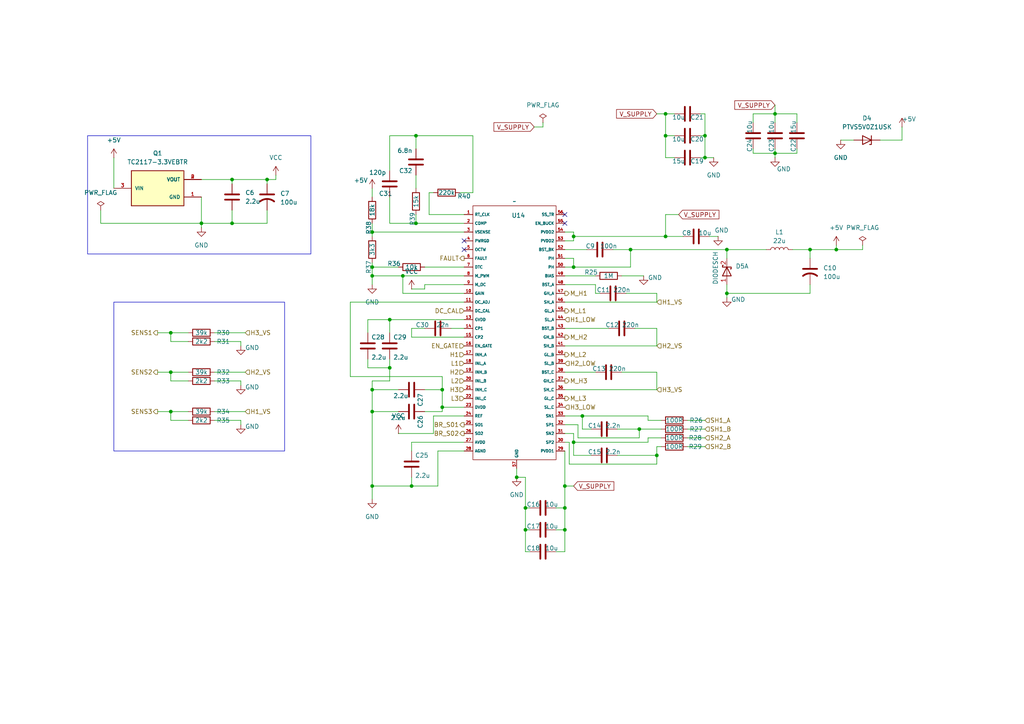
<source format=kicad_sch>
(kicad_sch
	(version 20250114)
	(generator "eeschema")
	(generator_version "9.0")
	(uuid "4599d319-b9a2-45bf-99f2-1201722f0638")
	(paper "A4")
	(lib_symbols
		(symbol "Device:C"
			(pin_numbers
				(hide yes)
			)
			(pin_names
				(offset 0.254)
			)
			(exclude_from_sim no)
			(in_bom yes)
			(on_board yes)
			(property "Reference" "C"
				(at 0.635 2.54 0)
				(effects
					(font
						(size 1.27 1.27)
					)
					(justify left)
				)
			)
			(property "Value" "C"
				(at 0.635 -2.54 0)
				(effects
					(font
						(size 1.27 1.27)
					)
					(justify left)
				)
			)
			(property "Footprint" ""
				(at 0.9652 -3.81 0)
				(effects
					(font
						(size 1.27 1.27)
					)
					(hide yes)
				)
			)
			(property "Datasheet" "~"
				(at 0 0 0)
				(effects
					(font
						(size 1.27 1.27)
					)
					(hide yes)
				)
			)
			(property "Description" "Unpolarized capacitor"
				(at 0 0 0)
				(effects
					(font
						(size 1.27 1.27)
					)
					(hide yes)
				)
			)
			(property "ki_keywords" "cap capacitor"
				(at 0 0 0)
				(effects
					(font
						(size 1.27 1.27)
					)
					(hide yes)
				)
			)
			(property "ki_fp_filters" "C_*"
				(at 0 0 0)
				(effects
					(font
						(size 1.27 1.27)
					)
					(hide yes)
				)
			)
			(symbol "C_0_1"
				(polyline
					(pts
						(xy -2.032 0.762) (xy 2.032 0.762)
					)
					(stroke
						(width 0.508)
						(type default)
					)
					(fill
						(type none)
					)
				)
				(polyline
					(pts
						(xy -2.032 -0.762) (xy 2.032 -0.762)
					)
					(stroke
						(width 0.508)
						(type default)
					)
					(fill
						(type none)
					)
				)
			)
			(symbol "C_1_1"
				(pin passive line
					(at 0 3.81 270)
					(length 2.794)
					(name "~"
						(effects
							(font
								(size 1.27 1.27)
							)
						)
					)
					(number "1"
						(effects
							(font
								(size 1.27 1.27)
							)
						)
					)
				)
				(pin passive line
					(at 0 -3.81 90)
					(length 2.794)
					(name "~"
						(effects
							(font
								(size 1.27 1.27)
							)
						)
					)
					(number "2"
						(effects
							(font
								(size 1.27 1.27)
							)
						)
					)
				)
			)
			(embedded_fonts no)
		)
		(symbol "Device:C_US"
			(pin_numbers
				(hide yes)
			)
			(pin_names
				(offset 0.254)
				(hide yes)
			)
			(exclude_from_sim no)
			(in_bom yes)
			(on_board yes)
			(property "Reference" "C"
				(at 0.635 2.54 0)
				(effects
					(font
						(size 1.27 1.27)
					)
					(justify left)
				)
			)
			(property "Value" "C_US"
				(at 0.635 -2.54 0)
				(effects
					(font
						(size 1.27 1.27)
					)
					(justify left)
				)
			)
			(property "Footprint" ""
				(at 0 0 0)
				(effects
					(font
						(size 1.27 1.27)
					)
					(hide yes)
				)
			)
			(property "Datasheet" ""
				(at 0 0 0)
				(effects
					(font
						(size 1.27 1.27)
					)
					(hide yes)
				)
			)
			(property "Description" "capacitor, US symbol"
				(at 0 0 0)
				(effects
					(font
						(size 1.27 1.27)
					)
					(hide yes)
				)
			)
			(property "ki_keywords" "cap capacitor"
				(at 0 0 0)
				(effects
					(font
						(size 1.27 1.27)
					)
					(hide yes)
				)
			)
			(property "ki_fp_filters" "C_*"
				(at 0 0 0)
				(effects
					(font
						(size 1.27 1.27)
					)
					(hide yes)
				)
			)
			(symbol "C_US_0_1"
				(polyline
					(pts
						(xy -2.032 0.762) (xy 2.032 0.762)
					)
					(stroke
						(width 0.508)
						(type default)
					)
					(fill
						(type none)
					)
				)
				(arc
					(start -2.032 -1.27)
					(mid 0 -0.5572)
					(end 2.032 -1.27)
					(stroke
						(width 0.508)
						(type default)
					)
					(fill
						(type none)
					)
				)
			)
			(symbol "C_US_1_1"
				(pin passive line
					(at 0 3.81 270)
					(length 2.794)
					(name "~"
						(effects
							(font
								(size 1.27 1.27)
							)
						)
					)
					(number "1"
						(effects
							(font
								(size 1.27 1.27)
							)
						)
					)
				)
				(pin passive line
					(at 0 -3.81 90)
					(length 3.302)
					(name "~"
						(effects
							(font
								(size 1.27 1.27)
							)
						)
					)
					(number "2"
						(effects
							(font
								(size 1.27 1.27)
							)
						)
					)
				)
			)
			(embedded_fonts no)
		)
		(symbol "Device:D_Schottky_Dual_CommonAnode_AKK_Split"
			(pin_names
				(offset 0.762)
				(hide yes)
			)
			(exclude_from_sim no)
			(in_bom yes)
			(on_board yes)
			(property "Reference" "D"
				(at 0 2.54 0)
				(effects
					(font
						(size 1.27 1.27)
					)
				)
			)
			(property "Value" "D_Schottky_Dual_CommonAnode_AKK_Split"
				(at 0 -2.54 0)
				(effects
					(font
						(size 1.27 1.27)
					)
				)
			)
			(property "Footprint" ""
				(at -2.54 -2.54 0)
				(effects
					(font
						(size 1.27 1.27)
					)
					(hide yes)
				)
			)
			(property "Datasheet" "~"
				(at -2.54 -2.54 0)
				(effects
					(font
						(size 1.27 1.27)
					)
					(hide yes)
				)
			)
			(property "Description" "Dual Schottky diode, common anode on pin 1"
				(at 0 0 0)
				(effects
					(font
						(size 1.27 1.27)
					)
					(hide yes)
				)
			)
			(property "ki_locked" ""
				(at 0 0 0)
				(effects
					(font
						(size 1.27 1.27)
					)
				)
			)
			(property "ki_keywords" "diode"
				(at 0 0 0)
				(effects
					(font
						(size 1.27 1.27)
					)
					(hide yes)
				)
			)
			(symbol "D_Schottky_Dual_CommonAnode_AKK_Split_0_1"
				(polyline
					(pts
						(xy -1.27 1.27) (xy 1.27 0) (xy -1.27 -1.27) (xy -1.27 1.27) (xy -1.27 1.27) (xy -1.27 1.27)
					)
					(stroke
						(width 0.254)
						(type default)
					)
					(fill
						(type none)
					)
				)
				(polyline
					(pts
						(xy 1.27 0) (xy -1.27 0)
					)
					(stroke
						(width 0)
						(type default)
					)
					(fill
						(type none)
					)
				)
				(polyline
					(pts
						(xy 1.778 1.016) (xy 1.778 1.27) (xy 1.27 1.27) (xy 1.27 -1.27) (xy 0.762 -1.27) (xy 0.762 -1.016)
					)
					(stroke
						(width 0.254)
						(type default)
					)
					(fill
						(type none)
					)
				)
				(pin passive line
					(at -3.81 0 0)
					(length 2.54)
					(name "A"
						(effects
							(font
								(size 1.27 1.27)
							)
						)
					)
					(number "1"
						(effects
							(font
								(size 1.27 1.27)
							)
						)
					)
				)
			)
			(symbol "D_Schottky_Dual_CommonAnode_AKK_Split_1_1"
				(pin passive line
					(at 3.81 0 180)
					(length 2.54)
					(name "K"
						(effects
							(font
								(size 1.27 1.27)
							)
						)
					)
					(number "2"
						(effects
							(font
								(size 1.27 1.27)
							)
						)
					)
				)
			)
			(symbol "D_Schottky_Dual_CommonAnode_AKK_Split_2_1"
				(pin passive line
					(at 3.81 0 180)
					(length 2.54)
					(name "K"
						(effects
							(font
								(size 1.27 1.27)
							)
						)
					)
					(number "3"
						(effects
							(font
								(size 1.27 1.27)
							)
						)
					)
				)
			)
			(embedded_fonts no)
		)
		(symbol "Device:L"
			(pin_numbers
				(hide yes)
			)
			(pin_names
				(offset 1.016)
				(hide yes)
			)
			(exclude_from_sim no)
			(in_bom yes)
			(on_board yes)
			(property "Reference" "L"
				(at -1.27 0 90)
				(effects
					(font
						(size 1.27 1.27)
					)
				)
			)
			(property "Value" "L"
				(at 1.905 0 90)
				(effects
					(font
						(size 1.27 1.27)
					)
				)
			)
			(property "Footprint" ""
				(at 0 0 0)
				(effects
					(font
						(size 1.27 1.27)
					)
					(hide yes)
				)
			)
			(property "Datasheet" "~"
				(at 0 0 0)
				(effects
					(font
						(size 1.27 1.27)
					)
					(hide yes)
				)
			)
			(property "Description" "Inductor"
				(at 0 0 0)
				(effects
					(font
						(size 1.27 1.27)
					)
					(hide yes)
				)
			)
			(property "ki_keywords" "inductor choke coil reactor magnetic"
				(at 0 0 0)
				(effects
					(font
						(size 1.27 1.27)
					)
					(hide yes)
				)
			)
			(property "ki_fp_filters" "Choke_* *Coil* Inductor_* L_*"
				(at 0 0 0)
				(effects
					(font
						(size 1.27 1.27)
					)
					(hide yes)
				)
			)
			(symbol "L_0_1"
				(arc
					(start 0 2.54)
					(mid 0.6323 1.905)
					(end 0 1.27)
					(stroke
						(width 0)
						(type default)
					)
					(fill
						(type none)
					)
				)
				(arc
					(start 0 1.27)
					(mid 0.6323 0.635)
					(end 0 0)
					(stroke
						(width 0)
						(type default)
					)
					(fill
						(type none)
					)
				)
				(arc
					(start 0 0)
					(mid 0.6323 -0.635)
					(end 0 -1.27)
					(stroke
						(width 0)
						(type default)
					)
					(fill
						(type none)
					)
				)
				(arc
					(start 0 -1.27)
					(mid 0.6323 -1.905)
					(end 0 -2.54)
					(stroke
						(width 0)
						(type default)
					)
					(fill
						(type none)
					)
				)
			)
			(symbol "L_1_1"
				(pin passive line
					(at 0 3.81 270)
					(length 1.27)
					(name "1"
						(effects
							(font
								(size 1.27 1.27)
							)
						)
					)
					(number "1"
						(effects
							(font
								(size 1.27 1.27)
							)
						)
					)
				)
				(pin passive line
					(at 0 -3.81 90)
					(length 1.27)
					(name "2"
						(effects
							(font
								(size 1.27 1.27)
							)
						)
					)
					(number "2"
						(effects
							(font
								(size 1.27 1.27)
							)
						)
					)
				)
			)
			(embedded_fonts no)
		)
		(symbol "Device:R"
			(pin_numbers
				(hide yes)
			)
			(pin_names
				(offset 0)
			)
			(exclude_from_sim no)
			(in_bom yes)
			(on_board yes)
			(property "Reference" "R"
				(at 2.032 0 90)
				(effects
					(font
						(size 1.27 1.27)
					)
				)
			)
			(property "Value" "R"
				(at 0 0 90)
				(effects
					(font
						(size 1.27 1.27)
					)
				)
			)
			(property "Footprint" ""
				(at -1.778 0 90)
				(effects
					(font
						(size 1.27 1.27)
					)
					(hide yes)
				)
			)
			(property "Datasheet" "~"
				(at 0 0 0)
				(effects
					(font
						(size 1.27 1.27)
					)
					(hide yes)
				)
			)
			(property "Description" "Resistor"
				(at 0 0 0)
				(effects
					(font
						(size 1.27 1.27)
					)
					(hide yes)
				)
			)
			(property "ki_keywords" "R res resistor"
				(at 0 0 0)
				(effects
					(font
						(size 1.27 1.27)
					)
					(hide yes)
				)
			)
			(property "ki_fp_filters" "R_*"
				(at 0 0 0)
				(effects
					(font
						(size 1.27 1.27)
					)
					(hide yes)
				)
			)
			(symbol "R_0_1"
				(rectangle
					(start -1.016 -2.54)
					(end 1.016 2.54)
					(stroke
						(width 0.254)
						(type default)
					)
					(fill
						(type none)
					)
				)
			)
			(symbol "R_1_1"
				(pin passive line
					(at 0 3.81 270)
					(length 1.27)
					(name "~"
						(effects
							(font
								(size 1.27 1.27)
							)
						)
					)
					(number "1"
						(effects
							(font
								(size 1.27 1.27)
							)
						)
					)
				)
				(pin passive line
					(at 0 -3.81 90)
					(length 1.27)
					(name "~"
						(effects
							(font
								(size 1.27 1.27)
							)
						)
					)
					(number "2"
						(effects
							(font
								(size 1.27 1.27)
							)
						)
					)
				)
			)
			(embedded_fonts no)
		)
		(symbol "Diode:PTVS5V0Z1USK"
			(pin_numbers
				(hide yes)
			)
			(pin_names
				(hide yes)
			)
			(exclude_from_sim no)
			(in_bom yes)
			(on_board yes)
			(property "Reference" "D"
				(at 0 2.54 0)
				(effects
					(font
						(size 1.27 1.27)
					)
				)
			)
			(property "Value" "PTVS5V0Z1USK"
				(at 0 -2.54 0)
				(effects
					(font
						(size 1.27 1.27)
					)
				)
			)
			(property "Footprint" "Diode_SMD:Nexperia_DSN1608-2_1.6x0.8mm"
				(at 0 -4.445 0)
				(effects
					(font
						(size 1.27 1.27)
					)
					(hide yes)
				)
			)
			(property "Datasheet" "https://assets.nexperia.com/documents/data-sheet/PTVS5V0Z1USK.pdf"
				(at 0 0 0)
				(effects
					(font
						(size 1.27 1.27)
					)
					(hide yes)
				)
			)
			(property "Description" "5V, 1200W TVS unidirectional diode, DSN1608-2"
				(at 0 0 0)
				(effects
					(font
						(size 1.27 1.27)
					)
					(hide yes)
				)
			)
			(property "ki_keywords" "TVS diode"
				(at 0 0 0)
				(effects
					(font
						(size 1.27 1.27)
					)
					(hide yes)
				)
			)
			(property "ki_fp_filters" "*DSN1608?2*"
				(at 0 0 0)
				(effects
					(font
						(size 1.27 1.27)
					)
					(hide yes)
				)
			)
			(symbol "PTVS5V0Z1USK_0_1"
				(polyline
					(pts
						(xy -1.27 -1.27) (xy -1.27 1.27) (xy -0.762 1.27)
					)
					(stroke
						(width 0.254)
						(type default)
					)
					(fill
						(type none)
					)
				)
				(polyline
					(pts
						(xy 1.27 0) (xy -1.27 0)
					)
					(stroke
						(width 0)
						(type default)
					)
					(fill
						(type none)
					)
				)
				(polyline
					(pts
						(xy 1.27 -1.27) (xy 1.27 1.27) (xy -1.27 0) (xy 1.27 -1.27)
					)
					(stroke
						(width 0.254)
						(type default)
					)
					(fill
						(type none)
					)
				)
			)
			(symbol "PTVS5V0Z1USK_1_1"
				(pin passive line
					(at -3.81 0 0)
					(length 2.54)
					(name "K"
						(effects
							(font
								(size 1.27 1.27)
							)
						)
					)
					(number "1"
						(effects
							(font
								(size 1.27 1.27)
							)
						)
					)
				)
				(pin passive line
					(at 3.81 0 180)
					(length 2.54)
					(name "A"
						(effects
							(font
								(size 1.27 1.27)
							)
						)
					)
					(number "2"
						(effects
							(font
								(size 1.27 1.27)
							)
						)
					)
				)
			)
			(embedded_fonts no)
		)
		(symbol "New_Library:DRV8302"
			(exclude_from_sim no)
			(in_bom yes)
			(on_board yes)
			(property "Reference" "U14"
				(at -0.762 40.386 0)
				(effects
					(font
						(size 1.27 1.27)
					)
				)
			)
			(property "Value" "~"
				(at -0.635 39.37 0)
				(effects
					(font
						(size 1.27 1.27)
					)
				)
			)
			(property "Footprint" ""
				(at 0 0 0)
				(effects
					(font
						(size 1.27 1.27)
					)
					(hide yes)
				)
			)
			(property "Datasheet" ""
				(at 0 0 0)
				(effects
					(font
						(size 1.27 1.27)
					)
					(hide yes)
				)
			)
			(property "Description" ""
				(at 0 0 0)
				(effects
					(font
						(size 1.27 1.27)
					)
					(hide yes)
				)
			)
			(symbol "DRV8302_0_1"
				(rectangle
					(start -12.7 38.1)
					(end 11.43 -35.56)
					(stroke
						(width 0)
						(type default)
					)
					(fill
						(type none)
					)
				)
			)
			(symbol "DRV8302_1_1"
				(pin input line
					(at -15.24 35.56 0)
					(length 2.54)
					(name "RT_CLK"
						(effects
							(font
								(size 0.8 0.8)
							)
						)
					)
					(number "1"
						(effects
							(font
								(size 0.8 0.8)
							)
						)
					)
				)
				(pin input line
					(at -15.24 33.02 0)
					(length 2.54)
					(name "COMP"
						(effects
							(font
								(size 0.8 0.8)
							)
						)
					)
					(number "2"
						(effects
							(font
								(size 0.8 0.8)
							)
						)
					)
				)
				(pin input line
					(at -15.24 30.48 0)
					(length 2.54)
					(name "VSENSE"
						(effects
							(font
								(size 0.8 0.8)
							)
						)
					)
					(number "3"
						(effects
							(font
								(size 0.8 0.8)
							)
						)
					)
				)
				(pin input line
					(at -15.24 27.94 0)
					(length 2.54)
					(name "PWRGD"
						(effects
							(font
								(size 0.8 0.8)
							)
						)
					)
					(number "4"
						(effects
							(font
								(size 0.8 0.8)
							)
						)
					)
				)
				(pin input line
					(at -15.24 25.4 0)
					(length 2.54)
					(name "OCTW"
						(effects
							(font
								(size 0.8 0.8)
							)
						)
					)
					(number "5"
						(effects
							(font
								(size 0.8 0.8)
							)
						)
					)
				)
				(pin input line
					(at -15.24 22.86 0)
					(length 2.54)
					(name "FAULT"
						(effects
							(font
								(size 0.8 0.8)
							)
						)
					)
					(number "6"
						(effects
							(font
								(size 0.8 0.8)
							)
						)
					)
				)
				(pin input line
					(at -15.24 20.32 0)
					(length 2.54)
					(name "DTC"
						(effects
							(font
								(size 0.8 0.8)
							)
						)
					)
					(number "7"
						(effects
							(font
								(size 0.8 0.8)
							)
						)
					)
				)
				(pin input line
					(at -15.24 17.78 0)
					(length 2.54)
					(name "M_PWM"
						(effects
							(font
								(size 0.8 0.8)
							)
						)
					)
					(number "8"
						(effects
							(font
								(size 0.8 0.8)
							)
						)
					)
				)
				(pin input line
					(at -15.24 15.24 0)
					(length 2.54)
					(name "M_OC"
						(effects
							(font
								(size 0.8 0.8)
							)
						)
					)
					(number "9"
						(effects
							(font
								(size 0.8 0.8)
							)
						)
					)
				)
				(pin input line
					(at -15.24 12.7 0)
					(length 2.54)
					(name "GAIN"
						(effects
							(font
								(size 0.8 0.8)
							)
						)
					)
					(number "10"
						(effects
							(font
								(size 0.8 0.8)
							)
						)
					)
				)
				(pin input line
					(at -15.24 10.16 0)
					(length 2.54)
					(name "OC_ADJ"
						(effects
							(font
								(size 0.8 0.8)
							)
						)
					)
					(number "11"
						(effects
							(font
								(size 0.8 0.8)
							)
						)
					)
				)
				(pin input line
					(at -15.24 7.62 0)
					(length 2.54)
					(name "DC_CAL"
						(effects
							(font
								(size 0.8 0.8)
							)
						)
					)
					(number "12"
						(effects
							(font
								(size 0.8 0.8)
							)
						)
					)
				)
				(pin input line
					(at -15.24 5.08 0)
					(length 2.54)
					(name "GVDD"
						(effects
							(font
								(size 0.8 0.8)
							)
						)
					)
					(number "13"
						(effects
							(font
								(size 0.8 0.8)
							)
						)
					)
				)
				(pin input line
					(at -15.24 2.54 0)
					(length 2.54)
					(name "CP1"
						(effects
							(font
								(size 0.8 0.8)
							)
						)
					)
					(number "14"
						(effects
							(font
								(size 0.8 0.8)
							)
						)
					)
				)
				(pin input line
					(at -15.24 0 0)
					(length 2.54)
					(name "CP2"
						(effects
							(font
								(size 0.8 0.8)
							)
						)
					)
					(number "15"
						(effects
							(font
								(size 0.8 0.8)
							)
						)
					)
				)
				(pin input line
					(at -15.24 -2.54 0)
					(length 2.54)
					(name "EN_GATE"
						(effects
							(font
								(size 0.8 0.8)
							)
						)
					)
					(number "16"
						(effects
							(font
								(size 0.8 0.8)
							)
						)
					)
				)
				(pin input line
					(at -15.24 -5.08 0)
					(length 2.54)
					(name "INH_A"
						(effects
							(font
								(size 0.8 0.8)
							)
						)
					)
					(number "17"
						(effects
							(font
								(size 0.8 0.8)
							)
						)
					)
				)
				(pin input line
					(at -15.24 -7.62 0)
					(length 2.54)
					(name "INL_A"
						(effects
							(font
								(size 0.8 0.8)
							)
						)
					)
					(number "18"
						(effects
							(font
								(size 0.8 0.8)
							)
						)
					)
				)
				(pin input line
					(at -15.24 -10.16 0)
					(length 2.54)
					(name "INH_B"
						(effects
							(font
								(size 0.8 0.8)
							)
						)
					)
					(number "19"
						(effects
							(font
								(size 0.8 0.8)
							)
						)
					)
				)
				(pin input line
					(at -15.24 -12.7 0)
					(length 2.54)
					(name "INL_B"
						(effects
							(font
								(size 0.8 0.8)
							)
						)
					)
					(number "20"
						(effects
							(font
								(size 0.8 0.8)
							)
						)
					)
				)
				(pin input line
					(at -15.24 -15.24 0)
					(length 2.54)
					(name "INH_C"
						(effects
							(font
								(size 0.8 0.8)
							)
						)
					)
					(number "21"
						(effects
							(font
								(size 0.8 0.8)
							)
						)
					)
				)
				(pin input line
					(at -15.24 -17.78 0)
					(length 2.54)
					(name "INL_C"
						(effects
							(font
								(size 0.8 0.8)
							)
						)
					)
					(number "22"
						(effects
							(font
								(size 0.8 0.8)
							)
						)
					)
				)
				(pin input line
					(at -15.24 -20.32 0)
					(length 2.54)
					(name "DVDD"
						(effects
							(font
								(size 0.8 0.8)
							)
						)
					)
					(number "23"
						(effects
							(font
								(size 0.8 0.8)
							)
						)
					)
				)
				(pin input line
					(at -15.24 -22.86 0)
					(length 2.54)
					(name "REF"
						(effects
							(font
								(size 0.8 0.8)
							)
						)
					)
					(number "24"
						(effects
							(font
								(size 0.8 0.8)
							)
						)
					)
				)
				(pin input line
					(at -15.24 -25.4 0)
					(length 2.54)
					(name "SO1"
						(effects
							(font
								(size 0.8 0.8)
							)
						)
					)
					(number "25"
						(effects
							(font
								(size 0.8 0.8)
							)
						)
					)
				)
				(pin input line
					(at -15.24 -27.94 0)
					(length 2.54)
					(name "SO2"
						(effects
							(font
								(size 0.8 0.8)
							)
						)
					)
					(number "26"
						(effects
							(font
								(size 0.8 0.8)
							)
						)
					)
				)
				(pin input line
					(at -15.24 -30.48 0)
					(length 2.54)
					(name "AVDD"
						(effects
							(font
								(size 0.8 0.8)
							)
						)
					)
					(number "27"
						(effects
							(font
								(size 0.8 0.8)
							)
						)
					)
				)
				(pin input line
					(at -15.24 -33.02 0)
					(length 2.54)
					(name "AGND"
						(effects
							(font
								(size 0.8 0.8)
							)
						)
					)
					(number "28"
						(effects
							(font
								(size 0.8 0.8)
							)
						)
					)
				)
				(pin input line
					(at 0 -38.1 90)
					(length 2.54)
					(name "GND"
						(effects
							(font
								(size 0.8 0.8)
							)
						)
					)
					(number "57"
						(effects
							(font
								(size 0.8 0.8)
							)
						)
					)
				)
				(pin input line
					(at 13.97 35.56 180)
					(length 2.54)
					(name "SS_TR"
						(effects
							(font
								(size 0.8 0.8)
							)
						)
					)
					(number "56"
						(effects
							(font
								(size 0.8 0.8)
							)
						)
					)
				)
				(pin input line
					(at 13.97 33.02 180)
					(length 2.54)
					(name "EN_BUCK"
						(effects
							(font
								(size 0.8 0.8)
							)
						)
					)
					(number "55"
						(effects
							(font
								(size 0.8 0.8)
							)
						)
					)
				)
				(pin input line
					(at 13.97 30.48 180)
					(length 2.54)
					(name "PVDD2"
						(effects
							(font
								(size 0.8 0.8)
							)
						)
					)
					(number "54"
						(effects
							(font
								(size 0.8 0.8)
							)
						)
					)
				)
				(pin input line
					(at 13.97 27.94 180)
					(length 2.54)
					(name "PVDD2"
						(effects
							(font
								(size 0.8 0.8)
							)
						)
					)
					(number "53"
						(effects
							(font
								(size 0.8 0.8)
							)
						)
					)
				)
				(pin input line
					(at 13.97 25.4 180)
					(length 2.54)
					(name "BST_BK"
						(effects
							(font
								(size 0.8 0.8)
							)
						)
					)
					(number "52"
						(effects
							(font
								(size 0.8 0.8)
							)
						)
					)
				)
				(pin input line
					(at 13.97 22.86 180)
					(length 2.54)
					(name "PH"
						(effects
							(font
								(size 0.8 0.8)
							)
						)
					)
					(number "51"
						(effects
							(font
								(size 0.8 0.8)
							)
						)
					)
				)
				(pin input line
					(at 13.97 20.32 180)
					(length 2.54)
					(name "PH"
						(effects
							(font
								(size 0.8 0.8)
							)
						)
					)
					(number "50"
						(effects
							(font
								(size 0.8 0.8)
							)
						)
					)
				)
				(pin input line
					(at 13.97 17.78 180)
					(length 2.54)
					(name "BIAS"
						(effects
							(font
								(size 0.8 0.8)
							)
						)
					)
					(number "49"
						(effects
							(font
								(size 0.8 0.8)
							)
						)
					)
				)
				(pin input line
					(at 13.97 15.24 180)
					(length 2.54)
					(name "BST_A"
						(effects
							(font
								(size 0.8 0.8)
							)
						)
					)
					(number "48"
						(effects
							(font
								(size 0.8 0.8)
							)
						)
					)
				)
				(pin input line
					(at 13.97 12.7 180)
					(length 2.54)
					(name "GH_A"
						(effects
							(font
								(size 0.8 0.8)
							)
						)
					)
					(number "47"
						(effects
							(font
								(size 0.8 0.8)
							)
						)
					)
				)
				(pin input line
					(at 13.97 10.16 180)
					(length 2.54)
					(name "SH_A"
						(effects
							(font
								(size 0.8 0.8)
							)
						)
					)
					(number "46"
						(effects
							(font
								(size 0.8 0.8)
							)
						)
					)
				)
				(pin input line
					(at 13.97 7.62 180)
					(length 2.54)
					(name "GL_A"
						(effects
							(font
								(size 0.8 0.8)
							)
						)
					)
					(number "45"
						(effects
							(font
								(size 0.8 0.8)
							)
						)
					)
				)
				(pin input line
					(at 13.97 5.08 180)
					(length 2.54)
					(name "SL_A"
						(effects
							(font
								(size 0.8 0.8)
							)
						)
					)
					(number "44"
						(effects
							(font
								(size 0.8 0.8)
							)
						)
					)
				)
				(pin input line
					(at 13.97 2.54 180)
					(length 2.54)
					(name "BST_B"
						(effects
							(font
								(size 0.8 0.8)
							)
						)
					)
					(number "43"
						(effects
							(font
								(size 0.8 0.8)
							)
						)
					)
				)
				(pin input line
					(at 13.97 0 180)
					(length 2.54)
					(name "GH_B"
						(effects
							(font
								(size 0.8 0.8)
							)
						)
					)
					(number "42"
						(effects
							(font
								(size 0.8 0.8)
							)
						)
					)
				)
				(pin input line
					(at 13.97 -2.54 180)
					(length 2.54)
					(name "SH_B"
						(effects
							(font
								(size 0.8 0.8)
							)
						)
					)
					(number "41"
						(effects
							(font
								(size 0.8 0.8)
							)
						)
					)
				)
				(pin input line
					(at 13.97 -5.08 180)
					(length 2.54)
					(name "GL_B"
						(effects
							(font
								(size 0.8 0.8)
							)
						)
					)
					(number "40"
						(effects
							(font
								(size 0.8 0.8)
							)
						)
					)
				)
				(pin input line
					(at 13.97 -7.62 180)
					(length 2.54)
					(name "SL_B"
						(effects
							(font
								(size 0.8 0.8)
							)
						)
					)
					(number "39"
						(effects
							(font
								(size 0.8 0.8)
							)
						)
					)
				)
				(pin input line
					(at 13.97 -10.16 180)
					(length 2.54)
					(name "BST_C"
						(effects
							(font
								(size 0.8 0.8)
							)
						)
					)
					(number "38"
						(effects
							(font
								(size 0.8 0.8)
							)
						)
					)
				)
				(pin input line
					(at 13.97 -12.7 180)
					(length 2.54)
					(name "GH_C"
						(effects
							(font
								(size 0.8 0.8)
							)
						)
					)
					(number "37"
						(effects
							(font
								(size 0.8 0.8)
							)
						)
					)
				)
				(pin input line
					(at 13.97 -15.24 180)
					(length 2.54)
					(name "SH_C"
						(effects
							(font
								(size 0.8 0.8)
							)
						)
					)
					(number "36"
						(effects
							(font
								(size 0.8 0.8)
							)
						)
					)
				)
				(pin input line
					(at 13.97 -17.78 180)
					(length 2.54)
					(name "GL_C"
						(effects
							(font
								(size 0.8 0.8)
							)
						)
					)
					(number "35"
						(effects
							(font
								(size 0.8 0.8)
							)
						)
					)
				)
				(pin input line
					(at 13.97 -20.32 180)
					(length 2.54)
					(name "SL_C"
						(effects
							(font
								(size 0.8 0.8)
							)
						)
					)
					(number "34"
						(effects
							(font
								(size 0.8 0.8)
							)
						)
					)
				)
				(pin input line
					(at 13.97 -22.86 180)
					(length 2.54)
					(name "SN1"
						(effects
							(font
								(size 0.8 0.8)
							)
						)
					)
					(number "33"
						(effects
							(font
								(size 0.8 0.8)
							)
						)
					)
				)
				(pin input line
					(at 13.97 -25.4 180)
					(length 2.54)
					(name "SP1"
						(effects
							(font
								(size 0.8 0.8)
							)
						)
					)
					(number "32"
						(effects
							(font
								(size 0.8 0.8)
							)
						)
					)
				)
				(pin input line
					(at 13.97 -27.94 180)
					(length 2.54)
					(name "SN2"
						(effects
							(font
								(size 0.8 0.8)
							)
						)
					)
					(number "31"
						(effects
							(font
								(size 0.8 0.8)
							)
						)
					)
				)
				(pin input line
					(at 13.97 -30.48 180)
					(length 2.54)
					(name "SP2"
						(effects
							(font
								(size 0.8 0.8)
							)
						)
					)
					(number "30"
						(effects
							(font
								(size 0.8 0.8)
							)
						)
					)
				)
				(pin input line
					(at 13.97 -33.02 180)
					(length 2.54)
					(name "PVDD1"
						(effects
							(font
								(size 0.8 0.8)
							)
						)
					)
					(number "29"
						(effects
							(font
								(size 0.8 0.8)
							)
						)
					)
				)
			)
			(embedded_fonts no)
		)
		(symbol "TC2117-3.3VEBTR:TC2117-3.3VEBTR"
			(pin_names
				(offset 1.016)
			)
			(exclude_from_sim no)
			(in_bom yes)
			(on_board yes)
			(property "Reference" "Q"
				(at -7.6313 5.8507 0)
				(effects
					(font
						(size 1.27 1.27)
					)
					(justify left bottom)
				)
			)
			(property "Value" "TC2117-3.3VEBTR"
				(at -7.6281 -7.6281 0)
				(effects
					(font
						(size 1.27 1.27)
					)
					(justify left bottom)
				)
			)
			(property "Footprint" "TC2117-3.3VEBTR:TO254P1491X483-4N"
				(at 0 0 0)
				(effects
					(font
						(size 1.27 1.27)
					)
					(justify bottom)
					(hide yes)
				)
			)
			(property "Datasheet" ""
				(at 0 0 0)
				(effects
					(font
						(size 1.27 1.27)
					)
					(hide yes)
				)
			)
			(property "Description" ""
				(at 0 0 0)
				(effects
					(font
						(size 1.27 1.27)
					)
					(hide yes)
				)
			)
			(property "MF" "Microchip"
				(at 0 0 0)
				(effects
					(font
						(size 1.27 1.27)
					)
					(justify bottom)
					(hide yes)
				)
			)
			(property "Description_1" "800mA Fixed Low Dropout Positive Regulator | Microchip Technology Inc. TC2117-3.3VEBTR"
				(at 0 0 0)
				(effects
					(font
						(size 1.27 1.27)
					)
					(justify bottom)
					(hide yes)
				)
			)
			(property "Package" "TO-263-4 Microchip"
				(at 0 0 0)
				(effects
					(font
						(size 1.27 1.27)
					)
					(justify bottom)
					(hide yes)
				)
			)
			(property "Price" "None"
				(at 0 0 0)
				(effects
					(font
						(size 1.27 1.27)
					)
					(justify bottom)
					(hide yes)
				)
			)
			(property "Check_prices" "https://www.snapeda.com/parts/TC2117-3.3VEBTR/Microchip/view-part/?ref=eda"
				(at 0 0 0)
				(effects
					(font
						(size 1.27 1.27)
					)
					(justify bottom)
					(hide yes)
				)
			)
			(property "SnapEDA_Link" "https://www.snapeda.com/parts/TC2117-3.3VEBTR/Microchip/view-part/?ref=snap"
				(at 0 0 0)
				(effects
					(font
						(size 1.27 1.27)
					)
					(justify bottom)
					(hide yes)
				)
			)
			(property "MP" "TC2117-3.3VEBTR"
				(at 0 0 0)
				(effects
					(font
						(size 1.27 1.27)
					)
					(justify bottom)
					(hide yes)
				)
			)
			(property "Availability" "In Stock"
				(at 0 0 0)
				(effects
					(font
						(size 1.27 1.27)
					)
					(justify bottom)
					(hide yes)
				)
			)
			(property "MANUFACTURER" "Microchip"
				(at 0 0 0)
				(effects
					(font
						(size 1.27 1.27)
					)
					(justify bottom)
					(hide yes)
				)
			)
			(symbol "TC2117-3.3VEBTR_0_0"
				(rectangle
					(start -7.62 -5.08)
					(end 7.62 5.08)
					(stroke
						(width 0.254)
						(type default)
					)
					(fill
						(type background)
					)
				)
				(pin input line
					(at -12.7 0 0)
					(length 5.08)
					(name "VIN"
						(effects
							(font
								(size 1.016 1.016)
							)
						)
					)
					(number "3"
						(effects
							(font
								(size 1.016 1.016)
							)
						)
					)
				)
				(pin output line
					(at 12.7 2.54 180)
					(length 5.08)
					(name "VOUT"
						(effects
							(font
								(size 1.016 1.016)
							)
						)
					)
					(number "2"
						(effects
							(font
								(size 1.016 1.016)
							)
						)
					)
				)
				(pin output line
					(at 12.7 2.54 180)
					(length 5.08)
					(name "VOUT"
						(effects
							(font
								(size 1.016 1.016)
							)
						)
					)
					(number "4"
						(effects
							(font
								(size 1.016 1.016)
							)
						)
					)
				)
				(pin power_in line
					(at 12.7 -2.54 180)
					(length 5.08)
					(name "GND"
						(effects
							(font
								(size 1.016 1.016)
							)
						)
					)
					(number "1"
						(effects
							(font
								(size 1.016 1.016)
							)
						)
					)
				)
			)
			(embedded_fonts no)
		)
		(symbol "power:+5V"
			(power)
			(pin_numbers
				(hide yes)
			)
			(pin_names
				(offset 0)
				(hide yes)
			)
			(exclude_from_sim no)
			(in_bom yes)
			(on_board yes)
			(property "Reference" "#PWR"
				(at 0 -3.81 0)
				(effects
					(font
						(size 1.27 1.27)
					)
					(hide yes)
				)
			)
			(property "Value" "+5V"
				(at 0 3.556 0)
				(effects
					(font
						(size 1.27 1.27)
					)
				)
			)
			(property "Footprint" ""
				(at 0 0 0)
				(effects
					(font
						(size 1.27 1.27)
					)
					(hide yes)
				)
			)
			(property "Datasheet" ""
				(at 0 0 0)
				(effects
					(font
						(size 1.27 1.27)
					)
					(hide yes)
				)
			)
			(property "Description" "Power symbol creates a global label with name \"+5V\""
				(at 0 0 0)
				(effects
					(font
						(size 1.27 1.27)
					)
					(hide yes)
				)
			)
			(property "ki_keywords" "global power"
				(at 0 0 0)
				(effects
					(font
						(size 1.27 1.27)
					)
					(hide yes)
				)
			)
			(symbol "+5V_0_1"
				(polyline
					(pts
						(xy -0.762 1.27) (xy 0 2.54)
					)
					(stroke
						(width 0)
						(type default)
					)
					(fill
						(type none)
					)
				)
				(polyline
					(pts
						(xy 0 2.54) (xy 0.762 1.27)
					)
					(stroke
						(width 0)
						(type default)
					)
					(fill
						(type none)
					)
				)
				(polyline
					(pts
						(xy 0 0) (xy 0 2.54)
					)
					(stroke
						(width 0)
						(type default)
					)
					(fill
						(type none)
					)
				)
			)
			(symbol "+5V_1_1"
				(pin power_in line
					(at 0 0 90)
					(length 0)
					(name "~"
						(effects
							(font
								(size 1.27 1.27)
							)
						)
					)
					(number "1"
						(effects
							(font
								(size 1.27 1.27)
							)
						)
					)
				)
			)
			(embedded_fonts no)
		)
		(symbol "power:GND"
			(power)
			(pin_numbers
				(hide yes)
			)
			(pin_names
				(offset 0)
				(hide yes)
			)
			(exclude_from_sim no)
			(in_bom yes)
			(on_board yes)
			(property "Reference" "#PWR"
				(at 0 -6.35 0)
				(effects
					(font
						(size 1.27 1.27)
					)
					(hide yes)
				)
			)
			(property "Value" "GND"
				(at 0 -3.81 0)
				(effects
					(font
						(size 1.27 1.27)
					)
				)
			)
			(property "Footprint" ""
				(at 0 0 0)
				(effects
					(font
						(size 1.27 1.27)
					)
					(hide yes)
				)
			)
			(property "Datasheet" ""
				(at 0 0 0)
				(effects
					(font
						(size 1.27 1.27)
					)
					(hide yes)
				)
			)
			(property "Description" "Power symbol creates a global label with name \"GND\" , ground"
				(at 0 0 0)
				(effects
					(font
						(size 1.27 1.27)
					)
					(hide yes)
				)
			)
			(property "ki_keywords" "global power"
				(at 0 0 0)
				(effects
					(font
						(size 1.27 1.27)
					)
					(hide yes)
				)
			)
			(symbol "GND_0_1"
				(polyline
					(pts
						(xy 0 0) (xy 0 -1.27) (xy 1.27 -1.27) (xy 0 -2.54) (xy -1.27 -1.27) (xy 0 -1.27)
					)
					(stroke
						(width 0)
						(type default)
					)
					(fill
						(type none)
					)
				)
			)
			(symbol "GND_1_1"
				(pin power_in line
					(at 0 0 270)
					(length 0)
					(name "~"
						(effects
							(font
								(size 1.27 1.27)
							)
						)
					)
					(number "1"
						(effects
							(font
								(size 1.27 1.27)
							)
						)
					)
				)
			)
			(embedded_fonts no)
		)
		(symbol "power:PWR_FLAG"
			(power)
			(pin_numbers
				(hide yes)
			)
			(pin_names
				(offset 0)
				(hide yes)
			)
			(exclude_from_sim no)
			(in_bom yes)
			(on_board yes)
			(property "Reference" "#FLG"
				(at 0 1.905 0)
				(effects
					(font
						(size 1.27 1.27)
					)
					(hide yes)
				)
			)
			(property "Value" "PWR_FLAG"
				(at 0 3.81 0)
				(effects
					(font
						(size 1.27 1.27)
					)
				)
			)
			(property "Footprint" ""
				(at 0 0 0)
				(effects
					(font
						(size 1.27 1.27)
					)
					(hide yes)
				)
			)
			(property "Datasheet" "~"
				(at 0 0 0)
				(effects
					(font
						(size 1.27 1.27)
					)
					(hide yes)
				)
			)
			(property "Description" "Special symbol for telling ERC where power comes from"
				(at 0 0 0)
				(effects
					(font
						(size 1.27 1.27)
					)
					(hide yes)
				)
			)
			(property "ki_keywords" "flag power"
				(at 0 0 0)
				(effects
					(font
						(size 1.27 1.27)
					)
					(hide yes)
				)
			)
			(symbol "PWR_FLAG_0_0"
				(pin power_out line
					(at 0 0 90)
					(length 0)
					(name "~"
						(effects
							(font
								(size 1.27 1.27)
							)
						)
					)
					(number "1"
						(effects
							(font
								(size 1.27 1.27)
							)
						)
					)
				)
			)
			(symbol "PWR_FLAG_0_1"
				(polyline
					(pts
						(xy 0 0) (xy 0 1.27) (xy -1.016 1.905) (xy 0 2.54) (xy 1.016 1.905) (xy 0 1.27)
					)
					(stroke
						(width 0)
						(type default)
					)
					(fill
						(type none)
					)
				)
			)
			(embedded_fonts no)
		)
		(symbol "power:VCC"
			(power)
			(pin_numbers
				(hide yes)
			)
			(pin_names
				(offset 0)
				(hide yes)
			)
			(exclude_from_sim no)
			(in_bom yes)
			(on_board yes)
			(property "Reference" "#PWR"
				(at 0 -3.81 0)
				(effects
					(font
						(size 1.27 1.27)
					)
					(hide yes)
				)
			)
			(property "Value" "VCC"
				(at 0 3.556 0)
				(effects
					(font
						(size 1.27 1.27)
					)
				)
			)
			(property "Footprint" ""
				(at 0 0 0)
				(effects
					(font
						(size 1.27 1.27)
					)
					(hide yes)
				)
			)
			(property "Datasheet" ""
				(at 0 0 0)
				(effects
					(font
						(size 1.27 1.27)
					)
					(hide yes)
				)
			)
			(property "Description" "Power symbol creates a global label with name \"VCC\""
				(at 0 0 0)
				(effects
					(font
						(size 1.27 1.27)
					)
					(hide yes)
				)
			)
			(property "ki_keywords" "global power"
				(at 0 0 0)
				(effects
					(font
						(size 1.27 1.27)
					)
					(hide yes)
				)
			)
			(symbol "VCC_0_1"
				(polyline
					(pts
						(xy -0.762 1.27) (xy 0 2.54)
					)
					(stroke
						(width 0)
						(type default)
					)
					(fill
						(type none)
					)
				)
				(polyline
					(pts
						(xy 0 2.54) (xy 0.762 1.27)
					)
					(stroke
						(width 0)
						(type default)
					)
					(fill
						(type none)
					)
				)
				(polyline
					(pts
						(xy 0 0) (xy 0 2.54)
					)
					(stroke
						(width 0)
						(type default)
					)
					(fill
						(type none)
					)
				)
			)
			(symbol "VCC_1_1"
				(pin power_in line
					(at 0 0 90)
					(length 0)
					(name "~"
						(effects
							(font
								(size 1.27 1.27)
							)
						)
					)
					(number "1"
						(effects
							(font
								(size 1.27 1.27)
							)
						)
					)
				)
			)
			(embedded_fonts no)
		)
	)
	(rectangle
		(start 25.4 39.37)
		(end 90.17 73.66)
		(stroke
			(width 0)
			(type default)
		)
		(fill
			(type none)
		)
		(uuid 7560d684-3b7d-4e4e-afda-89fef0a82d82)
	)
	(rectangle
		(start 33.02 87.63)
		(end 82.55 130.81)
		(stroke
			(width 0)
			(type default)
		)
		(fill
			(type none)
		)
		(uuid fa875984-c7af-47c2-9fc8-4921daedd8d4)
	)
	(junction
		(at 107.95 67.31)
		(diameter 0)
		(color 0 0 0 0)
		(uuid "03b9766e-b283-404a-bfb2-cfa061065250")
	)
	(junction
		(at 119.38 140.97)
		(diameter 0)
		(color 0 0 0 0)
		(uuid "0bd6874c-e534-4439-ba4b-17ac3f9177f0")
	)
	(junction
		(at 49.53 119.38)
		(diameter 0)
		(color 0 0 0 0)
		(uuid "10df89c5-e660-40de-ab7f-c86312890d2d")
	)
	(junction
		(at 204.47 39.37)
		(diameter 0)
		(color 0 0 0 0)
		(uuid "21e1b34c-5678-4bff-abf1-84587aeb6f25")
	)
	(junction
		(at 204.47 45.72)
		(diameter 0)
		(color 0 0 0 0)
		(uuid "220e2e5e-6ff1-4151-876e-25e9c00bb490")
	)
	(junction
		(at 49.53 96.52)
		(diameter 0)
		(color 0 0 0 0)
		(uuid "28267c36-0c8d-49d7-9e0e-ffe0794ad2c8")
	)
	(junction
		(at 49.53 107.95)
		(diameter 0)
		(color 0 0 0 0)
		(uuid "2c175804-6f4c-417b-85a4-77110ccf338e")
	)
	(junction
		(at 120.65 39.37)
		(diameter 0)
		(color 0 0 0 0)
		(uuid "34466d40-8f95-4d96-b08f-c3816dd3a728")
	)
	(junction
		(at 152.4 153.67)
		(diameter 0)
		(color 0 0 0 0)
		(uuid "3c28d16f-1376-4bec-a6ba-628fe5f3c006")
	)
	(junction
		(at 166.37 68.58)
		(diameter 0)
		(color 0 0 0 0)
		(uuid "3de76fcf-d086-4bc3-8402-9c7bdf4938bf")
	)
	(junction
		(at 166.37 77.47)
		(diameter 0)
		(color 0 0 0 0)
		(uuid "508cef36-bdd7-4395-9c73-5e516d22eebf")
	)
	(junction
		(at 128.27 118.11)
		(diameter 0)
		(color 0 0 0 0)
		(uuid "62957400-5f10-4016-a4f9-b18af7e109ef")
	)
	(junction
		(at 193.04 39.37)
		(diameter 0)
		(color 0 0 0 0)
		(uuid "64689c7b-0e20-4702-80f2-8eacef53e730")
	)
	(junction
		(at 107.95 140.97)
		(diameter 0)
		(color 0 0 0 0)
		(uuid "648b9559-cd5d-4d3b-97b6-877b21d17f4d")
	)
	(junction
		(at 113.03 92.71)
		(diameter 0)
		(color 0 0 0 0)
		(uuid "66b4f71f-306f-4ad3-8a74-21b16024c05e")
	)
	(junction
		(at 113.03 106.68)
		(diameter 0)
		(color 0 0 0 0)
		(uuid "6780fbdc-696d-4207-a988-4de03a8a999a")
	)
	(junction
		(at 185.42 124.46)
		(diameter 0)
		(color 0 0 0 0)
		(uuid "6ab6e9d3-6ea8-4a0c-87d4-13ea59e16a67")
	)
	(junction
		(at 58.42 64.77)
		(diameter 0)
		(color 0 0 0 0)
		(uuid "70fe7c2b-6d88-4b32-b5cf-dcbf9e28f4f0")
	)
	(junction
		(at 168.91 120.65)
		(diameter 0)
		(color 0 0 0 0)
		(uuid "88ebb46a-b5c0-446a-bf59-e4fddb9371f0")
	)
	(junction
		(at 182.88 72.39)
		(diameter 0)
		(color 0 0 0 0)
		(uuid "8a76984f-1e7c-4be8-8ece-fa36e2c423ea")
	)
	(junction
		(at 120.65 64.77)
		(diameter 0)
		(color 0 0 0 0)
		(uuid "8ab28801-cfca-4638-aa81-5e25033562c9")
	)
	(junction
		(at 193.04 68.58)
		(diameter 0)
		(color 0 0 0 0)
		(uuid "8ff7b770-e4ea-4f84-8166-5fdc7159d710")
	)
	(junction
		(at 67.31 52.07)
		(diameter 0)
		(color 0 0 0 0)
		(uuid "9247ff05-85fe-487b-b921-9516a5f91174")
	)
	(junction
		(at 210.82 72.39)
		(diameter 0)
		(color 0 0 0 0)
		(uuid "96f7a730-1cee-4f40-a037-71e500c03293")
	)
	(junction
		(at 163.83 140.97)
		(diameter 0)
		(color 0 0 0 0)
		(uuid "a3bdd867-b9d1-4f51-a293-4975a301d88f")
	)
	(junction
		(at 152.4 147.32)
		(diameter 0)
		(color 0 0 0 0)
		(uuid "a5681287-1d79-4f8a-ba6e-d683f1b1393b")
	)
	(junction
		(at 234.95 72.39)
		(diameter 0)
		(color 0 0 0 0)
		(uuid "aa5b602c-29e2-4fe0-8b02-26dbb9eb547e")
	)
	(junction
		(at 166.37 128.27)
		(diameter 0)
		(color 0 0 0 0)
		(uuid "ad0aca25-0a38-45a0-892d-31cce2fab40b")
	)
	(junction
		(at 107.95 113.03)
		(diameter 0)
		(color 0 0 0 0)
		(uuid "b002f0f6-1176-40ee-a3d4-b5842c191e84")
	)
	(junction
		(at 242.57 72.39)
		(diameter 0)
		(color 0 0 0 0)
		(uuid "b275cad9-06cc-4b88-bb52-c4210ad3bc8d")
	)
	(junction
		(at 224.79 33.02)
		(diameter 0)
		(color 0 0 0 0)
		(uuid "b386d7a2-7ef3-4842-95f1-7979c1b6b9d2")
	)
	(junction
		(at 163.83 153.67)
		(diameter 0)
		(color 0 0 0 0)
		(uuid "b84c96d7-54ed-457e-9790-b35dcab088ae")
	)
	(junction
		(at 77.47 52.07)
		(diameter 0)
		(color 0 0 0 0)
		(uuid "c76785e1-3d13-42ce-8c7b-c5a33f5376da")
	)
	(junction
		(at 107.95 80.01)
		(diameter 0)
		(color 0 0 0 0)
		(uuid "cc8fc3bb-aed3-4be2-9f85-14224829dc67")
	)
	(junction
		(at 107.95 77.47)
		(diameter 0)
		(color 0 0 0 0)
		(uuid "ccae4d0f-4a81-4ab7-988e-726de3e8784a")
	)
	(junction
		(at 128.27 113.03)
		(diameter 0)
		(color 0 0 0 0)
		(uuid "ce1fcf0f-d391-4478-bea8-1d972056c3a8")
	)
	(junction
		(at 190.5 132.08)
		(diameter 0)
		(color 0 0 0 0)
		(uuid "d10b8ef1-9a68-421a-b642-d0acc2dd5178")
	)
	(junction
		(at 149.86 138.43)
		(diameter 0)
		(color 0 0 0 0)
		(uuid "d730ac3e-5ac8-4e00-8786-1a0fd08126cc")
	)
	(junction
		(at 107.95 119.38)
		(diameter 0)
		(color 0 0 0 0)
		(uuid "da0f86c9-f817-4a3b-ba3c-9c4376c42c30")
	)
	(junction
		(at 67.31 64.77)
		(diameter 0)
		(color 0 0 0 0)
		(uuid "dbe649ff-ffa5-45b4-b09e-160b3cd9d6ab")
	)
	(junction
		(at 210.82 85.09)
		(diameter 0)
		(color 0 0 0 0)
		(uuid "e1d3b222-6ca0-4d43-8642-606d4eea3718")
	)
	(junction
		(at 116.84 80.01)
		(diameter 0)
		(color 0 0 0 0)
		(uuid "e2752bae-0271-43fa-8159-26d822d3f8f8")
	)
	(junction
		(at 163.83 147.32)
		(diameter 0)
		(color 0 0 0 0)
		(uuid "e2aebe03-7db3-4050-ae14-430e51809970")
	)
	(junction
		(at 224.79 44.45)
		(diameter 0)
		(color 0 0 0 0)
		(uuid "ed81d9df-4847-4c40-8644-e66c7e7654b2")
	)
	(junction
		(at 193.04 33.02)
		(diameter 0)
		(color 0 0 0 0)
		(uuid "f7bfc169-7cc8-401a-9a4b-72e4e432df6e")
	)
	(no_connect
		(at 134.62 69.85)
		(uuid "74dab3c4-932e-4a93-ae24-a96650d6918c")
	)
	(no_connect
		(at 163.83 64.77)
		(uuid "cb4399a9-5f24-4367-9bcb-52fc671e75b8")
	)
	(no_connect
		(at 163.83 62.23)
		(uuid "f723c547-300a-45cb-9254-f3ce1e27344d")
	)
	(no_connect
		(at 134.62 72.39)
		(uuid "fed707dd-946c-4b10-812a-094d9edfc2ba")
	)
	(wire
		(pts
			(xy 234.95 72.39) (xy 234.95 74.93)
		)
		(stroke
			(width 0)
			(type default)
		)
		(uuid "01ac3b7e-c605-448e-902a-c6de0f31c65b")
	)
	(wire
		(pts
			(xy 224.79 33.02) (xy 231.14 33.02)
		)
		(stroke
			(width 0)
			(type default)
		)
		(uuid "03befe4b-ac0c-48bf-9c26-2dd96abb2b8e")
	)
	(wire
		(pts
			(xy 196.85 62.23) (xy 193.04 62.23)
		)
		(stroke
			(width 0)
			(type default)
		)
		(uuid "0406f9b8-0a88-414d-9423-ff7307eeee5e")
	)
	(wire
		(pts
			(xy 137.16 55.88) (xy 137.16 39.37)
		)
		(stroke
			(width 0)
			(type default)
		)
		(uuid "047402e2-c87e-4b1b-8d9b-4478c28e4548")
	)
	(wire
		(pts
			(xy 190.5 100.33) (xy 163.83 100.33)
		)
		(stroke
			(width 0)
			(type default)
		)
		(uuid "068f9194-2571-4fb0-8e62-3749a67763e8")
	)
	(wire
		(pts
			(xy 106.68 106.68) (xy 113.03 106.68)
		)
		(stroke
			(width 0)
			(type default)
		)
		(uuid "07c7ea07-2ace-4981-ad6f-1323665877a1")
	)
	(wire
		(pts
			(xy 62.23 107.95) (xy 71.12 107.95)
		)
		(stroke
			(width 0)
			(type default)
		)
		(uuid "07f9af0c-c107-46f5-9c41-8c39b668dd70")
	)
	(wire
		(pts
			(xy 33.02 45.72) (xy 33.02 54.61)
		)
		(stroke
			(width 0)
			(type default)
		)
		(uuid "09d6745f-3c77-47ed-bf03-a638a68085fb")
	)
	(wire
		(pts
			(xy 116.84 85.09) (xy 116.84 80.01)
		)
		(stroke
			(width 0)
			(type default)
		)
		(uuid "0a27abac-104a-49a9-9545-a0ab0d7c418b")
	)
	(wire
		(pts
			(xy 49.53 107.95) (xy 49.53 110.49)
		)
		(stroke
			(width 0)
			(type default)
		)
		(uuid "0b76542e-54b3-4778-95b2-c779d60cc8f4")
	)
	(wire
		(pts
			(xy 69.85 110.49) (xy 69.85 111.76)
		)
		(stroke
			(width 0)
			(type default)
		)
		(uuid "0da8e721-1e31-4806-b891-e154b046e483")
	)
	(wire
		(pts
			(xy 210.82 85.09) (xy 234.95 85.09)
		)
		(stroke
			(width 0)
			(type default)
		)
		(uuid "0f77c7f9-12a8-46fc-a4d9-b914df2868bf")
	)
	(wire
		(pts
			(xy 115.57 125.73) (xy 125.73 125.73)
		)
		(stroke
			(width 0)
			(type default)
		)
		(uuid "0f9b8310-59af-4798-aadf-22efc3204d5e")
	)
	(wire
		(pts
			(xy 190.5 95.25) (xy 190.5 100.33)
		)
		(stroke
			(width 0)
			(type default)
		)
		(uuid "0faa4616-b842-40d8-85b0-d81146cd195f")
	)
	(wire
		(pts
			(xy 119.38 97.79) (xy 134.62 97.79)
		)
		(stroke
			(width 0)
			(type default)
		)
		(uuid "13ffbcea-6295-4d84-98a9-60d6e2c6b4e4")
	)
	(wire
		(pts
			(xy 29.21 60.96) (xy 29.21 64.77)
		)
		(stroke
			(width 0)
			(type default)
		)
		(uuid "153b18a3-a853-4b17-bec2-903078f2a8fe")
	)
	(wire
		(pts
			(xy 218.44 35.56) (xy 218.44 33.02)
		)
		(stroke
			(width 0)
			(type default)
		)
		(uuid "155129e7-24e0-49b6-b048-9430f9e4d816")
	)
	(wire
		(pts
			(xy 128.27 119.38) (xy 128.27 118.11)
		)
		(stroke
			(width 0)
			(type default)
		)
		(uuid "17d36ad0-13ec-4caf-a23f-b91a0ba058ad")
	)
	(wire
		(pts
			(xy 191.77 124.46) (xy 185.42 124.46)
		)
		(stroke
			(width 0)
			(type default)
		)
		(uuid "181d1be1-b17e-49cc-a697-7a0e3507e3ed")
	)
	(wire
		(pts
			(xy 130.81 95.25) (xy 134.62 95.25)
		)
		(stroke
			(width 0)
			(type default)
		)
		(uuid "19706362-0010-4f05-99a9-17bdf1fe99d2")
	)
	(wire
		(pts
			(xy 190.5 113.03) (xy 163.83 113.03)
		)
		(stroke
			(width 0)
			(type default)
		)
		(uuid "19bf0ed8-0190-4b9d-9c11-227184a6d35e")
	)
	(wire
		(pts
			(xy 49.53 99.06) (xy 54.61 99.06)
		)
		(stroke
			(width 0)
			(type default)
		)
		(uuid "1a885598-7f7d-4507-af78-54c94610967a")
	)
	(wire
		(pts
			(xy 182.88 77.47) (xy 166.37 77.47)
		)
		(stroke
			(width 0)
			(type default)
		)
		(uuid "1c6caf66-8c1d-42b4-84a8-529131981c01")
	)
	(wire
		(pts
			(xy 193.04 39.37) (xy 193.04 33.02)
		)
		(stroke
			(width 0)
			(type default)
		)
		(uuid "20e926af-4b08-4b28-aee7-69d49da9b2f5")
	)
	(wire
		(pts
			(xy 152.4 160.02) (xy 153.67 160.02)
		)
		(stroke
			(width 0)
			(type default)
		)
		(uuid "22d7ea93-2997-4f5f-8764-db8fda4671d8")
	)
	(wire
		(pts
			(xy 137.16 39.37) (xy 120.65 39.37)
		)
		(stroke
			(width 0)
			(type default)
		)
		(uuid "2504bf85-8287-4b11-8abd-4e24edca968a")
	)
	(wire
		(pts
			(xy 58.42 57.15) (xy 58.42 64.77)
		)
		(stroke
			(width 0)
			(type default)
		)
		(uuid "2720f4d9-8179-474f-b528-0151f6808977")
	)
	(wire
		(pts
			(xy 120.65 39.37) (xy 120.65 43.18)
		)
		(stroke
			(width 0)
			(type default)
		)
		(uuid "2772b480-3f7f-4ab2-8089-112a1e6a1a03")
	)
	(wire
		(pts
			(xy 185.42 127) (xy 167.64 127)
		)
		(stroke
			(width 0)
			(type default)
		)
		(uuid "277391b3-9a22-400e-9251-3f50573cbf97")
	)
	(wire
		(pts
			(xy 113.03 39.37) (xy 113.03 49.53)
		)
		(stroke
			(width 0)
			(type default)
		)
		(uuid "2777826e-48a2-4e09-b73f-49edffcc6bd0")
	)
	(wire
		(pts
			(xy 204.47 39.37) (xy 204.47 33.02)
		)
		(stroke
			(width 0)
			(type default)
		)
		(uuid "28147b5d-9de2-44d6-ad92-5de5429b0f42")
	)
	(wire
		(pts
			(xy 67.31 52.07) (xy 67.31 53.34)
		)
		(stroke
			(width 0)
			(type default)
		)
		(uuid "2a0254ac-f092-4405-aae1-ce1ed538f020")
	)
	(wire
		(pts
			(xy 77.47 53.34) (xy 77.47 52.07)
		)
		(stroke
			(width 0)
			(type default)
		)
		(uuid "2a23adbe-242f-4fdd-94dd-2360c084c45b")
	)
	(wire
		(pts
			(xy 163.83 147.32) (xy 163.83 153.67)
		)
		(stroke
			(width 0)
			(type default)
		)
		(uuid "2b6a2dc7-b062-48b3-8ba6-2acd0c7e740a")
	)
	(wire
		(pts
			(xy 163.83 72.39) (xy 170.18 72.39)
		)
		(stroke
			(width 0)
			(type default)
		)
		(uuid "2de8adf1-54ac-4b0f-b9da-057d5da53f4f")
	)
	(wire
		(pts
			(xy 195.58 39.37) (xy 193.04 39.37)
		)
		(stroke
			(width 0)
			(type default)
		)
		(uuid "2e2081db-8570-48d4-b5df-0db4b8136290")
	)
	(wire
		(pts
			(xy 124.46 62.23) (xy 134.62 62.23)
		)
		(stroke
			(width 0)
			(type default)
		)
		(uuid "2ef5c9c6-2159-4ba1-a9aa-f919d2149638")
	)
	(wire
		(pts
			(xy 152.4 153.67) (xy 152.4 160.02)
		)
		(stroke
			(width 0)
			(type default)
		)
		(uuid "303cf139-3217-4ce6-91e4-cd60a291d5e3")
	)
	(wire
		(pts
			(xy 166.37 125.73) (xy 166.37 128.27)
		)
		(stroke
			(width 0)
			(type default)
		)
		(uuid "31687263-0f46-4f20-a248-2f1a969c91f7")
	)
	(wire
		(pts
			(xy 224.79 44.45) (xy 224.79 43.18)
		)
		(stroke
			(width 0)
			(type default)
		)
		(uuid "32bea992-a231-4068-a08d-4f9e4dc4d1d9")
	)
	(wire
		(pts
			(xy 49.53 119.38) (xy 49.53 121.92)
		)
		(stroke
			(width 0)
			(type default)
		)
		(uuid "33f18da4-47dc-4a24-8ebf-20ce4fea2912")
	)
	(wire
		(pts
			(xy 106.68 92.71) (xy 113.03 92.71)
		)
		(stroke
			(width 0)
			(type default)
		)
		(uuid "33fa22a2-c163-45fb-bafe-7e75a8905a93")
	)
	(wire
		(pts
			(xy 199.39 129.54) (xy 204.47 129.54)
		)
		(stroke
			(width 0)
			(type default)
		)
		(uuid "371530b5-cc4b-47eb-bbbb-41df1176c2a1")
	)
	(wire
		(pts
			(xy 106.68 96.52) (xy 106.68 92.71)
		)
		(stroke
			(width 0)
			(type default)
		)
		(uuid "3770eed6-a56c-4d3b-8dba-dc4269e2ad38")
	)
	(wire
		(pts
			(xy 261.62 40.64) (xy 255.27 40.64)
		)
		(stroke
			(width 0)
			(type default)
		)
		(uuid "390ea057-fedf-4e67-9788-1e7b7ef7ddb2")
	)
	(wire
		(pts
			(xy 107.95 119.38) (xy 107.95 140.97)
		)
		(stroke
			(width 0)
			(type default)
		)
		(uuid "3945b375-fcb8-44a5-9338-88d0a2b24b52")
	)
	(wire
		(pts
			(xy 45.72 107.95) (xy 49.53 107.95)
		)
		(stroke
			(width 0)
			(type default)
		)
		(uuid "3d8fca49-ec1c-467a-b199-84a56a605d0b")
	)
	(wire
		(pts
			(xy 166.37 68.58) (xy 193.04 68.58)
		)
		(stroke
			(width 0)
			(type default)
		)
		(uuid "3ee43214-5895-498f-9f1c-e8079e88c7cc")
	)
	(wire
		(pts
			(xy 195.58 33.02) (xy 193.04 33.02)
		)
		(stroke
			(width 0)
			(type default)
		)
		(uuid "41480716-7167-40a1-85ac-c5e076d1c5ab")
	)
	(wire
		(pts
			(xy 58.42 64.77) (xy 58.42 66.04)
		)
		(stroke
			(width 0)
			(type default)
		)
		(uuid "446346cb-cc94-46cc-acf3-9c616cebd9ff")
	)
	(wire
		(pts
			(xy 166.37 74.93) (xy 166.37 77.47)
		)
		(stroke
			(width 0)
			(type default)
		)
		(uuid "44e24f5d-0df7-4f72-9fcd-d6097d1ac7ae")
	)
	(wire
		(pts
			(xy 190.5 132.08) (xy 190.5 129.54)
		)
		(stroke
			(width 0)
			(type default)
		)
		(uuid "465bedb6-d1f4-494c-80be-698daa42cb7e")
	)
	(wire
		(pts
			(xy 123.19 83.82) (xy 123.19 82.55)
		)
		(stroke
			(width 0)
			(type default)
		)
		(uuid "497003f4-8d47-4ca0-bb64-4518594b74ce")
	)
	(wire
		(pts
			(xy 123.19 77.47) (xy 134.62 77.47)
		)
		(stroke
			(width 0)
			(type default)
		)
		(uuid "4beffbf0-c08b-40d8-8475-20fe5253bfb7")
	)
	(wire
		(pts
			(xy 157.48 35.56) (xy 157.48 36.83)
		)
		(stroke
			(width 0)
			(type default)
		)
		(uuid "4cf3a382-1605-44a8-9c68-7f666e4ff0a7")
	)
	(wire
		(pts
			(xy 128.27 109.22) (xy 128.27 113.03)
		)
		(stroke
			(width 0)
			(type default)
		)
		(uuid "4ddbdf8b-f915-4249-89ef-66d345536399")
	)
	(wire
		(pts
			(xy 193.04 68.58) (xy 198.12 68.58)
		)
		(stroke
			(width 0)
			(type default)
		)
		(uuid "50517d96-f0d2-412e-a69f-9c3c58272aa2")
	)
	(wire
		(pts
			(xy 172.72 85.09) (xy 173.99 85.09)
		)
		(stroke
			(width 0)
			(type default)
		)
		(uuid "51a378e7-1104-420f-9658-7e1557dfde97")
	)
	(wire
		(pts
			(xy 163.83 120.65) (xy 168.91 120.65)
		)
		(stroke
			(width 0)
			(type default)
		)
		(uuid "5309cf42-57dd-4133-bef0-78622a19e513")
	)
	(wire
		(pts
			(xy 224.79 35.56) (xy 224.79 33.02)
		)
		(stroke
			(width 0)
			(type default)
		)
		(uuid "593adcb3-91c8-4c6e-85fe-2a2afcc02310")
	)
	(wire
		(pts
			(xy 113.03 106.68) (xy 113.03 104.14)
		)
		(stroke
			(width 0)
			(type default)
		)
		(uuid "593b9d46-3eb9-46d0-bab1-ea7818d11ee5")
	)
	(wire
		(pts
			(xy 218.44 33.02) (xy 224.79 33.02)
		)
		(stroke
			(width 0)
			(type default)
		)
		(uuid "5b4d4add-ed84-4db7-b26d-39d9bbf2b98f")
	)
	(wire
		(pts
			(xy 224.79 45.72) (xy 224.79 44.45)
		)
		(stroke
			(width 0)
			(type default)
		)
		(uuid "5d89c577-48cc-48f3-8ff5-8951912210db")
	)
	(wire
		(pts
			(xy 119.38 128.27) (xy 119.38 130.81)
		)
		(stroke
			(width 0)
			(type default)
		)
		(uuid "5d9c8fed-6f0b-4fb2-8101-30f5e43cfa6a")
	)
	(wire
		(pts
			(xy 182.88 72.39) (xy 182.88 77.47)
		)
		(stroke
			(width 0)
			(type default)
		)
		(uuid "5dc2b84a-e54e-4f10-8c47-4103f54e31d8")
	)
	(wire
		(pts
			(xy 250.19 71.12) (xy 250.19 72.39)
		)
		(stroke
			(width 0)
			(type default)
		)
		(uuid "5f650ef4-9d49-462b-8827-9a89730e0ca0")
	)
	(wire
		(pts
			(xy 166.37 128.27) (xy 187.96 128.27)
		)
		(stroke
			(width 0)
			(type default)
		)
		(uuid "5fa96ffd-1d04-4121-832e-3aff45bf0885")
	)
	(wire
		(pts
			(xy 190.5 134.62) (xy 190.5 132.08)
		)
		(stroke
			(width 0)
			(type default)
		)
		(uuid "6176fcb8-d9f8-4885-bc51-2ac3c13afd50")
	)
	(wire
		(pts
			(xy 205.74 68.58) (xy 208.28 68.58)
		)
		(stroke
			(width 0)
			(type default)
		)
		(uuid "676065f0-6ff0-4ae3-9415-feaf7b045cd2")
	)
	(wire
		(pts
			(xy 172.72 82.55) (xy 163.83 82.55)
		)
		(stroke
			(width 0)
			(type default)
		)
		(uuid "6934ad4c-97ed-4044-8519-62c323357c16")
	)
	(wire
		(pts
			(xy 229.87 72.39) (xy 234.95 72.39)
		)
		(stroke
			(width 0)
			(type default)
		)
		(uuid "6934b24f-015a-4294-b572-3d05a4500a2d")
	)
	(wire
		(pts
			(xy 218.44 44.45) (xy 218.44 43.18)
		)
		(stroke
			(width 0)
			(type default)
		)
		(uuid "6997bea1-61e2-4a5e-8cff-44d1e52b5546")
	)
	(wire
		(pts
			(xy 199.39 121.92) (xy 204.47 121.92)
		)
		(stroke
			(width 0)
			(type default)
		)
		(uuid "6acd7ed3-b000-4209-8871-0c1aeec2c3fa")
	)
	(wire
		(pts
			(xy 101.6 109.22) (xy 101.6 87.63)
		)
		(stroke
			(width 0)
			(type default)
		)
		(uuid "6b41c12b-5c74-4573-a8ac-59140062d1a4")
	)
	(wire
		(pts
			(xy 163.83 80.01) (xy 172.72 80.01)
		)
		(stroke
			(width 0)
			(type default)
		)
		(uuid "6bf01d79-b75d-40e9-96b7-08f7b5ad39f2")
	)
	(wire
		(pts
			(xy 180.34 80.01) (xy 186.69 80.01)
		)
		(stroke
			(width 0)
			(type default)
		)
		(uuid "6d688619-662f-4fb5-ac0b-bc72e9b18785")
	)
	(wire
		(pts
			(xy 119.38 83.82) (xy 123.19 83.82)
		)
		(stroke
			(width 0)
			(type default)
		)
		(uuid "6ddfa5a9-9306-483d-a5e1-4bb00f50fe67")
	)
	(wire
		(pts
			(xy 69.85 99.06) (xy 69.85 100.33)
		)
		(stroke
			(width 0)
			(type default)
		)
		(uuid "6e599405-4066-4bb1-9790-78e958e20a9d")
	)
	(wire
		(pts
			(xy 62.23 119.38) (xy 71.12 119.38)
		)
		(stroke
			(width 0)
			(type default)
		)
		(uuid "6e622724-d6d2-420b-83d1-8d47e436192e")
	)
	(wire
		(pts
			(xy 185.42 124.46) (xy 185.42 127)
		)
		(stroke
			(width 0)
			(type default)
		)
		(uuid "70584266-29b6-4385-a636-12911d94f9ae")
	)
	(wire
		(pts
			(xy 172.72 85.09) (xy 172.72 82.55)
		)
		(stroke
			(width 0)
			(type default)
		)
		(uuid "709ba3a0-1bcd-4540-9e6b-4cf4d44473cd")
	)
	(wire
		(pts
			(xy 123.19 95.25) (xy 119.38 95.25)
		)
		(stroke
			(width 0)
			(type default)
		)
		(uuid "723e8fb6-c2b7-4a67-ac32-b30d0de8c86e")
	)
	(wire
		(pts
			(xy 165.1 128.27) (xy 165.1 134.62)
		)
		(stroke
			(width 0)
			(type default)
		)
		(uuid "72f3a4b9-237c-4f45-ac21-7b9b2d42ca77")
	)
	(wire
		(pts
			(xy 171.45 132.08) (xy 166.37 132.08)
		)
		(stroke
			(width 0)
			(type default)
		)
		(uuid "72ff4c5f-ed6f-4566-ac95-3c4d75bd01e6")
	)
	(wire
		(pts
			(xy 62.23 121.92) (xy 69.85 121.92)
		)
		(stroke
			(width 0)
			(type default)
		)
		(uuid "7335f3c2-a7ff-4067-a63f-e175cf08d2e3")
	)
	(wire
		(pts
			(xy 45.72 119.38) (xy 49.53 119.38)
		)
		(stroke
			(width 0)
			(type default)
		)
		(uuid "73f3ad42-763d-454e-abe8-e680879e183f")
	)
	(wire
		(pts
			(xy 224.79 30.48) (xy 224.79 33.02)
		)
		(stroke
			(width 0)
			(type default)
		)
		(uuid "74ff460d-dc6a-4f34-918c-1730296e4741")
	)
	(wire
		(pts
			(xy 161.29 153.67) (xy 163.83 153.67)
		)
		(stroke
			(width 0)
			(type default)
		)
		(uuid "75d7e58f-acd0-4f05-bed0-6e7ceaafeca2")
	)
	(wire
		(pts
			(xy 163.83 153.67) (xy 163.83 160.02)
		)
		(stroke
			(width 0)
			(type default)
		)
		(uuid "79aa34c4-f46f-4301-b9d7-34cbe45b0c1b")
	)
	(wire
		(pts
			(xy 184.15 95.25) (xy 190.5 95.25)
		)
		(stroke
			(width 0)
			(type default)
		)
		(uuid "79af902b-938a-45a6-84c2-d9d0d9692202")
	)
	(wire
		(pts
			(xy 128.27 109.22) (xy 101.6 109.22)
		)
		(stroke
			(width 0)
			(type default)
		)
		(uuid "7a0b0718-421b-4d01-90c1-aee2f0ab5478")
	)
	(wire
		(pts
			(xy 77.47 64.77) (xy 67.31 64.77)
		)
		(stroke
			(width 0)
			(type default)
		)
		(uuid "7ac9181c-2426-4d42-a686-efe9024212ae")
	)
	(wire
		(pts
			(xy 80.01 52.07) (xy 77.47 52.07)
		)
		(stroke
			(width 0)
			(type default)
		)
		(uuid "7affd7a2-67a4-4bc3-bb6a-560a193d042b")
	)
	(wire
		(pts
			(xy 113.03 106.68) (xy 113.03 110.49)
		)
		(stroke
			(width 0)
			(type default)
		)
		(uuid "7b219282-8aba-4ccf-9298-3a3a2c33ea2e")
	)
	(wire
		(pts
			(xy 67.31 60.96) (xy 67.31 64.77)
		)
		(stroke
			(width 0)
			(type default)
		)
		(uuid "80d83553-6f5c-40b6-bb57-d3939596f803")
	)
	(wire
		(pts
			(xy 210.82 74.93) (xy 210.82 72.39)
		)
		(stroke
			(width 0)
			(type default)
		)
		(uuid "8278de37-2c1a-414a-9da9-d46ac3cf418b")
	)
	(wire
		(pts
			(xy 69.85 121.92) (xy 69.85 123.19)
		)
		(stroke
			(width 0)
			(type default)
		)
		(uuid "830af3bd-8dbd-4085-ac00-18615c391eb9")
	)
	(wire
		(pts
			(xy 54.61 96.52) (xy 49.53 96.52)
		)
		(stroke
			(width 0)
			(type default)
		)
		(uuid "83144584-0cd9-4b1e-92da-60f3dba55034")
	)
	(wire
		(pts
			(xy 133.35 55.88) (xy 137.16 55.88)
		)
		(stroke
			(width 0)
			(type default)
		)
		(uuid "83174e8a-6238-4eda-9603-5785cb60b71c")
	)
	(wire
		(pts
			(xy 166.37 68.58) (xy 166.37 69.85)
		)
		(stroke
			(width 0)
			(type default)
		)
		(uuid "8336d2a2-eab7-49de-bcca-d722f342ab21")
	)
	(wire
		(pts
			(xy 210.82 72.39) (xy 182.88 72.39)
		)
		(stroke
			(width 0)
			(type default)
		)
		(uuid "84544874-4c17-4d04-bc0e-da49f2ffa985")
	)
	(wire
		(pts
			(xy 152.4 147.32) (xy 153.67 147.32)
		)
		(stroke
			(width 0)
			(type default)
		)
		(uuid "87653982-1453-4a2d-8064-5916779d48d2")
	)
	(wire
		(pts
			(xy 187.96 128.27) (xy 187.96 127)
		)
		(stroke
			(width 0)
			(type default)
		)
		(uuid "87f07754-802a-4088-80ca-82df2ca40aca")
	)
	(wire
		(pts
			(xy 58.42 52.07) (xy 67.31 52.07)
		)
		(stroke
			(width 0)
			(type default)
		)
		(uuid "88281224-8ceb-4c9d-b974-9452eca9e6c4")
	)
	(wire
		(pts
			(xy 195.58 45.72) (xy 193.04 45.72)
		)
		(stroke
			(width 0)
			(type default)
		)
		(uuid "88ceea44-3639-4a25-b1c8-a070f8e6e5d6")
	)
	(wire
		(pts
			(xy 54.61 107.95) (xy 49.53 107.95)
		)
		(stroke
			(width 0)
			(type default)
		)
		(uuid "895e8aae-3a75-40c7-b4d9-dc8d43d44311")
	)
	(wire
		(pts
			(xy 113.03 57.15) (xy 113.03 64.77)
		)
		(stroke
			(width 0)
			(type default)
		)
		(uuid "8af67c2c-bae6-4862-8b59-50097345e697")
	)
	(wire
		(pts
			(xy 80.01 50.8) (xy 80.01 52.07)
		)
		(stroke
			(width 0)
			(type default)
		)
		(uuid "8b5a9c9c-a1f4-4ac0-9c80-615176ed7ecc")
	)
	(wire
		(pts
			(xy 177.8 72.39) (xy 182.88 72.39)
		)
		(stroke
			(width 0)
			(type default)
		)
		(uuid "8bb9a74e-942b-42e0-9dbb-c4caedfcc49a")
	)
	(wire
		(pts
			(xy 54.61 119.38) (xy 49.53 119.38)
		)
		(stroke
			(width 0)
			(type default)
		)
		(uuid "8cb041e1-e503-4fe4-9d60-07a0b31512d9")
	)
	(wire
		(pts
			(xy 234.95 72.39) (xy 242.57 72.39)
		)
		(stroke
			(width 0)
			(type default)
		)
		(uuid "8cdd8ff8-0a36-4f34-85c4-fc836398cd4c")
	)
	(wire
		(pts
			(xy 179.07 124.46) (xy 185.42 124.46)
		)
		(stroke
			(width 0)
			(type default)
		)
		(uuid "8df14e0a-4b1f-4c90-9f1a-cc07e3501c08")
	)
	(wire
		(pts
			(xy 199.39 127) (xy 204.47 127)
		)
		(stroke
			(width 0)
			(type default)
		)
		(uuid "8f7ad47c-0370-4b7b-ba24-beec9c720749")
	)
	(wire
		(pts
			(xy 171.45 124.46) (xy 168.91 124.46)
		)
		(stroke
			(width 0)
			(type default)
		)
		(uuid "918f51c2-8eda-4a60-a9cb-02b72d08a11d")
	)
	(wire
		(pts
			(xy 191.77 121.92) (xy 187.96 121.92)
		)
		(stroke
			(width 0)
			(type default)
		)
		(uuid "919e4593-d6c4-417e-b244-7c1dc7014794")
	)
	(wire
		(pts
			(xy 204.47 39.37) (xy 203.2 39.37)
		)
		(stroke
			(width 0)
			(type default)
		)
		(uuid "93742f53-96d0-4cd9-88bd-e0d267b1c672")
	)
	(wire
		(pts
			(xy 163.83 74.93) (xy 166.37 74.93)
		)
		(stroke
			(width 0)
			(type default)
		)
		(uuid "94918640-218e-4646-bd1d-04dde2e08797")
	)
	(wire
		(pts
			(xy 231.14 35.56) (xy 231.14 33.02)
		)
		(stroke
			(width 0)
			(type default)
		)
		(uuid "95be0b06-17d4-423d-bce2-bba2f2eec453")
	)
	(wire
		(pts
			(xy 107.95 140.97) (xy 119.38 140.97)
		)
		(stroke
			(width 0)
			(type default)
		)
		(uuid "96162034-7955-425f-ae80-190960611518")
	)
	(wire
		(pts
			(xy 134.62 67.31) (xy 107.95 67.31)
		)
		(stroke
			(width 0)
			(type default)
		)
		(uuid "96e72eb9-694b-43dd-84d6-81dadb672014")
	)
	(wire
		(pts
			(xy 115.57 77.47) (xy 107.95 77.47)
		)
		(stroke
			(width 0)
			(type default)
		)
		(uuid "9880a54a-cad4-45b3-ae25-5108c6d714ae")
	)
	(wire
		(pts
			(xy 45.72 96.52) (xy 49.53 96.52)
		)
		(stroke
			(width 0)
			(type default)
		)
		(uuid "9ab84be9-2782-4f7c-ba9d-2bce8d362e7d")
	)
	(wire
		(pts
			(xy 123.19 82.55) (xy 134.62 82.55)
		)
		(stroke
			(width 0)
			(type default)
		)
		(uuid "9b912422-3444-4d09-9e6a-ab0c800f7324")
	)
	(wire
		(pts
			(xy 179.07 132.08) (xy 190.5 132.08)
		)
		(stroke
			(width 0)
			(type default)
		)
		(uuid "9be5e7a4-890a-40a9-960f-fc60228c472f")
	)
	(wire
		(pts
			(xy 161.29 147.32) (xy 163.83 147.32)
		)
		(stroke
			(width 0)
			(type default)
		)
		(uuid "9f12acf5-aacd-48f2-850e-7b57b7bd4b21")
	)
	(wire
		(pts
			(xy 125.73 125.73) (xy 125.73 120.65)
		)
		(stroke
			(width 0)
			(type default)
		)
		(uuid "9f2a607b-9127-4aa4-9d55-7acf9c3f22ac")
	)
	(wire
		(pts
			(xy 166.37 69.85) (xy 163.83 69.85)
		)
		(stroke
			(width 0)
			(type default)
		)
		(uuid "9fa04ee8-ebca-4c92-b8b7-992748cbf950")
	)
	(wire
		(pts
			(xy 180.34 107.95) (xy 190.5 107.95)
		)
		(stroke
			(width 0)
			(type default)
		)
		(uuid "a0364ae0-0838-4177-8da2-c6cef6c25649")
	)
	(wire
		(pts
			(xy 107.95 119.38) (xy 115.57 119.38)
		)
		(stroke
			(width 0)
			(type default)
		)
		(uuid "a0acac02-74a0-40ab-a2ba-3a66b4c9aad0")
	)
	(wire
		(pts
			(xy 128.27 118.11) (xy 134.62 118.11)
		)
		(stroke
			(width 0)
			(type default)
		)
		(uuid "a3049cdd-99b8-4207-84ff-c1bf77beb560")
	)
	(wire
		(pts
			(xy 107.95 82.55) (xy 107.95 80.01)
		)
		(stroke
			(width 0)
			(type default)
		)
		(uuid "a317f3e3-c0b4-43a3-a78c-9ca768f4703e")
	)
	(wire
		(pts
			(xy 190.5 107.95) (xy 190.5 113.03)
		)
		(stroke
			(width 0)
			(type default)
		)
		(uuid "a524aa39-9902-4a36-a5d0-bb1e65db6b89")
	)
	(wire
		(pts
			(xy 204.47 45.72) (xy 204.47 39.37)
		)
		(stroke
			(width 0)
			(type default)
		)
		(uuid "a58d9180-5318-4b84-a4b7-10742cc73659")
	)
	(wire
		(pts
			(xy 107.95 64.77) (xy 107.95 67.31)
		)
		(stroke
			(width 0)
			(type default)
		)
		(uuid "a599a3be-cd75-47b3-916c-4c0d5ccf3a47")
	)
	(wire
		(pts
			(xy 168.91 120.65) (xy 187.96 120.65)
		)
		(stroke
			(width 0)
			(type default)
		)
		(uuid "a65e55c3-ea33-433b-989d-0b934e25a3e1")
	)
	(wire
		(pts
			(xy 181.61 85.09) (xy 190.5 85.09)
		)
		(stroke
			(width 0)
			(type default)
		)
		(uuid "a67e5ccb-e573-41ed-b8fe-5b56a880940b")
	)
	(wire
		(pts
			(xy 113.03 92.71) (xy 113.03 96.52)
		)
		(stroke
			(width 0)
			(type default)
		)
		(uuid "a87fb8b0-32e1-497d-b05c-6a8011076bb0")
	)
	(wire
		(pts
			(xy 120.65 50.8) (xy 120.65 54.61)
		)
		(stroke
			(width 0)
			(type default)
		)
		(uuid "abaecd3a-a7f6-4790-a41d-c8e104d7254d")
	)
	(wire
		(pts
			(xy 127 130.81) (xy 127 140.97)
		)
		(stroke
			(width 0)
			(type default)
		)
		(uuid "abfd48fa-b2c2-4deb-8263-bfe9f51f8676")
	)
	(wire
		(pts
			(xy 116.84 80.01) (xy 107.95 80.01)
		)
		(stroke
			(width 0)
			(type default)
		)
		(uuid "ac18ea75-17d1-4821-9909-3c0d9bd948fe")
	)
	(wire
		(pts
			(xy 67.31 64.77) (xy 58.42 64.77)
		)
		(stroke
			(width 0)
			(type default)
		)
		(uuid "acb7984f-e053-4d87-af67-68b3ee2bb2d6")
	)
	(wire
		(pts
			(xy 163.83 147.32) (xy 163.83 140.97)
		)
		(stroke
			(width 0)
			(type default)
		)
		(uuid "ad2a67e2-fb03-463e-b58f-be829806ebe1")
	)
	(wire
		(pts
			(xy 119.38 95.25) (xy 119.38 97.79)
		)
		(stroke
			(width 0)
			(type default)
		)
		(uuid "adddf4eb-9811-457a-a17f-9000ce91cc07")
	)
	(wire
		(pts
			(xy 134.62 128.27) (xy 119.38 128.27)
		)
		(stroke
			(width 0)
			(type default)
		)
		(uuid "adfe1efe-9e3c-4407-a52f-713c34337983")
	)
	(wire
		(pts
			(xy 107.95 113.03) (xy 107.95 119.38)
		)
		(stroke
			(width 0)
			(type default)
		)
		(uuid "aee36a15-337d-4808-b78c-37cc13d24c8a")
	)
	(wire
		(pts
			(xy 163.83 67.31) (xy 166.37 67.31)
		)
		(stroke
			(width 0)
			(type default)
		)
		(uuid "af192b08-c46e-4db9-87e8-656449de2732")
	)
	(wire
		(pts
			(xy 106.68 104.14) (xy 106.68 106.68)
		)
		(stroke
			(width 0)
			(type default)
		)
		(uuid "b0638a16-f47d-4bcc-a7d6-d2467337a6fd")
	)
	(wire
		(pts
			(xy 113.03 64.77) (xy 120.65 64.77)
		)
		(stroke
			(width 0)
			(type default)
		)
		(uuid "b07855af-fec3-475c-8da1-a5a3fd9b4c37")
	)
	(wire
		(pts
			(xy 127 140.97) (xy 119.38 140.97)
		)
		(stroke
			(width 0)
			(type default)
		)
		(uuid "b0e0ea16-b12b-48d3-88d2-c8c223f52a5b")
	)
	(wire
		(pts
			(xy 190.5 85.09) (xy 190.5 87.63)
		)
		(stroke
			(width 0)
			(type default)
		)
		(uuid "b10d69ab-3a13-46c0-9530-2d02eb84691e")
	)
	(wire
		(pts
			(xy 163.83 140.97) (xy 163.83 130.81)
		)
		(stroke
			(width 0)
			(type default)
		)
		(uuid "b15f9bfc-c1a4-4594-8a6d-a3892d57e016")
	)
	(wire
		(pts
			(xy 210.82 72.39) (xy 222.25 72.39)
		)
		(stroke
			(width 0)
			(type default)
		)
		(uuid "b2bb3b31-5354-4ab4-bc29-5403defd0709")
	)
	(wire
		(pts
			(xy 207.01 45.72) (xy 204.47 45.72)
		)
		(stroke
			(width 0)
			(type default)
		)
		(uuid "b33f8705-2010-4d59-998d-4fd38e6568a2")
	)
	(wire
		(pts
			(xy 224.79 44.45) (xy 231.14 44.45)
		)
		(stroke
			(width 0)
			(type default)
		)
		(uuid "b36ff268-ebbd-489b-bb3f-f84b950c6f5c")
	)
	(wire
		(pts
			(xy 157.48 36.83) (xy 154.94 36.83)
		)
		(stroke
			(width 0)
			(type default)
		)
		(uuid "b38e875f-a676-4132-864d-38b3b2eaa45c")
	)
	(wire
		(pts
			(xy 167.64 127) (xy 167.64 123.19)
		)
		(stroke
			(width 0)
			(type default)
		)
		(uuid "b664ce7a-0e9d-44d3-8db1-d969ecb6061f")
	)
	(wire
		(pts
			(xy 204.47 33.02) (xy 203.2 33.02)
		)
		(stroke
			(width 0)
			(type default)
		)
		(uuid "b74bfda5-7b6a-4671-81bd-600c140c17ff")
	)
	(wire
		(pts
			(xy 161.29 160.02) (xy 163.83 160.02)
		)
		(stroke
			(width 0)
			(type default)
		)
		(uuid "b7794d10-f83b-4ed3-89a5-2dc52c02d441")
	)
	(wire
		(pts
			(xy 163.83 95.25) (xy 176.53 95.25)
		)
		(stroke
			(width 0)
			(type default)
		)
		(uuid "b7dd0056-b0ee-4f4e-b123-e8ffd283afb0")
	)
	(wire
		(pts
			(xy 163.83 125.73) (xy 166.37 125.73)
		)
		(stroke
			(width 0)
			(type default)
		)
		(uuid "b81a6020-6b71-40f6-b8a4-a47ac85ee8a7")
	)
	(wire
		(pts
			(xy 193.04 45.72) (xy 193.04 39.37)
		)
		(stroke
			(width 0)
			(type default)
		)
		(uuid "b85039b9-c1b4-4abe-9d2e-591bccde72cd")
	)
	(wire
		(pts
			(xy 166.37 132.08) (xy 166.37 128.27)
		)
		(stroke
			(width 0)
			(type default)
		)
		(uuid "b99f94dd-ebe6-482a-8085-a44b15a99493")
	)
	(wire
		(pts
			(xy 113.03 92.71) (xy 134.62 92.71)
		)
		(stroke
			(width 0)
			(type default)
		)
		(uuid "be06b731-1c8a-4757-bbbc-e16e2e39af15")
	)
	(wire
		(pts
			(xy 123.19 119.38) (xy 128.27 119.38)
		)
		(stroke
			(width 0)
			(type default)
		)
		(uuid "be43dfa2-a368-4166-a5a9-eae95b286ed5")
	)
	(wire
		(pts
			(xy 166.37 140.97) (xy 163.83 140.97)
		)
		(stroke
			(width 0)
			(type default)
		)
		(uuid "beaa6fc8-2488-4d6f-aff9-bd640bbfd6a2")
	)
	(wire
		(pts
			(xy 107.95 67.31) (xy 107.95 68.58)
		)
		(stroke
			(width 0)
			(type default)
		)
		(uuid "bf509d0e-18eb-4593-b875-16559182ad4a")
	)
	(wire
		(pts
			(xy 210.82 85.09) (xy 210.82 86.36)
		)
		(stroke
			(width 0)
			(type default)
		)
		(uuid "bfc66598-8f57-4de2-8c02-8ee03f2d2282")
	)
	(wire
		(pts
			(xy 125.73 55.88) (xy 124.46 55.88)
		)
		(stroke
			(width 0)
			(type default)
		)
		(uuid "c02323aa-cae1-4c40-8ede-a64acf6f5a1e")
	)
	(wire
		(pts
			(xy 124.46 55.88) (xy 124.46 62.23)
		)
		(stroke
			(width 0)
			(type default)
		)
		(uuid "c18e7e17-9a4d-455b-b112-d941345ed60c")
	)
	(wire
		(pts
			(xy 243.84 40.64) (xy 247.65 40.64)
		)
		(stroke
			(width 0)
			(type default)
		)
		(uuid "c1bfa9b2-f570-4fb7-80ca-52251060d744")
	)
	(wire
		(pts
			(xy 119.38 140.97) (xy 119.38 138.43)
		)
		(stroke
			(width 0)
			(type default)
		)
		(uuid "c3a4e79b-c687-4475-bf63-15991a166ee2")
	)
	(wire
		(pts
			(xy 62.23 110.49) (xy 69.85 110.49)
		)
		(stroke
			(width 0)
			(type default)
		)
		(uuid "c61fb50c-3168-49fd-95d6-a9aa274360cb")
	)
	(wire
		(pts
			(xy 107.95 54.61) (xy 107.95 57.15)
		)
		(stroke
			(width 0)
			(type default)
		)
		(uuid "c6edbf8c-2167-40de-af64-7fb07d9ed169")
	)
	(wire
		(pts
			(xy 49.53 121.92) (xy 54.61 121.92)
		)
		(stroke
			(width 0)
			(type default)
		)
		(uuid "c8cdf344-9177-4c29-8988-7fadacca86b5")
	)
	(wire
		(pts
			(xy 165.1 134.62) (xy 190.5 134.62)
		)
		(stroke
			(width 0)
			(type default)
		)
		(uuid "c96dcef8-876e-4a8b-a596-159e386f85b3")
	)
	(wire
		(pts
			(xy 113.03 110.49) (xy 107.95 110.49)
		)
		(stroke
			(width 0)
			(type default)
		)
		(uuid "ca9756a3-30c8-4fbb-a1c8-f4e56650d5b5")
	)
	(wire
		(pts
			(xy 107.95 80.01) (xy 107.95 77.47)
		)
		(stroke
			(width 0)
			(type default)
		)
		(uuid "caa5eaa5-8d0f-41fa-8e06-1bf098d4d6d4")
	)
	(wire
		(pts
			(xy 190.5 129.54) (xy 191.77 129.54)
		)
		(stroke
			(width 0)
			(type default)
		)
		(uuid "cbee400f-56e3-4301-b277-0a2c27d17412")
	)
	(wire
		(pts
			(xy 107.95 144.78) (xy 107.95 140.97)
		)
		(stroke
			(width 0)
			(type default)
		)
		(uuid "cc0513c1-1235-49df-8455-9d7b5e1f5a7f")
	)
	(wire
		(pts
			(xy 107.95 110.49) (xy 107.95 113.03)
		)
		(stroke
			(width 0)
			(type default)
		)
		(uuid "cd089dcc-42d8-4f03-bef6-5f5a3fd258bf")
	)
	(wire
		(pts
			(xy 120.65 64.77) (xy 134.62 64.77)
		)
		(stroke
			(width 0)
			(type default)
		)
		(uuid "cd2a79d1-2693-44d2-8086-af58655309b6")
	)
	(wire
		(pts
			(xy 242.57 71.12) (xy 242.57 72.39)
		)
		(stroke
			(width 0)
			(type default)
		)
		(uuid "cf43c779-9e5d-4ecb-a372-4cdf3d785f36")
	)
	(wire
		(pts
			(xy 49.53 110.49) (xy 54.61 110.49)
		)
		(stroke
			(width 0)
			(type default)
		)
		(uuid "d1824ab9-b510-4783-9bb6-b59f37681831")
	)
	(wire
		(pts
			(xy 134.62 130.81) (xy 127 130.81)
		)
		(stroke
			(width 0)
			(type default)
		)
		(uuid "d18eda6e-6fe9-424c-9f56-a808ae13c861")
	)
	(wire
		(pts
			(xy 166.37 77.47) (xy 163.83 77.47)
		)
		(stroke
			(width 0)
			(type default)
		)
		(uuid "d1e87e6a-a328-431c-a047-5563cfe0b9dd")
	)
	(wire
		(pts
			(xy 204.47 45.72) (xy 203.2 45.72)
		)
		(stroke
			(width 0)
			(type default)
		)
		(uuid "d28dd0b2-978a-4ca3-b749-32d778fd3c13")
	)
	(wire
		(pts
			(xy 152.4 138.43) (xy 152.4 147.32)
		)
		(stroke
			(width 0)
			(type default)
		)
		(uuid "d2a24e1e-a467-4895-8468-34602ff06013")
	)
	(wire
		(pts
			(xy 62.23 99.06) (xy 69.85 99.06)
		)
		(stroke
			(width 0)
			(type default)
		)
		(uuid "d3444b17-1756-4db6-b731-58931842bd76")
	)
	(wire
		(pts
			(xy 168.91 124.46) (xy 168.91 120.65)
		)
		(stroke
			(width 0)
			(type default)
		)
		(uuid "d37263c2-338a-441b-96ce-dc05340b4ddc")
	)
	(wire
		(pts
			(xy 234.95 82.55) (xy 234.95 85.09)
		)
		(stroke
			(width 0)
			(type default)
		)
		(uuid "d3a6850a-f4fe-4ef0-9821-2175045674c8")
	)
	(wire
		(pts
			(xy 199.39 124.46) (xy 204.47 124.46)
		)
		(stroke
			(width 0)
			(type default)
		)
		(uuid "d4146945-322a-4e04-800f-a93539599ce8")
	)
	(wire
		(pts
			(xy 77.47 60.96) (xy 77.47 64.77)
		)
		(stroke
			(width 0)
			(type default)
		)
		(uuid "d446c00d-e30f-4978-949e-736f21bf0824")
	)
	(wire
		(pts
			(xy 190.5 87.63) (xy 163.83 87.63)
		)
		(stroke
			(width 0)
			(type default)
		)
		(uuid "d46faf68-3475-4be6-9a83-c828335ded26")
	)
	(wire
		(pts
			(xy 134.62 85.09) (xy 116.84 85.09)
		)
		(stroke
			(width 0)
			(type default)
		)
		(uuid "d57404f3-c901-4517-8d39-a9dee4e0d9dd")
	)
	(wire
		(pts
			(xy 152.4 153.67) (xy 153.67 153.67)
		)
		(stroke
			(width 0)
			(type default)
		)
		(uuid "daf9eb22-6e70-4c00-a8d3-1cf34c6ded24")
	)
	(wire
		(pts
			(xy 77.47 52.07) (xy 67.31 52.07)
		)
		(stroke
			(width 0)
			(type default)
		)
		(uuid "e12da711-4303-4d3f-a452-5a15efa6ff69")
	)
	(wire
		(pts
			(xy 107.95 77.47) (xy 107.95 76.2)
		)
		(stroke
			(width 0)
			(type default)
		)
		(uuid "e2a70da7-3294-479d-b426-e43f29d9f7ff")
	)
	(wire
		(pts
			(xy 120.65 39.37) (xy 113.03 39.37)
		)
		(stroke
			(width 0)
			(type default)
		)
		(uuid "e3e8d772-ce7a-4266-ae75-b51ce9d24dd1")
	)
	(wire
		(pts
			(xy 187.96 127) (xy 191.77 127)
		)
		(stroke
			(width 0)
			(type default)
		)
		(uuid "e5276c74-c454-41aa-b403-aa07ab385b46")
	)
	(wire
		(pts
			(xy 166.37 67.31) (xy 166.37 68.58)
		)
		(stroke
			(width 0)
			(type default)
		)
		(uuid "e844cbdc-49b7-40ab-82c9-f7a1be08a1bc")
	)
	(wire
		(pts
			(xy 149.86 138.43) (xy 149.86 135.89)
		)
		(stroke
			(width 0)
			(type default)
		)
		(uuid "eba3d998-083e-4cb5-a18d-39705c7ddd48")
	)
	(wire
		(pts
			(xy 120.65 62.23) (xy 120.65 64.77)
		)
		(stroke
			(width 0)
			(type default)
		)
		(uuid "ec142455-5290-492a-af3a-670b49edbfc0")
	)
	(wire
		(pts
			(xy 163.83 128.27) (xy 165.1 128.27)
		)
		(stroke
			(width 0)
			(type default)
		)
		(uuid "eca215fc-4ae3-4e90-86f4-4ba0319aeb14")
	)
	(wire
		(pts
			(xy 29.21 64.77) (xy 58.42 64.77)
		)
		(stroke
			(width 0)
			(type default)
		)
		(uuid "ed0e06f4-5b8c-402c-afdc-a637588e356e")
	)
	(wire
		(pts
			(xy 116.84 80.01) (xy 134.62 80.01)
		)
		(stroke
			(width 0)
			(type default)
		)
		(uuid "ee569017-3f2a-4df2-9805-537c688ff277")
	)
	(wire
		(pts
			(xy 49.53 96.52) (xy 49.53 99.06)
		)
		(stroke
			(width 0)
			(type default)
		)
		(uuid "f0bbffaf-8265-4cb8-a754-b825b37d8a46")
	)
	(wire
		(pts
			(xy 218.44 44.45) (xy 224.79 44.45)
		)
		(stroke
			(width 0)
			(type default)
		)
		(uuid "f127985d-5f94-41ab-86b8-c51324fe6c05")
	)
	(wire
		(pts
			(xy 167.64 123.19) (xy 163.83 123.19)
		)
		(stroke
			(width 0)
			(type default)
		)
		(uuid "f1a90926-4797-4498-8e65-6be9893eaf74")
	)
	(wire
		(pts
			(xy 152.4 147.32) (xy 152.4 153.67)
		)
		(stroke
			(width 0)
			(type default)
		)
		(uuid "f1f6b11e-c164-4a87-b722-c51c25e2733e")
	)
	(wire
		(pts
			(xy 62.23 96.52) (xy 71.12 96.52)
		)
		(stroke
			(width 0)
			(type default)
		)
		(uuid "f22700ae-744d-4bfc-8665-96fb9c509c90")
	)
	(wire
		(pts
			(xy 261.62 36.83) (xy 261.62 40.64)
		)
		(stroke
			(width 0)
			(type default)
		)
		(uuid "f2e6e628-160a-42a8-8e20-dff630078ed8")
	)
	(wire
		(pts
			(xy 210.82 82.55) (xy 210.82 85.09)
		)
		(stroke
			(width 0)
			(type default)
		)
		(uuid "f4341c56-ad47-4d60-be2f-84d0998adc1b")
	)
	(wire
		(pts
			(xy 128.27 113.03) (xy 128.27 118.11)
		)
		(stroke
			(width 0)
			(type default)
		)
		(uuid "f48bfbda-58df-401a-b0b1-b8faf657b9fb")
	)
	(wire
		(pts
			(xy 125.73 120.65) (xy 134.62 120.65)
		)
		(stroke
			(width 0)
			(type default)
		)
		(uuid "f5845da1-761b-4693-b57c-6753c108bf47")
	)
	(wire
		(pts
			(xy 187.96 121.92) (xy 187.96 120.65)
		)
		(stroke
			(width 0)
			(type default)
		)
		(uuid "f702d550-cc0b-40fb-a91b-1e6889427e26")
	)
	(wire
		(pts
			(xy 101.6 87.63) (xy 134.62 87.63)
		)
		(stroke
			(width 0)
			(type default)
		)
		(uuid "f891b02e-f63d-4dd8-958c-23cab0750e75")
	)
	(wire
		(pts
			(xy 193.04 62.23) (xy 193.04 68.58)
		)
		(stroke
			(width 0)
			(type default)
		)
		(uuid "faac4154-9e2d-4029-bbbb-190e44c69213")
	)
	(wire
		(pts
			(xy 123.19 113.03) (xy 128.27 113.03)
		)
		(stroke
			(width 0)
			(type default)
		)
		(uuid "fb11c699-776d-43c4-890f-b3878a0abfee")
	)
	(wire
		(pts
			(xy 190.5 33.02) (xy 193.04 33.02)
		)
		(stroke
			(width 0)
			(type default)
		)
		(uuid "fdb7b64d-6e9c-44ac-9290-f4bdaeb931ad")
	)
	(wire
		(pts
			(xy 107.95 113.03) (xy 115.57 113.03)
		)
		(stroke
			(width 0)
			(type default)
		)
		(uuid "fe2e8af0-e183-4637-b859-ed2bfcc84987")
	)
	(wire
		(pts
			(xy 242.57 72.39) (xy 250.19 72.39)
		)
		(stroke
			(width 0)
			(type default)
		)
		(uuid "ff001450-e1ee-4909-81af-3d540fb6c313")
	)
	(wire
		(pts
			(xy 149.86 138.43) (xy 152.4 138.43)
		)
		(stroke
			(width 0)
			(type default)
		)
		(uuid "ff06c7a7-3c7d-4312-8780-f910b31d4659")
	)
	(wire
		(pts
			(xy 231.14 44.45) (xy 231.14 43.18)
		)
		(stroke
			(width 0)
			(type default)
		)
		(uuid "ff1abc6b-d07e-4fd5-88af-d193388e4442")
	)
	(wire
		(pts
			(xy 163.83 107.95) (xy 172.72 107.95)
		)
		(stroke
			(width 0)
			(type default)
		)
		(uuid "ffb6eca8-8506-488c-9cca-11531d74cc54")
	)
	(global_label "V_SUPPLY"
		(shape input)
		(at 196.85 62.23 0)
		(fields_autoplaced yes)
		(effects
			(font
				(size 1.27 1.27)
			)
			(justify left)
		)
		(uuid "5aa31e73-a854-4ec3-81e0-b1ecfe9b0506")
		(property "Intersheetrefs" "${INTERSHEET_REFS}"
			(at 209.0881 62.23 0)
			(effects
				(font
					(size 1.27 1.27)
				)
				(justify left)
				(hide yes)
			)
		)
	)
	(global_label "V_SUPPLY"
		(shape input)
		(at 224.79 30.48 180)
		(fields_autoplaced yes)
		(effects
			(font
				(size 1.27 1.27)
			)
			(justify right)
		)
		(uuid "8dad17fe-e5fb-47c6-8b15-290d37275162")
		(property "Intersheetrefs" "${INTERSHEET_REFS}"
			(at 212.5519 30.48 0)
			(effects
				(font
					(size 1.27 1.27)
				)
				(justify right)
				(hide yes)
			)
		)
	)
	(global_label "V_SUPPLY"
		(shape input)
		(at 166.37 140.97 0)
		(fields_autoplaced yes)
		(effects
			(font
				(size 1.27 1.27)
			)
			(justify left)
		)
		(uuid "b65eb72b-4983-4d78-8976-d6887c34f0c2")
		(property "Intersheetrefs" "${INTERSHEET_REFS}"
			(at 178.6081 140.97 0)
			(effects
				(font
					(size 1.27 1.27)
				)
				(justify left)
				(hide yes)
			)
		)
	)
	(global_label "V_SUPPLY"
		(shape input)
		(at 154.94 36.83 180)
		(fields_autoplaced yes)
		(effects
			(font
				(size 1.27 1.27)
			)
			(justify right)
		)
		(uuid "bcf44f73-26d6-4ebc-b550-3d8a4f4023a3")
		(property "Intersheetrefs" "${INTERSHEET_REFS}"
			(at 142.7019 36.83 0)
			(effects
				(font
					(size 1.27 1.27)
				)
				(justify right)
				(hide yes)
			)
		)
	)
	(global_label "V_SUPPLY"
		(shape input)
		(at 190.5 33.02 180)
		(fields_autoplaced yes)
		(effects
			(font
				(size 1.27 1.27)
			)
			(justify right)
		)
		(uuid "bef630f9-5cc2-44ad-b5e0-e3bbd058ae65")
		(property "Intersheetrefs" "${INTERSHEET_REFS}"
			(at 178.2619 33.02 0)
			(effects
				(font
					(size 1.27 1.27)
				)
				(justify right)
				(hide yes)
			)
		)
	)
	(hierarchical_label "H2"
		(shape input)
		(at 134.62 107.95 180)
		(effects
			(font
				(size 1.27 1.27)
			)
			(justify right)
		)
		(uuid "075aecb5-17e7-4374-8571-71e8650bd4fc")
	)
	(hierarchical_label "M_L1"
		(shape output)
		(at 163.83 90.17 0)
		(effects
			(font
				(size 1.27 1.27)
			)
			(justify left)
		)
		(uuid "11f2b71d-1367-4c49-8140-2c8629ecde7e")
	)
	(hierarchical_label "H2_VS"
		(shape input)
		(at 71.12 107.95 0)
		(effects
			(font
				(size 1.27 1.27)
			)
			(justify left)
		)
		(uuid "12f3d745-e6c5-4238-ac2e-d1bdfa8f5362")
	)
	(hierarchical_label "H2_LOW"
		(shape input)
		(at 163.83 105.41 0)
		(effects
			(font
				(size 1.27 1.27)
			)
			(justify left)
		)
		(uuid "148d71a3-25cf-44a5-acf6-f537fd4ee41b")
	)
	(hierarchical_label "H1_LOW"
		(shape input)
		(at 163.83 92.71 0)
		(effects
			(font
				(size 1.27 1.27)
			)
			(justify left)
		)
		(uuid "188887aa-a269-46f7-b658-93496efdab51")
	)
	(hierarchical_label "H1"
		(shape input)
		(at 134.62 102.87 180)
		(effects
			(font
				(size 1.27 1.27)
			)
			(justify right)
		)
		(uuid "1bdca38f-2fb3-43ee-bd0c-24189f67dc7f")
	)
	(hierarchical_label "SH2_A"
		(shape input)
		(at 204.47 127 0)
		(effects
			(font
				(size 1.27 1.27)
			)
			(justify left)
		)
		(uuid "1dba7825-8824-4cd7-b3f7-6edc1b0d0fe8")
	)
	(hierarchical_label "SENS3"
		(shape output)
		(at 45.72 119.38 180)
		(effects
			(font
				(size 1.27 1.27)
			)
			(justify right)
		)
		(uuid "1dfa6d87-28b8-4036-929f-cd1b349042b0")
	)
	(hierarchical_label "BR­_S01"
		(shape output)
		(at 134.62 123.19 180)
		(effects
			(font
				(size 1.27 1.27)
			)
			(justify right)
		)
		(uuid "23b29fd7-3a4b-4061-9cb5-8d0a7a5c7b11")
	)
	(hierarchical_label "L2"
		(shape input)
		(at 134.62 110.49 180)
		(effects
			(font
				(size 1.27 1.27)
			)
			(justify right)
		)
		(uuid "26d80272-48e1-4067-880e-a4d575a1fef9")
	)
	(hierarchical_label "M_L2"
		(shape output)
		(at 163.83 102.87 0)
		(effects
			(font
				(size 1.27 1.27)
			)
			(justify left)
		)
		(uuid "310fdc25-6078-4e27-b8cb-69b624b13a9a")
	)
	(hierarchical_label "SH1_A"
		(shape input)
		(at 204.47 121.92 0)
		(effects
			(font
				(size 1.27 1.27)
			)
			(justify left)
		)
		(uuid "36488d43-ef2d-49a3-af2f-e991cad5536d")
	)
	(hierarchical_label "EN_GATE"
		(shape input)
		(at 134.62 100.33 180)
		(effects
			(font
				(size 1.27 1.27)
			)
			(justify right)
		)
		(uuid "3763ab67-6f2d-4ea4-a9d1-647d9e006340")
	)
	(hierarchical_label "H3_VS"
		(shape input)
		(at 71.12 96.52 0)
		(effects
			(font
				(size 1.27 1.27)
			)
			(justify left)
		)
		(uuid "40d229d4-2324-41be-82f6-e92b5b31727f")
	)
	(hierarchical_label "H3_LOW"
		(shape input)
		(at 163.83 118.11 0)
		(effects
			(font
				(size 1.27 1.27)
			)
			(justify left)
		)
		(uuid "4db388ce-146c-4097-aa50-aa61a6d92602")
	)
	(hierarchical_label "H3"
		(shape input)
		(at 134.62 113.03 180)
		(effects
			(font
				(size 1.27 1.27)
			)
			(justify right)
		)
		(uuid "50b3e12d-6e31-4f02-9d89-6fad579f681c")
	)
	(hierarchical_label "FAULT"
		(shape output)
		(at 134.62 74.93 180)
		(effects
			(font
				(size 1.27 1.27)
			)
			(justify right)
		)
		(uuid "6b2b5de0-0c49-4e3e-9ff7-94199ee7af69")
	)
	(hierarchical_label "DC_CAL"
		(shape input)
		(at 134.62 90.17 180)
		(effects
			(font
				(size 1.27 1.27)
			)
			(justify right)
		)
		(uuid "6f9554ef-beaa-4704-b5eb-31a96ce5b72f")
	)
	(hierarchical_label "M_H3"
		(shape output)
		(at 163.83 110.49 0)
		(effects
			(font
				(size 1.27 1.27)
			)
			(justify left)
		)
		(uuid "74d4e942-a152-489f-8b40-3fa27c63fa2d")
	)
	(hierarchical_label "H2_VS"
		(shape input)
		(at 190.5 100.33 0)
		(effects
			(font
				(size 1.27 1.27)
			)
			(justify left)
		)
		(uuid "7afc8464-7501-4a0d-b68c-55b238709d7b")
	)
	(hierarchical_label "M_H2"
		(shape output)
		(at 163.83 97.79 0)
		(effects
			(font
				(size 1.27 1.27)
			)
			(justify left)
		)
		(uuid "7d09792d-a343-4ae7-a551-21f1324c5486")
	)
	(hierarchical_label "H1_VS"
		(shape input)
		(at 71.12 119.38 0)
		(effects
			(font
				(size 1.27 1.27)
			)
			(justify left)
		)
		(uuid "93862e15-6d41-4611-91e2-69834ee170b4")
	)
	(hierarchical_label "BR­_S02"
		(shape output)
		(at 134.62 125.73 180)
		(effects
			(font
				(size 1.27 1.27)
			)
			(justify right)
		)
		(uuid "99ffca2c-6aae-410e-8f05-807054ae5ea5")
	)
	(hierarchical_label "SENS1"
		(shape output)
		(at 45.72 96.52 180)
		(effects
			(font
				(size 1.27 1.27)
			)
			(justify right)
		)
		(uuid "a8362282-f3ba-413c-b8af-9b209aaa8ef3")
	)
	(hierarchical_label "SH1_B"
		(shape input)
		(at 204.47 124.46 0)
		(effects
			(font
				(size 1.27 1.27)
			)
			(justify left)
		)
		(uuid "b5ae6f72-b567-4d38-9048-4d745cf20cc3")
	)
	(hierarchical_label "L1"
		(shape input)
		(at 134.62 105.41 180)
		(effects
			(font
				(size 1.27 1.27)
			)
			(justify right)
		)
		(uuid "c16e02a6-14f9-4958-8aec-73fecf26f39f")
	)
	(hierarchical_label "SENS2"
		(shape output)
		(at 45.72 107.95 180)
		(effects
			(font
				(size 1.27 1.27)
			)
			(justify right)
		)
		(uuid "c85353bd-2309-46bc-b6d2-5f619bc9f43e")
	)
	(hierarchical_label "L3"
		(shape input)
		(at 134.62 115.57 180)
		(effects
			(font
				(size 1.27 1.27)
			)
			(justify right)
		)
		(uuid "d29977c7-37c3-4bf4-b0e6-5775466e504f")
	)
	(hierarchical_label "M_L3"
		(shape output)
		(at 163.83 115.57 0)
		(effects
			(font
				(size 1.27 1.27)
			)
			(justify left)
		)
		(uuid "d877668a-09c9-4c47-82b7-2b28e288ac4e")
	)
	(hierarchical_label "M_H1"
		(shape output)
		(at 163.83 85.09 0)
		(effects
			(font
				(size 1.27 1.27)
			)
			(justify left)
		)
		(uuid "db8f518b-256e-4711-8eff-0190d6da6df0")
	)
	(hierarchical_label "H1_VS"
		(shape input)
		(at 190.5 87.63 0)
		(effects
			(font
				(size 1.27 1.27)
			)
			(justify left)
		)
		(uuid "e05ccdce-c965-4104-91e8-f7c8d869e098")
	)
	(hierarchical_label "SH2_B"
		(shape input)
		(at 204.47 129.54 0)
		(effects
			(font
				(size 1.27 1.27)
			)
			(justify left)
		)
		(uuid "e1b6ac7f-eff3-4d71-9d71-fc8ce641f28b")
	)
	(hierarchical_label "H3_VS"
		(shape input)
		(at 190.5 113.03 0)
		(effects
			(font
				(size 1.27 1.27)
			)
			(justify left)
		)
		(uuid "fb7660b5-255a-4ebd-b684-97f065676446")
	)
	(symbol
		(lib_id "Device:R")
		(at 195.58 124.46 90)
		(unit 1)
		(exclude_from_sim no)
		(in_bom yes)
		(on_board yes)
		(dnp no)
		(uuid "064de037-4e99-4cdb-a50d-04415e16ef85")
		(property "Reference" "R27"
			(at 201.93 124.46 90)
			(effects
				(font
					(size 1.27 1.27)
				)
			)
		)
		(property "Value" "100R"
			(at 195.58 124.46 90)
			(effects
				(font
					(size 1.27 1.27)
				)
			)
		)
		(property "Footprint" "Resistor_SMD:R_0201_0603Metric"
			(at 195.58 126.238 90)
			(effects
				(font
					(size 1.27 1.27)
				)
				(hide yes)
			)
		)
		(property "Datasheet" "~"
			(at 195.58 124.46 0)
			(effects
				(font
					(size 1.27 1.27)
				)
				(hide yes)
			)
		)
		(property "Description" "Resistor"
			(at 195.58 124.46 0)
			(effects
				(font
					(size 1.27 1.27)
				)
				(hide yes)
			)
		)
		(pin "1"
			(uuid "0d169c1f-65b4-4853-ac3a-7037855c09f5")
		)
		(pin "2"
			(uuid "1675ec4c-7391-4d77-b726-a3fa0684ec2d")
		)
		(instances
			(project "escDesign"
				(path "/281019b9-751d-4fe8-b09d-377ab91b1fff/cbb45625-76db-4cd1-83c4-2bd9e0208cc9"
					(reference "R27")
					(unit 1)
				)
			)
		)
	)
	(symbol
		(lib_id "Device:C")
		(at 176.53 107.95 90)
		(unit 1)
		(exclude_from_sim no)
		(in_bom yes)
		(on_board yes)
		(dnp no)
		(uuid "0d96b739-c806-4419-a6a5-f2e98784ead1")
		(property "Reference" "C13"
			(at 173.736 106.934 90)
			(effects
				(font
					(size 1.27 1.27)
				)
			)
		)
		(property "Value" "220n"
			(at 179.07 106.934 90)
			(effects
				(font
					(size 1.27 1.27)
				)
			)
		)
		(property "Footprint" "Capacitor_SMD:C_0201_0603Metric"
			(at 180.34 106.9848 0)
			(effects
				(font
					(size 1.27 1.27)
				)
				(hide yes)
			)
		)
		(property "Datasheet" "~"
			(at 176.53 107.95 0)
			(effects
				(font
					(size 1.27 1.27)
				)
				(hide yes)
			)
		)
		(property "Description" "Unpolarized capacitor"
			(at 176.53 107.95 0)
			(effects
				(font
					(size 1.27 1.27)
				)
				(hide yes)
			)
		)
		(pin "2"
			(uuid "3ee5b28a-c191-4e18-87c4-64976c739184")
		)
		(pin "1"
			(uuid "b2076f8e-cf03-4c62-bec0-d602099d8878")
		)
		(instances
			(project "escDesign"
				(path "/281019b9-751d-4fe8-b09d-377ab91b1fff/cbb45625-76db-4cd1-83c4-2bd9e0208cc9"
					(reference "C13")
					(unit 1)
				)
			)
		)
	)
	(symbol
		(lib_id "power:GND")
		(at 224.79 45.72 0)
		(unit 1)
		(exclude_from_sim no)
		(in_bom yes)
		(on_board yes)
		(dnp no)
		(uuid "0dc0e4c6-df77-4090-b8a9-3e7813a5dee0")
		(property "Reference" "#PWR036"
			(at 224.79 52.07 0)
			(effects
				(font
					(size 1.27 1.27)
				)
				(hide yes)
			)
		)
		(property "Value" "GND"
			(at 227.33 49.022 0)
			(effects
				(font
					(size 1.27 1.27)
				)
			)
		)
		(property "Footprint" ""
			(at 224.79 45.72 0)
			(effects
				(font
					(size 1.27 1.27)
				)
				(hide yes)
			)
		)
		(property "Datasheet" ""
			(at 224.79 45.72 0)
			(effects
				(font
					(size 1.27 1.27)
				)
				(hide yes)
			)
		)
		(property "Description" "Power symbol creates a global label with name \"GND\" , ground"
			(at 224.79 45.72 0)
			(effects
				(font
					(size 1.27 1.27)
				)
				(hide yes)
			)
		)
		(pin "1"
			(uuid "08c8c0f4-ce63-400a-9443-ef319cd1ad8e")
		)
		(instances
			(project "escDesign"
				(path "/281019b9-751d-4fe8-b09d-377ab91b1fff/cbb45625-76db-4cd1-83c4-2bd9e0208cc9"
					(reference "#PWR036")
					(unit 1)
				)
			)
		)
	)
	(symbol
		(lib_id "power:GND")
		(at 208.28 68.58 0)
		(unit 1)
		(exclude_from_sim no)
		(in_bom yes)
		(on_board yes)
		(dnp no)
		(uuid "0f957dc3-66f3-4f75-b0e6-faa9ccd3b5b8")
		(property "Reference" "#PWR028"
			(at 208.28 74.93 0)
			(effects
				(font
					(size 1.27 1.27)
				)
				(hide yes)
			)
		)
		(property "Value" "GND"
			(at 209.296 66.802 0)
			(effects
				(font
					(size 1.27 1.27)
				)
			)
		)
		(property "Footprint" ""
			(at 208.28 68.58 0)
			(effects
				(font
					(size 1.27 1.27)
				)
				(hide yes)
			)
		)
		(property "Datasheet" ""
			(at 208.28 68.58 0)
			(effects
				(font
					(size 1.27 1.27)
				)
				(hide yes)
			)
		)
		(property "Description" "Power symbol creates a global label with name \"GND\" , ground"
			(at 208.28 68.58 0)
			(effects
				(font
					(size 1.27 1.27)
				)
				(hide yes)
			)
		)
		(pin "1"
			(uuid "39cae86a-780e-42ed-8324-6ccc4233d6b7")
		)
		(instances
			(project "escDesign"
				(path "/281019b9-751d-4fe8-b09d-377ab91b1fff/cbb45625-76db-4cd1-83c4-2bd9e0208cc9"
					(reference "#PWR028")
					(unit 1)
				)
			)
		)
	)
	(symbol
		(lib_id "Device:C")
		(at 120.65 46.99 180)
		(unit 1)
		(exclude_from_sim no)
		(in_bom yes)
		(on_board yes)
		(dnp no)
		(uuid "111da243-f9d5-4490-aa48-bdf9a0786cb2")
		(property "Reference" "C32"
			(at 119.634 49.53 0)
			(effects
				(font
					(size 1.27 1.27)
				)
				(justify left)
			)
		)
		(property "Value" "6.8n"
			(at 119.634 43.688 0)
			(effects
				(font
					(size 1.27 1.27)
				)
				(justify left)
			)
		)
		(property "Footprint" "Capacitor_SMD:C_0201_0603Metric"
			(at 119.6848 43.18 0)
			(effects
				(font
					(size 1.27 1.27)
				)
				(hide yes)
			)
		)
		(property "Datasheet" "~"
			(at 120.65 46.99 0)
			(effects
				(font
					(size 1.27 1.27)
				)
				(hide yes)
			)
		)
		(property "Description" "Unpolarized capacitor"
			(at 120.65 46.99 0)
			(effects
				(font
					(size 1.27 1.27)
				)
				(hide yes)
			)
		)
		(pin "2"
			(uuid "3b7a89ea-d32a-4baf-a6ee-3b8efd0ffa82")
		)
		(pin "1"
			(uuid "59b6db0a-e715-4430-8c34-ead5b2268d3a")
		)
		(instances
			(project "escDesign"
				(path "/281019b9-751d-4fe8-b09d-377ab91b1fff/cbb45625-76db-4cd1-83c4-2bd9e0208cc9"
					(reference "C32")
					(unit 1)
				)
			)
		)
	)
	(symbol
		(lib_id "power:GND")
		(at 107.95 82.55 0)
		(unit 1)
		(exclude_from_sim no)
		(in_bom yes)
		(on_board yes)
		(dnp no)
		(fields_autoplaced yes)
		(uuid "12f3ead3-505e-4ed1-85d4-2bff23c3d240")
		(property "Reference" "#PWR041"
			(at 107.95 88.9 0)
			(effects
				(font
					(size 1.27 1.27)
				)
				(hide yes)
			)
		)
		(property "Value" "GND"
			(at 107.95 87.63 0)
			(effects
				(font
					(size 1.27 1.27)
				)
			)
		)
		(property "Footprint" ""
			(at 107.95 82.55 0)
			(effects
				(font
					(size 1.27 1.27)
				)
				(hide yes)
			)
		)
		(property "Datasheet" ""
			(at 107.95 82.55 0)
			(effects
				(font
					(size 1.27 1.27)
				)
				(hide yes)
			)
		)
		(property "Description" "Power symbol creates a global label with name \"GND\" , ground"
			(at 107.95 82.55 0)
			(effects
				(font
					(size 1.27 1.27)
				)
				(hide yes)
			)
		)
		(pin "1"
			(uuid "0ba73750-f2ee-4469-b849-16c8be6e1454")
		)
		(instances
			(project "escDesign"
				(path "/281019b9-751d-4fe8-b09d-377ab91b1fff/cbb45625-76db-4cd1-83c4-2bd9e0208cc9"
					(reference "#PWR041")
					(unit 1)
				)
			)
		)
	)
	(symbol
		(lib_id "Device:R")
		(at 176.53 80.01 90)
		(unit 1)
		(exclude_from_sim no)
		(in_bom yes)
		(on_board yes)
		(dnp no)
		(uuid "14107abf-e16b-4d5e-9c79-29a4e1beb857")
		(property "Reference" "R25"
			(at 171.45 78.994 90)
			(effects
				(font
					(size 1.27 1.27)
				)
			)
		)
		(property "Value" "1M"
			(at 176.53 80.01 90)
			(effects
				(font
					(size 1.27 1.27)
				)
			)
		)
		(property "Footprint" "Resistor_SMD:R_0201_0603Metric"
			(at 176.53 81.788 90)
			(effects
				(font
					(size 1.27 1.27)
				)
				(hide yes)
			)
		)
		(property "Datasheet" "~"
			(at 176.53 80.01 0)
			(effects
				(font
					(size 1.27 1.27)
				)
				(hide yes)
			)
		)
		(property "Description" "Resistor"
			(at 176.53 80.01 0)
			(effects
				(font
					(size 1.27 1.27)
				)
				(hide yes)
			)
		)
		(pin "1"
			(uuid "8379bc6d-3b67-4ecb-b6cb-a264a133279f")
		)
		(pin "2"
			(uuid "16d853cf-bae8-4ae4-b579-dd58851eab5e")
		)
		(instances
			(project "escDesign"
				(path "/281019b9-751d-4fe8-b09d-377ab91b1fff/cbb45625-76db-4cd1-83c4-2bd9e0208cc9"
					(reference "R25")
					(unit 1)
				)
			)
		)
	)
	(symbol
		(lib_id "Device:C")
		(at 157.48 147.32 90)
		(unit 1)
		(exclude_from_sim no)
		(in_bom yes)
		(on_board yes)
		(dnp no)
		(uuid "159a1dda-fc99-4c36-8979-4bd57893283c")
		(property "Reference" "C16"
			(at 154.686 146.304 90)
			(effects
				(font
					(size 1.27 1.27)
				)
			)
		)
		(property "Value" "10u"
			(at 160.02 146.304 90)
			(effects
				(font
					(size 1.27 1.27)
				)
			)
		)
		(property "Footprint" "Capacitor_SMD:C_0201_0603Metric"
			(at 161.29 146.3548 0)
			(effects
				(font
					(size 1.27 1.27)
				)
				(hide yes)
			)
		)
		(property "Datasheet" "~"
			(at 157.48 147.32 0)
			(effects
				(font
					(size 1.27 1.27)
				)
				(hide yes)
			)
		)
		(property "Description" "Unpolarized capacitor"
			(at 157.48 147.32 0)
			(effects
				(font
					(size 1.27 1.27)
				)
				(hide yes)
			)
		)
		(pin "2"
			(uuid "fd2a28a5-e33d-439c-843b-d1de5081bfb2")
		)
		(pin "1"
			(uuid "dc64ceb6-7db0-46c6-b796-91e6db295302")
		)
		(instances
			(project "escDesign"
				(path "/281019b9-751d-4fe8-b09d-377ab91b1fff/cbb45625-76db-4cd1-83c4-2bd9e0208cc9"
					(reference "C16")
					(unit 1)
				)
			)
		)
	)
	(symbol
		(lib_id "Device:C")
		(at 157.48 160.02 90)
		(unit 1)
		(exclude_from_sim no)
		(in_bom yes)
		(on_board yes)
		(dnp no)
		(uuid "19dab1d0-bf7e-404e-826c-39dff6944d3a")
		(property "Reference" "C18"
			(at 154.686 159.004 90)
			(effects
				(font
					(size 1.27 1.27)
				)
			)
		)
		(property "Value" "10u"
			(at 160.02 159.004 90)
			(effects
				(font
					(size 1.27 1.27)
				)
			)
		)
		(property "Footprint" "Capacitor_SMD:C_0201_0603Metric"
			(at 161.29 159.0548 0)
			(effects
				(font
					(size 1.27 1.27)
				)
				(hide yes)
			)
		)
		(property "Datasheet" "~"
			(at 157.48 160.02 0)
			(effects
				(font
					(size 1.27 1.27)
				)
				(hide yes)
			)
		)
		(property "Description" "Unpolarized capacitor"
			(at 157.48 160.02 0)
			(effects
				(font
					(size 1.27 1.27)
				)
				(hide yes)
			)
		)
		(pin "2"
			(uuid "60052872-5b3d-4154-a319-1037f45c4d94")
		)
		(pin "1"
			(uuid "7d89d354-fa16-42bd-b5bc-2e96e9fab536")
		)
		(instances
			(project "escDesign"
				(path "/281019b9-751d-4fe8-b09d-377ab91b1fff/cbb45625-76db-4cd1-83c4-2bd9e0208cc9"
					(reference "C18")
					(unit 1)
				)
			)
		)
	)
	(symbol
		(lib_id "Device:C")
		(at 199.39 33.02 270)
		(unit 1)
		(exclude_from_sim no)
		(in_bom yes)
		(on_board yes)
		(dnp no)
		(uuid "1b4a8de1-5d70-442f-915e-a5f0855e32db")
		(property "Reference" "C21"
			(at 202.184 34.036 90)
			(effects
				(font
					(size 1.27 1.27)
				)
			)
		)
		(property "Value" "10u"
			(at 196.85 34.036 90)
			(effects
				(font
					(size 1.27 1.27)
				)
			)
		)
		(property "Footprint" "Capacitor_SMD:C_0201_0603Metric"
			(at 195.58 33.9852 0)
			(effects
				(font
					(size 1.27 1.27)
				)
				(hide yes)
			)
		)
		(property "Datasheet" "~"
			(at 199.39 33.02 0)
			(effects
				(font
					(size 1.27 1.27)
				)
				(hide yes)
			)
		)
		(property "Description" "Unpolarized capacitor"
			(at 199.39 33.02 0)
			(effects
				(font
					(size 1.27 1.27)
				)
				(hide yes)
			)
		)
		(pin "2"
			(uuid "607235a1-4d0b-4e75-a89c-d3ed459a6721")
		)
		(pin "1"
			(uuid "74b2b895-bfda-467d-abc3-c9b308ad4819")
		)
		(instances
			(project "escDesign"
				(path "/281019b9-751d-4fe8-b09d-377ab91b1fff/cbb45625-76db-4cd1-83c4-2bd9e0208cc9"
					(reference "C21")
					(unit 1)
				)
			)
		)
	)
	(symbol
		(lib_id "Device:C")
		(at 175.26 132.08 90)
		(unit 1)
		(exclude_from_sim no)
		(in_bom yes)
		(on_board yes)
		(dnp no)
		(uuid "1d3b843d-a868-40cd-8423-458c2a58e927")
		(property "Reference" "C15"
			(at 172.466 131.064 90)
			(effects
				(font
					(size 1.27 1.27)
				)
			)
		)
		(property "Value" "2.2n"
			(at 177.8 131.064 90)
			(effects
				(font
					(size 1.27 1.27)
				)
			)
		)
		(property "Footprint" "Capacitor_SMD:C_0201_0603Metric"
			(at 179.07 131.1148 0)
			(effects
				(font
					(size 1.27 1.27)
				)
				(hide yes)
			)
		)
		(property "Datasheet" "~"
			(at 175.26 132.08 0)
			(effects
				(font
					(size 1.27 1.27)
				)
				(hide yes)
			)
		)
		(property "Description" "Unpolarized capacitor"
			(at 175.26 132.08 0)
			(effects
				(font
					(size 1.27 1.27)
				)
				(hide yes)
			)
		)
		(pin "2"
			(uuid "f80e74fa-6bbe-444c-9aa7-091321463f4e")
		)
		(pin "1"
			(uuid "3f19e7ec-ee6a-47e6-92b5-b89104f2c721")
		)
		(instances
			(project "escDesign"
				(path "/281019b9-751d-4fe8-b09d-377ab91b1fff/cbb45625-76db-4cd1-83c4-2bd9e0208cc9"
					(reference "C15")
					(unit 1)
				)
			)
		)
	)
	(symbol
		(lib_id "Device:C")
		(at 218.44 39.37 180)
		(unit 1)
		(exclude_from_sim no)
		(in_bom yes)
		(on_board yes)
		(dnp no)
		(uuid "21c34082-e05f-4942-b883-b79eb828d80a")
		(property "Reference" "C24"
			(at 217.424 42.164 90)
			(effects
				(font
					(size 1.27 1.27)
				)
			)
		)
		(property "Value" "10u"
			(at 217.424 36.83 90)
			(effects
				(font
					(size 1.27 1.27)
				)
			)
		)
		(property "Footprint" "Capacitor_SMD:C_0201_0603Metric"
			(at 217.4748 35.56 0)
			(effects
				(font
					(size 1.27 1.27)
				)
				(hide yes)
			)
		)
		(property "Datasheet" "~"
			(at 218.44 39.37 0)
			(effects
				(font
					(size 1.27 1.27)
				)
				(hide yes)
			)
		)
		(property "Description" "Unpolarized capacitor"
			(at 218.44 39.37 0)
			(effects
				(font
					(size 1.27 1.27)
				)
				(hide yes)
			)
		)
		(pin "2"
			(uuid "6aeac709-41ec-4656-a661-e785c84ee073")
		)
		(pin "1"
			(uuid "83e65bfa-6e93-4e8c-83a9-75cc1729c44a")
		)
		(instances
			(project "escDesign"
				(path "/281019b9-751d-4fe8-b09d-377ab91b1fff/cbb45625-76db-4cd1-83c4-2bd9e0208cc9"
					(reference "C24")
					(unit 1)
				)
			)
		)
	)
	(symbol
		(lib_id "Device:C")
		(at 201.93 68.58 90)
		(unit 1)
		(exclude_from_sim no)
		(in_bom yes)
		(on_board yes)
		(dnp no)
		(uuid "24a39bb0-b7dd-45e1-83c8-cbdfc2aaec3c")
		(property "Reference" "C8"
			(at 199.136 67.564 90)
			(effects
				(font
					(size 1.27 1.27)
				)
			)
		)
		(property "Value" "10u"
			(at 204.47 67.564 90)
			(effects
				(font
					(size 1.27 1.27)
				)
			)
		)
		(property "Footprint" "Capacitor_SMD:C_0201_0603Metric"
			(at 205.74 67.6148 0)
			(effects
				(font
					(size 1.27 1.27)
				)
				(hide yes)
			)
		)
		(property "Datasheet" "~"
			(at 201.93 68.58 0)
			(effects
				(font
					(size 1.27 1.27)
				)
				(hide yes)
			)
		)
		(property "Description" "Unpolarized capacitor"
			(at 201.93 68.58 0)
			(effects
				(font
					(size 1.27 1.27)
				)
				(hide yes)
			)
		)
		(pin "2"
			(uuid "5d1eabe7-9226-4fa1-b659-0b5b48b8f189")
		)
		(pin "1"
			(uuid "f1ada730-3be0-4417-ae54-1fe3c7cab49a")
		)
		(instances
			(project "escDesign"
				(path "/281019b9-751d-4fe8-b09d-377ab91b1fff/cbb45625-76db-4cd1-83c4-2bd9e0208cc9"
					(reference "C8")
					(unit 1)
				)
			)
		)
	)
	(symbol
		(lib_id "power:GND")
		(at 69.85 100.33 0)
		(unit 1)
		(exclude_from_sim no)
		(in_bom yes)
		(on_board yes)
		(dnp no)
		(uuid "25137d14-5fdf-434c-b282-a24bfda9f71d")
		(property "Reference" "#PWR037"
			(at 69.85 106.68 0)
			(effects
				(font
					(size 1.27 1.27)
				)
				(hide yes)
			)
		)
		(property "Value" "GND"
			(at 73.152 100.838 0)
			(effects
				(font
					(size 1.27 1.27)
				)
			)
		)
		(property "Footprint" ""
			(at 69.85 100.33 0)
			(effects
				(font
					(size 1.27 1.27)
				)
				(hide yes)
			)
		)
		(property "Datasheet" ""
			(at 69.85 100.33 0)
			(effects
				(font
					(size 1.27 1.27)
				)
				(hide yes)
			)
		)
		(property "Description" "Power symbol creates a global label with name \"GND\" , ground"
			(at 69.85 100.33 0)
			(effects
				(font
					(size 1.27 1.27)
				)
				(hide yes)
			)
		)
		(pin "1"
			(uuid "8069eaee-ccff-4f77-b9ad-796eb498016b")
		)
		(instances
			(project "escDesign"
				(path "/281019b9-751d-4fe8-b09d-377ab91b1fff/cbb45625-76db-4cd1-83c4-2bd9e0208cc9"
					(reference "#PWR037")
					(unit 1)
				)
			)
		)
	)
	(symbol
		(lib_id "power:GND")
		(at 210.82 86.36 0)
		(unit 1)
		(exclude_from_sim no)
		(in_bom yes)
		(on_board yes)
		(dnp no)
		(uuid "2641df86-df75-4219-827e-9177d031616f")
		(property "Reference" "#PWR029"
			(at 210.82 92.71 0)
			(effects
				(font
					(size 1.27 1.27)
				)
				(hide yes)
			)
		)
		(property "Value" "GND"
			(at 214.122 86.868 0)
			(effects
				(font
					(size 1.27 1.27)
				)
			)
		)
		(property "Footprint" ""
			(at 210.82 86.36 0)
			(effects
				(font
					(size 1.27 1.27)
				)
				(hide yes)
			)
		)
		(property "Datasheet" ""
			(at 210.82 86.36 0)
			(effects
				(font
					(size 1.27 1.27)
				)
				(hide yes)
			)
		)
		(property "Description" "Power symbol creates a global label with name \"GND\" , ground"
			(at 210.82 86.36 0)
			(effects
				(font
					(size 1.27 1.27)
				)
				(hide yes)
			)
		)
		(pin "1"
			(uuid "7299b8b8-d021-4d60-a9b6-46ff935a87ea")
		)
		(instances
			(project "escDesign"
				(path "/281019b9-751d-4fe8-b09d-377ab91b1fff/cbb45625-76db-4cd1-83c4-2bd9e0208cc9"
					(reference "#PWR029")
					(unit 1)
				)
			)
		)
	)
	(symbol
		(lib_id "power:VCC")
		(at 115.57 125.73 0)
		(unit 1)
		(exclude_from_sim no)
		(in_bom yes)
		(on_board yes)
		(dnp no)
		(fields_autoplaced yes)
		(uuid "28206a3f-5c06-4587-9b40-e5f48b122104")
		(property "Reference" "#PWR055"
			(at 115.57 129.54 0)
			(effects
				(font
					(size 1.27 1.27)
				)
				(hide yes)
			)
		)
		(property "Value" "VCC"
			(at 115.57 120.65 0)
			(effects
				(font
					(size 1.27 1.27)
				)
			)
		)
		(property "Footprint" ""
			(at 115.57 125.73 0)
			(effects
				(font
					(size 1.27 1.27)
				)
				(hide yes)
			)
		)
		(property "Datasheet" ""
			(at 115.57 125.73 0)
			(effects
				(font
					(size 1.27 1.27)
				)
				(hide yes)
			)
		)
		(property "Description" "Power symbol creates a global label with name \"VCC\""
			(at 115.57 125.73 0)
			(effects
				(font
					(size 1.27 1.27)
				)
				(hide yes)
			)
		)
		(pin "1"
			(uuid "cd4ce421-351e-4c3b-a6aa-c87e689c79cd")
		)
		(instances
			(project "escDesign"
				(path "/281019b9-751d-4fe8-b09d-377ab91b1fff/cbb45625-76db-4cd1-83c4-2bd9e0208cc9"
					(reference "#PWR055")
					(unit 1)
				)
			)
		)
	)
	(symbol
		(lib_id "Device:R")
		(at 195.58 129.54 90)
		(unit 1)
		(exclude_from_sim no)
		(in_bom yes)
		(on_board yes)
		(dnp no)
		(uuid "2bc90eda-77f2-4df1-8943-2315bdf099d6")
		(property "Reference" "R29"
			(at 201.676 129.54 90)
			(effects
				(font
					(size 1.27 1.27)
				)
			)
		)
		(property "Value" "100R"
			(at 195.58 129.54 90)
			(effects
				(font
					(size 1.27 1.27)
				)
			)
		)
		(property "Footprint" "Resistor_SMD:R_0201_0603Metric"
			(at 195.58 131.318 90)
			(effects
				(font
					(size 1.27 1.27)
				)
				(hide yes)
			)
		)
		(property "Datasheet" "~"
			(at 195.58 129.54 0)
			(effects
				(font
					(size 1.27 1.27)
				)
				(hide yes)
			)
		)
		(property "Description" "Resistor"
			(at 195.58 129.54 0)
			(effects
				(font
					(size 1.27 1.27)
				)
				(hide yes)
			)
		)
		(pin "1"
			(uuid "b765af4d-b469-4754-94c2-f1a4369c845d")
		)
		(pin "2"
			(uuid "37e9ee1b-5469-4692-8ac9-2e020465d535")
		)
		(instances
			(project "escDesign"
				(path "/281019b9-751d-4fe8-b09d-377ab91b1fff/cbb45625-76db-4cd1-83c4-2bd9e0208cc9"
					(reference "R29")
					(unit 1)
				)
			)
		)
	)
	(symbol
		(lib_id "power:PWR_FLAG")
		(at 250.19 71.12 0)
		(unit 1)
		(exclude_from_sim no)
		(in_bom yes)
		(on_board yes)
		(dnp no)
		(fields_autoplaced yes)
		(uuid "33f9070d-6c68-4259-9e5c-72a3cfffb84a")
		(property "Reference" "#FLG03"
			(at 250.19 69.215 0)
			(effects
				(font
					(size 1.27 1.27)
				)
				(hide yes)
			)
		)
		(property "Value" "PWR_FLAG"
			(at 250.19 66.04 0)
			(effects
				(font
					(size 1.27 1.27)
				)
			)
		)
		(property "Footprint" ""
			(at 250.19 71.12 0)
			(effects
				(font
					(size 1.27 1.27)
				)
				(hide yes)
			)
		)
		(property "Datasheet" "~"
			(at 250.19 71.12 0)
			(effects
				(font
					(size 1.27 1.27)
				)
				(hide yes)
			)
		)
		(property "Description" "Special symbol for telling ERC where power comes from"
			(at 250.19 71.12 0)
			(effects
				(font
					(size 1.27 1.27)
				)
				(hide yes)
			)
		)
		(pin "1"
			(uuid "679761ff-b0fd-48c2-9202-622bbae6499f")
		)
		(instances
			(project "escDesign"
				(path "/281019b9-751d-4fe8-b09d-377ab91b1fff/cbb45625-76db-4cd1-83c4-2bd9e0208cc9"
					(reference "#FLG03")
					(unit 1)
				)
			)
		)
	)
	(symbol
		(lib_id "power:GND")
		(at 243.84 40.64 0)
		(unit 1)
		(exclude_from_sim no)
		(in_bom yes)
		(on_board yes)
		(dnp no)
		(fields_autoplaced yes)
		(uuid "3823e3a0-ec9c-466a-8623-dc2d752da53c")
		(property "Reference" "#PWR034"
			(at 243.84 46.99 0)
			(effects
				(font
					(size 1.27 1.27)
				)
				(hide yes)
			)
		)
		(property "Value" "GND"
			(at 243.84 45.72 0)
			(effects
				(font
					(size 1.27 1.27)
				)
			)
		)
		(property "Footprint" ""
			(at 243.84 40.64 0)
			(effects
				(font
					(size 1.27 1.27)
				)
				(hide yes)
			)
		)
		(property "Datasheet" ""
			(at 243.84 40.64 0)
			(effects
				(font
					(size 1.27 1.27)
				)
				(hide yes)
			)
		)
		(property "Description" "Power symbol creates a global label with name \"GND\" , ground"
			(at 243.84 40.64 0)
			(effects
				(font
					(size 1.27 1.27)
				)
				(hide yes)
			)
		)
		(pin "1"
			(uuid "c8159780-e89a-4014-8d2e-b85be632646f")
		)
		(instances
			(project "escDesign"
				(path "/281019b9-751d-4fe8-b09d-377ab91b1fff/cbb45625-76db-4cd1-83c4-2bd9e0208cc9"
					(reference "#PWR034")
					(unit 1)
				)
			)
		)
	)
	(symbol
		(lib_id "Device:R")
		(at 58.42 119.38 90)
		(unit 1)
		(exclude_from_sim no)
		(in_bom yes)
		(on_board yes)
		(dnp no)
		(uuid "38fb7b0d-9ad3-419c-bcb8-d690be4825e1")
		(property "Reference" "R34"
			(at 64.77 119.38 90)
			(effects
				(font
					(size 1.27 1.27)
				)
			)
		)
		(property "Value" "39k"
			(at 58.42 119.38 90)
			(effects
				(font
					(size 1.27 1.27)
				)
			)
		)
		(property "Footprint" "Resistor_SMD:R_0201_0603Metric"
			(at 58.42 121.158 90)
			(effects
				(font
					(size 1.27 1.27)
				)
				(hide yes)
			)
		)
		(property "Datasheet" "~"
			(at 58.42 119.38 0)
			(effects
				(font
					(size 1.27 1.27)
				)
				(hide yes)
			)
		)
		(property "Description" "Resistor"
			(at 58.42 119.38 0)
			(effects
				(font
					(size 1.27 1.27)
				)
				(hide yes)
			)
		)
		(pin "1"
			(uuid "46c76820-2d93-4e3f-97e7-1e1565a9f562")
		)
		(pin "2"
			(uuid "efae1522-6f8b-4d1d-8708-b2fba0affe2e")
		)
		(instances
			(project "escDesign"
				(path "/281019b9-751d-4fe8-b09d-377ab91b1fff/cbb45625-76db-4cd1-83c4-2bd9e0208cc9"
					(reference "R34")
					(unit 1)
				)
			)
		)
	)
	(symbol
		(lib_id "power:GND")
		(at 149.86 138.43 0)
		(unit 1)
		(exclude_from_sim no)
		(in_bom yes)
		(on_board yes)
		(dnp no)
		(fields_autoplaced yes)
		(uuid "39a167a5-06ca-4f92-b241-82798f44eed8")
		(property "Reference" "#PWR031"
			(at 149.86 144.78 0)
			(effects
				(font
					(size 1.27 1.27)
				)
				(hide yes)
			)
		)
		(property "Value" "GND"
			(at 149.86 143.51 0)
			(effects
				(font
					(size 1.27 1.27)
				)
			)
		)
		(property "Footprint" ""
			(at 149.86 138.43 0)
			(effects
				(font
					(size 1.27 1.27)
				)
				(hide yes)
			)
		)
		(property "Datasheet" ""
			(at 149.86 138.43 0)
			(effects
				(font
					(size 1.27 1.27)
				)
				(hide yes)
			)
		)
		(property "Description" "Power symbol creates a global label with name \"GND\" , ground"
			(at 149.86 138.43 0)
			(effects
				(font
					(size 1.27 1.27)
				)
				(hide yes)
			)
		)
		(pin "1"
			(uuid "c7a76f02-f6e1-4baf-84cf-4740025a33d5")
		)
		(instances
			(project "escDesign"
				(path "/281019b9-751d-4fe8-b09d-377ab91b1fff/cbb45625-76db-4cd1-83c4-2bd9e0208cc9"
					(reference "#PWR031")
					(unit 1)
				)
			)
		)
	)
	(symbol
		(lib_id "power:PWR_FLAG")
		(at 29.21 60.96 0)
		(unit 1)
		(exclude_from_sim no)
		(in_bom yes)
		(on_board yes)
		(dnp no)
		(fields_autoplaced yes)
		(uuid "3de4d24d-87e4-4d20-8919-a87a0505983e")
		(property "Reference" "#FLG01"
			(at 29.21 59.055 0)
			(effects
				(font
					(size 1.27 1.27)
				)
				(hide yes)
			)
		)
		(property "Value" "PWR_FLAG"
			(at 29.21 55.88 0)
			(effects
				(font
					(size 1.27 1.27)
				)
			)
		)
		(property "Footprint" ""
			(at 29.21 60.96 0)
			(effects
				(font
					(size 1.27 1.27)
				)
				(hide yes)
			)
		)
		(property "Datasheet" "~"
			(at 29.21 60.96 0)
			(effects
				(font
					(size 1.27 1.27)
				)
				(hide yes)
			)
		)
		(property "Description" "Special symbol for telling ERC where power comes from"
			(at 29.21 60.96 0)
			(effects
				(font
					(size 1.27 1.27)
				)
				(hide yes)
			)
		)
		(pin "1"
			(uuid "346877a1-1629-4331-8189-195ff339a4e2")
		)
		(instances
			(project ""
				(path "/281019b9-751d-4fe8-b09d-377ab91b1fff/cbb45625-76db-4cd1-83c4-2bd9e0208cc9"
					(reference "#FLG01")
					(unit 1)
				)
			)
		)
	)
	(symbol
		(lib_id "Device:R")
		(at 195.58 127 90)
		(unit 1)
		(exclude_from_sim no)
		(in_bom yes)
		(on_board yes)
		(dnp no)
		(uuid "4b6b68a1-ca08-473d-9399-da28ece6914c")
		(property "Reference" "R28"
			(at 201.676 127 90)
			(effects
				(font
					(size 1.27 1.27)
				)
			)
		)
		(property "Value" "100R"
			(at 195.58 127 90)
			(effects
				(font
					(size 1.27 1.27)
				)
			)
		)
		(property "Footprint" "Resistor_SMD:R_0201_0603Metric"
			(at 195.58 128.778 90)
			(effects
				(font
					(size 1.27 1.27)
				)
				(hide yes)
			)
		)
		(property "Datasheet" "~"
			(at 195.58 127 0)
			(effects
				(font
					(size 1.27 1.27)
				)
				(hide yes)
			)
		)
		(property "Description" "Resistor"
			(at 195.58 127 0)
			(effects
				(font
					(size 1.27 1.27)
				)
				(hide yes)
			)
		)
		(pin "1"
			(uuid "6e130adc-e584-447f-9334-4c2500621379")
		)
		(pin "2"
			(uuid "a9a34e00-130c-4297-9461-541b2733fe92")
		)
		(instances
			(project "escDesign"
				(path "/281019b9-751d-4fe8-b09d-377ab91b1fff/cbb45625-76db-4cd1-83c4-2bd9e0208cc9"
					(reference "R28")
					(unit 1)
				)
			)
		)
	)
	(symbol
		(lib_id "Device:R")
		(at 58.42 96.52 90)
		(unit 1)
		(exclude_from_sim no)
		(in_bom yes)
		(on_board yes)
		(dnp no)
		(uuid "51fe73a3-4e54-411a-b811-6feb2e059209")
		(property "Reference" "R30"
			(at 64.77 96.52 90)
			(effects
				(font
					(size 1.27 1.27)
				)
			)
		)
		(property "Value" "39k"
			(at 58.42 96.52 90)
			(effects
				(font
					(size 1.27 1.27)
				)
			)
		)
		(property "Footprint" "Resistor_SMD:R_0201_0603Metric"
			(at 58.42 98.298 90)
			(effects
				(font
					(size 1.27 1.27)
				)
				(hide yes)
			)
		)
		(property "Datasheet" "~"
			(at 58.42 96.52 0)
			(effects
				(font
					(size 1.27 1.27)
				)
				(hide yes)
			)
		)
		(property "Description" "Resistor"
			(at 58.42 96.52 0)
			(effects
				(font
					(size 1.27 1.27)
				)
				(hide yes)
			)
		)
		(pin "1"
			(uuid "3ff4c5ec-4c61-444f-b2dd-c17a73f986a5")
		)
		(pin "2"
			(uuid "96a73e5d-06d7-4a8a-a7e9-5226d91d520a")
		)
		(instances
			(project "escDesign"
				(path "/281019b9-751d-4fe8-b09d-377ab91b1fff/cbb45625-76db-4cd1-83c4-2bd9e0208cc9"
					(reference "R30")
					(unit 1)
				)
			)
		)
	)
	(symbol
		(lib_id "power:VCC")
		(at 119.38 83.82 0)
		(unit 1)
		(exclude_from_sim no)
		(in_bom yes)
		(on_board yes)
		(dnp no)
		(fields_autoplaced yes)
		(uuid "542aff95-8001-496d-aa3a-d51ac9fc9a3d")
		(property "Reference" "#PWR04"
			(at 119.38 87.63 0)
			(effects
				(font
					(size 1.27 1.27)
				)
				(hide yes)
			)
		)
		(property "Value" "VCC"
			(at 119.38 78.74 0)
			(effects
				(font
					(size 1.27 1.27)
				)
			)
		)
		(property "Footprint" ""
			(at 119.38 83.82 0)
			(effects
				(font
					(size 1.27 1.27)
				)
				(hide yes)
			)
		)
		(property "Datasheet" ""
			(at 119.38 83.82 0)
			(effects
				(font
					(size 1.27 1.27)
				)
				(hide yes)
			)
		)
		(property "Description" "Power symbol creates a global label with name \"VCC\""
			(at 119.38 83.82 0)
			(effects
				(font
					(size 1.27 1.27)
				)
				(hide yes)
			)
		)
		(pin "1"
			(uuid "24413f92-7b1a-42e9-9008-f5593674eb11")
		)
		(instances
			(project ""
				(path "/281019b9-751d-4fe8-b09d-377ab91b1fff/cbb45625-76db-4cd1-83c4-2bd9e0208cc9"
					(reference "#PWR04")
					(unit 1)
				)
			)
		)
	)
	(symbol
		(lib_id "Device:C")
		(at 231.14 39.37 180)
		(unit 1)
		(exclude_from_sim no)
		(in_bom yes)
		(on_board yes)
		(dnp no)
		(uuid "54bc82be-b3df-4697-99f0-dc7279152221")
		(property "Reference" "C22"
			(at 230.124 42.164 90)
			(effects
				(font
					(size 1.27 1.27)
				)
			)
		)
		(property "Value" "15u"
			(at 230.124 36.83 90)
			(effects
				(font
					(size 1.27 1.27)
				)
			)
		)
		(property "Footprint" "Capacitor_SMD:C_0201_0603Metric"
			(at 230.1748 35.56 0)
			(effects
				(font
					(size 1.27 1.27)
				)
				(hide yes)
			)
		)
		(property "Datasheet" "~"
			(at 231.14 39.37 0)
			(effects
				(font
					(size 1.27 1.27)
				)
				(hide yes)
			)
		)
		(property "Description" "Unpolarized capacitor"
			(at 231.14 39.37 0)
			(effects
				(font
					(size 1.27 1.27)
				)
				(hide yes)
			)
		)
		(pin "2"
			(uuid "c84351c7-ecd6-4208-a9ef-30a5caf3d88c")
		)
		(pin "1"
			(uuid "9f37f0de-1eb9-4dcd-962c-05b1b5daa4c9")
		)
		(instances
			(project "escDesign"
				(path "/281019b9-751d-4fe8-b09d-377ab91b1fff/cbb45625-76db-4cd1-83c4-2bd9e0208cc9"
					(reference "C22")
					(unit 1)
				)
			)
		)
	)
	(symbol
		(lib_id "power:+5V")
		(at 261.62 36.83 0)
		(unit 1)
		(exclude_from_sim no)
		(in_bom yes)
		(on_board yes)
		(dnp no)
		(uuid "557f9173-f349-49a8-bfd8-b2535e5f25ee")
		(property "Reference" "#PWR033"
			(at 261.62 40.64 0)
			(effects
				(font
					(size 1.27 1.27)
				)
				(hide yes)
			)
		)
		(property "Value" "+5V"
			(at 263.652 34.544 0)
			(effects
				(font
					(size 1.27 1.27)
				)
			)
		)
		(property "Footprint" ""
			(at 261.62 36.83 0)
			(effects
				(font
					(size 1.27 1.27)
				)
				(hide yes)
			)
		)
		(property "Datasheet" ""
			(at 261.62 36.83 0)
			(effects
				(font
					(size 1.27 1.27)
				)
				(hide yes)
			)
		)
		(property "Description" "Power symbol creates a global label with name \"+5V\""
			(at 261.62 36.83 0)
			(effects
				(font
					(size 1.27 1.27)
				)
				(hide yes)
			)
		)
		(pin "1"
			(uuid "822cc7bf-33ff-4112-8306-e448ab0efc1b")
		)
		(instances
			(project "escDesign"
				(path "/281019b9-751d-4fe8-b09d-377ab91b1fff/cbb45625-76db-4cd1-83c4-2bd9e0208cc9"
					(reference "#PWR033")
					(unit 1)
				)
			)
		)
	)
	(symbol
		(lib_id "Device:C")
		(at 106.68 100.33 0)
		(unit 1)
		(exclude_from_sim no)
		(in_bom yes)
		(on_board yes)
		(dnp no)
		(uuid "56950fc3-3393-4f67-823f-d0a864aa174c")
		(property "Reference" "C28"
			(at 107.696 97.79 0)
			(effects
				(font
					(size 1.27 1.27)
				)
				(justify left)
			)
		)
		(property "Value" "2.2u"
			(at 107.696 103.632 0)
			(effects
				(font
					(size 1.27 1.27)
				)
				(justify left)
			)
		)
		(property "Footprint" "Capacitor_SMD:C_0201_0603Metric"
			(at 107.6452 104.14 0)
			(effects
				(font
					(size 1.27 1.27)
				)
				(hide yes)
			)
		)
		(property "Datasheet" "~"
			(at 106.68 100.33 0)
			(effects
				(font
					(size 1.27 1.27)
				)
				(hide yes)
			)
		)
		(property "Description" "Unpolarized capacitor"
			(at 106.68 100.33 0)
			(effects
				(font
					(size 1.27 1.27)
				)
				(hide yes)
			)
		)
		(pin "2"
			(uuid "df1cfe4e-c9c5-4738-9b6b-787e1d1f3c5a")
		)
		(pin "1"
			(uuid "47b67a12-ea71-427e-bab5-ec76b34fda7d")
		)
		(instances
			(project "escDesign"
				(path "/281019b9-751d-4fe8-b09d-377ab91b1fff/cbb45625-76db-4cd1-83c4-2bd9e0208cc9"
					(reference "C28")
					(unit 1)
				)
			)
		)
	)
	(symbol
		(lib_id "Device:C_US")
		(at 77.47 57.15 0)
		(unit 1)
		(exclude_from_sim no)
		(in_bom yes)
		(on_board yes)
		(dnp no)
		(fields_autoplaced yes)
		(uuid "583806a2-18f9-4d7f-b483-b91ffff06616")
		(property "Reference" "C7"
			(at 81.28 56.1339 0)
			(effects
				(font
					(size 1.27 1.27)
				)
				(justify left)
			)
		)
		(property "Value" "100u"
			(at 81.28 58.6739 0)
			(effects
				(font
					(size 1.27 1.27)
				)
				(justify left)
			)
		)
		(property "Footprint" "Capacitor_SMD:C_0201_0603Metric"
			(at 77.47 57.15 0)
			(effects
				(font
					(size 1.27 1.27)
				)
				(hide yes)
			)
		)
		(property "Datasheet" ""
			(at 77.47 57.15 0)
			(effects
				(font
					(size 1.27 1.27)
				)
				(hide yes)
			)
		)
		(property "Description" "capacitor, US symbol"
			(at 77.47 57.15 0)
			(effects
				(font
					(size 1.27 1.27)
				)
				(hide yes)
			)
		)
		(pin "1"
			(uuid "a316049d-f4b7-47ef-b377-e71e88199659")
		)
		(pin "2"
			(uuid "b27bc587-792c-458e-8200-8ec2953743eb")
		)
		(instances
			(project ""
				(path "/281019b9-751d-4fe8-b09d-377ab91b1fff/cbb45625-76db-4cd1-83c4-2bd9e0208cc9"
					(reference "C7")
					(unit 1)
				)
			)
		)
	)
	(symbol
		(lib_id "Device:C")
		(at 180.34 95.25 90)
		(unit 1)
		(exclude_from_sim no)
		(in_bom yes)
		(on_board yes)
		(dnp no)
		(uuid "5dec273e-0605-4636-b204-800797dd7ea4")
		(property "Reference" "C12"
			(at 177.546 94.234 90)
			(effects
				(font
					(size 1.27 1.27)
				)
			)
		)
		(property "Value" "220n"
			(at 182.88 94.234 90)
			(effects
				(font
					(size 1.27 1.27)
				)
			)
		)
		(property "Footprint" "Capacitor_SMD:C_0201_0603Metric"
			(at 184.15 94.2848 0)
			(effects
				(font
					(size 1.27 1.27)
				)
				(hide yes)
			)
		)
		(property "Datasheet" "~"
			(at 180.34 95.25 0)
			(effects
				(font
					(size 1.27 1.27)
				)
				(hide yes)
			)
		)
		(property "Description" "Unpolarized capacitor"
			(at 180.34 95.25 0)
			(effects
				(font
					(size 1.27 1.27)
				)
				(hide yes)
			)
		)
		(pin "2"
			(uuid "9a9c4bba-a873-4862-871a-c621d35ca825")
		)
		(pin "1"
			(uuid "2a6abb35-a24a-40ff-be01-d44b4a9a9946")
		)
		(instances
			(project "escDesign"
				(path "/281019b9-751d-4fe8-b09d-377ab91b1fff/cbb45625-76db-4cd1-83c4-2bd9e0208cc9"
					(reference "C12")
					(unit 1)
				)
			)
		)
	)
	(symbol
		(lib_id "power:GND")
		(at 186.69 80.01 0)
		(unit 1)
		(exclude_from_sim no)
		(in_bom yes)
		(on_board yes)
		(dnp no)
		(uuid "61d7c42e-2ebb-42f3-8e5c-e894912d8244")
		(property "Reference" "#PWR030"
			(at 186.69 86.36 0)
			(effects
				(font
					(size 1.27 1.27)
				)
				(hide yes)
			)
		)
		(property "Value" "GND"
			(at 189.992 80.518 0)
			(effects
				(font
					(size 1.27 1.27)
				)
			)
		)
		(property "Footprint" ""
			(at 186.69 80.01 0)
			(effects
				(font
					(size 1.27 1.27)
				)
				(hide yes)
			)
		)
		(property "Datasheet" ""
			(at 186.69 80.01 0)
			(effects
				(font
					(size 1.27 1.27)
				)
				(hide yes)
			)
		)
		(property "Description" "Power symbol creates a global label with name \"GND\" , ground"
			(at 186.69 80.01 0)
			(effects
				(font
					(size 1.27 1.27)
				)
				(hide yes)
			)
		)
		(pin "1"
			(uuid "77728c45-0b62-43ff-ab4a-b816bb664a09")
		)
		(instances
			(project "escDesign"
				(path "/281019b9-751d-4fe8-b09d-377ab91b1fff/cbb45625-76db-4cd1-83c4-2bd9e0208cc9"
					(reference "#PWR030")
					(unit 1)
				)
			)
		)
	)
	(symbol
		(lib_id "power:PWR_FLAG")
		(at 157.48 35.56 0)
		(unit 1)
		(exclude_from_sim no)
		(in_bom yes)
		(on_board yes)
		(dnp no)
		(fields_autoplaced yes)
		(uuid "61dd6293-4318-48d7-b46d-e6104cfdb2e4")
		(property "Reference" "#FLG02"
			(at 157.48 33.655 0)
			(effects
				(font
					(size 1.27 1.27)
				)
				(hide yes)
			)
		)
		(property "Value" "PWR_FLAG"
			(at 157.48 30.48 0)
			(effects
				(font
					(size 1.27 1.27)
				)
			)
		)
		(property "Footprint" ""
			(at 157.48 35.56 0)
			(effects
				(font
					(size 1.27 1.27)
				)
				(hide yes)
			)
		)
		(property "Datasheet" "~"
			(at 157.48 35.56 0)
			(effects
				(font
					(size 1.27 1.27)
				)
				(hide yes)
			)
		)
		(property "Description" "Special symbol for telling ERC where power comes from"
			(at 157.48 35.56 0)
			(effects
				(font
					(size 1.27 1.27)
				)
				(hide yes)
			)
		)
		(pin "1"
			(uuid "12c1a549-f497-401a-a915-77f66c6bb447")
		)
		(instances
			(project "escDesign"
				(path "/281019b9-751d-4fe8-b09d-377ab91b1fff/cbb45625-76db-4cd1-83c4-2bd9e0208cc9"
					(reference "#FLG02")
					(unit 1)
				)
			)
		)
	)
	(symbol
		(lib_id "Device:C")
		(at 199.39 45.72 270)
		(unit 1)
		(exclude_from_sim no)
		(in_bom yes)
		(on_board yes)
		(dnp no)
		(uuid "643e21ad-8a11-4df3-8bdc-ecbfcdc14a06")
		(property "Reference" "C19"
			(at 202.184 46.736 90)
			(effects
				(font
					(size 1.27 1.27)
				)
			)
		)
		(property "Value" "15u"
			(at 196.85 46.736 90)
			(effects
				(font
					(size 1.27 1.27)
				)
			)
		)
		(property "Footprint" "Capacitor_SMD:C_0201_0603Metric"
			(at 195.58 46.6852 0)
			(effects
				(font
					(size 1.27 1.27)
				)
				(hide yes)
			)
		)
		(property "Datasheet" "~"
			(at 199.39 45.72 0)
			(effects
				(font
					(size 1.27 1.27)
				)
				(hide yes)
			)
		)
		(property "Description" "Unpolarized capacitor"
			(at 199.39 45.72 0)
			(effects
				(font
					(size 1.27 1.27)
				)
				(hide yes)
			)
		)
		(pin "2"
			(uuid "241a7b9b-dbfc-493d-9212-3e46a1bfbea8")
		)
		(pin "1"
			(uuid "c8d1d783-1bee-4ea3-916f-710a51f1003b")
		)
		(instances
			(project "escDesign"
				(path "/281019b9-751d-4fe8-b09d-377ab91b1fff/cbb45625-76db-4cd1-83c4-2bd9e0208cc9"
					(reference "C19")
					(unit 1)
				)
			)
		)
	)
	(symbol
		(lib_id "Device:C")
		(at 224.79 39.37 180)
		(unit 1)
		(exclude_from_sim no)
		(in_bom yes)
		(on_board yes)
		(dnp no)
		(uuid "6690a259-7e08-43cb-b4cc-d7948dc72386")
		(property "Reference" "C23"
			(at 223.774 42.164 90)
			(effects
				(font
					(size 1.27 1.27)
				)
			)
		)
		(property "Value" "10u"
			(at 223.774 36.83 90)
			(effects
				(font
					(size 1.27 1.27)
				)
			)
		)
		(property "Footprint" "Capacitor_SMD:C_0201_0603Metric"
			(at 223.8248 35.56 0)
			(effects
				(font
					(size 1.27 1.27)
				)
				(hide yes)
			)
		)
		(property "Datasheet" "~"
			(at 224.79 39.37 0)
			(effects
				(font
					(size 1.27 1.27)
				)
				(hide yes)
			)
		)
		(property "Description" "Unpolarized capacitor"
			(at 224.79 39.37 0)
			(effects
				(font
					(size 1.27 1.27)
				)
				(hide yes)
			)
		)
		(pin "2"
			(uuid "e120837c-5ed4-4378-a042-1e887d46c973")
		)
		(pin "1"
			(uuid "c69bd961-766d-4db2-82c0-9f40d6c697d9")
		)
		(instances
			(project "escDesign"
				(path "/281019b9-751d-4fe8-b09d-377ab91b1fff/cbb45625-76db-4cd1-83c4-2bd9e0208cc9"
					(reference "C23")
					(unit 1)
				)
			)
		)
	)
	(symbol
		(lib_id "Diode:PTVS5V0Z1USK")
		(at 251.46 40.64 180)
		(unit 1)
		(exclude_from_sim no)
		(in_bom yes)
		(on_board yes)
		(dnp no)
		(fields_autoplaced yes)
		(uuid "66db83af-293e-47e0-a426-e5ac503a2d5a")
		(property "Reference" "D4"
			(at 251.46 34.29 0)
			(effects
				(font
					(size 1.27 1.27)
				)
			)
		)
		(property "Value" "PTVS5V0Z1USK"
			(at 251.46 36.83 0)
			(effects
				(font
					(size 1.27 1.27)
				)
			)
		)
		(property "Footprint" "Diode_SMD:Nexperia_DSN1608-2_1.6x0.8mm"
			(at 251.46 36.195 0)
			(effects
				(font
					(size 1.27 1.27)
				)
				(hide yes)
			)
		)
		(property "Datasheet" "https://assets.nexperia.com/documents/data-sheet/PTVS5V0Z1USK.pdf"
			(at 251.46 40.64 0)
			(effects
				(font
					(size 1.27 1.27)
				)
				(hide yes)
			)
		)
		(property "Description" "5V, 1200W TVS unidirectional diode, DSN1608-2"
			(at 251.46 40.64 0)
			(effects
				(font
					(size 1.27 1.27)
				)
				(hide yes)
			)
		)
		(pin "1"
			(uuid "75dc034f-bc4a-47d1-ab4d-fe68937fe5e5")
		)
		(pin "2"
			(uuid "cef44f56-f878-49ee-9e36-bbce6ec9e7a0")
		)
		(instances
			(project ""
				(path "/281019b9-751d-4fe8-b09d-377ab91b1fff/cbb45625-76db-4cd1-83c4-2bd9e0208cc9"
					(reference "D4")
					(unit 1)
				)
			)
		)
	)
	(symbol
		(lib_id "Device:C")
		(at 199.39 39.37 270)
		(unit 1)
		(exclude_from_sim no)
		(in_bom yes)
		(on_board yes)
		(dnp no)
		(uuid "6c41dfbd-a566-4af5-aa66-8581ba2d7610")
		(property "Reference" "C20"
			(at 202.184 40.386 90)
			(effects
				(font
					(size 1.27 1.27)
				)
			)
		)
		(property "Value" "10u"
			(at 196.85 40.386 90)
			(effects
				(font
					(size 1.27 1.27)
				)
			)
		)
		(property "Footprint" "Capacitor_SMD:C_0201_0603Metric"
			(at 195.58 40.3352 0)
			(effects
				(font
					(size 1.27 1.27)
				)
				(hide yes)
			)
		)
		(property "Datasheet" "~"
			(at 199.39 39.37 0)
			(effects
				(font
					(size 1.27 1.27)
				)
				(hide yes)
			)
		)
		(property "Description" "Unpolarized capacitor"
			(at 199.39 39.37 0)
			(effects
				(font
					(size 1.27 1.27)
				)
				(hide yes)
			)
		)
		(pin "2"
			(uuid "a371aa22-1e68-484f-bee3-6c08349f80e4")
		)
		(pin "1"
			(uuid "5e2ae6c3-a3b5-4b6d-9d36-760d9deb00cf")
		)
		(instances
			(project "escDesign"
				(path "/281019b9-751d-4fe8-b09d-377ab91b1fff/cbb45625-76db-4cd1-83c4-2bd9e0208cc9"
					(reference "C20")
					(unit 1)
				)
			)
		)
	)
	(symbol
		(lib_id "New_Library:DRV8302")
		(at 149.86 97.79 0)
		(unit 1)
		(exclude_from_sim no)
		(in_bom yes)
		(on_board yes)
		(dnp no)
		(uuid "6ff5c148-8689-447b-ba46-91673a564493")
		(property "Reference" "U14"
			(at 150.368 62.484 0)
			(effects
				(font
					(size 1.27 1.27)
				)
			)
		)
		(property "Value" "~"
			(at 149.225 58.42 0)
			(effects
				(font
					(size 1.27 1.27)
				)
			)
		)
		(property "Footprint" "DRV8302:TSSOP-56_3"
			(at 149.86 97.79 0)
			(effects
				(font
					(size 1.27 1.27)
				)
				(hide yes)
			)
		)
		(property "Datasheet" ""
			(at 149.86 97.79 0)
			(effects
				(font
					(size 1.27 1.27)
				)
				(hide yes)
			)
		)
		(property "Description" ""
			(at 149.86 97.79 0)
			(effects
				(font
					(size 1.27 1.27)
				)
				(hide yes)
			)
		)
		(pin "9"
			(uuid "02a70c1d-8691-42df-892d-e4a19545549d")
		)
		(pin "26"
			(uuid "3e5a2a5d-ce1e-4d91-a174-23119b92986f")
		)
		(pin "7"
			(uuid "eb1f312b-ffcc-4892-8996-ea78cca62fb8")
		)
		(pin "2"
			(uuid "73cd7c9e-9a60-4171-ad98-d47e3b5c31e0")
		)
		(pin "21"
			(uuid "2379d038-feb8-49d1-b5a4-de02fe63840f")
		)
		(pin "3"
			(uuid "036edc08-d296-4784-9b6c-2c88052d5ea9")
		)
		(pin "17"
			(uuid "9ccacf71-4032-4c25-89ef-fb5918de31bd")
		)
		(pin "11"
			(uuid "1c509074-79e1-420c-b3ee-3682545cadb1")
		)
		(pin "20"
			(uuid "57649103-fb4f-48aa-a385-4d97e69e6b87")
		)
		(pin "12"
			(uuid "f1db65b3-103f-49e4-ab68-eac37a9f6e41")
		)
		(pin "5"
			(uuid "a30ec221-5741-453a-ad9c-ea59c0b934bc")
		)
		(pin "6"
			(uuid "2e0a7aa4-03d4-496d-9564-3bdd0296e36d")
		)
		(pin "13"
			(uuid "0f7ecac9-96d9-4479-bfcf-fa78040fab61")
		)
		(pin "16"
			(uuid "7c92ef9f-5c5e-4700-9b46-d351116302af")
		)
		(pin "15"
			(uuid "b595c8a2-9217-4525-ae70-f75f6383cecc")
		)
		(pin "22"
			(uuid "2605d4d7-0b59-487b-bf94-00ab8f61b486")
		)
		(pin "23"
			(uuid "a029c371-35bf-4102-b60c-3f917c53d9f1")
		)
		(pin "4"
			(uuid "ca00ea36-b179-4255-9da4-d3afd561f929")
		)
		(pin "14"
			(uuid "755f46b5-dee1-4d24-81ea-926786bf033c")
		)
		(pin "1"
			(uuid "ad2d059e-9d1e-47fe-8de9-e6d614ba2d26")
		)
		(pin "8"
			(uuid "9bccc40c-d2c7-427e-8c34-d3e3a5aeba16")
		)
		(pin "25"
			(uuid "6bc755b7-a24c-4015-8a81-6700bae7acd2")
		)
		(pin "10"
			(uuid "774f4013-19b5-4397-8eba-21e063121b22")
		)
		(pin "24"
			(uuid "3e17642d-15f1-43af-a058-4c88b50f1f22")
		)
		(pin "18"
			(uuid "30ab0b75-dd33-4ef1-8cca-2b62b2126419")
		)
		(pin "19"
			(uuid "0932de50-84fd-470b-a26f-e7a875d55efc")
		)
		(pin "55"
			(uuid "58aaf3ca-55a5-40b0-90ce-f40e76435afa")
		)
		(pin "46"
			(uuid "f03efaf5-a6be-4141-ac00-6d1cac1cfb1d")
		)
		(pin "54"
			(uuid "ca17f360-ceb6-4c2d-bed5-33a320a590e7")
		)
		(pin "49"
			(uuid "ad5e6c1c-b4c4-416d-a018-2cdab1a756d1")
		)
		(pin "56"
			(uuid "944fbb77-04ef-4e3e-b043-42999f6284ea")
		)
		(pin "44"
			(uuid "9e011b27-f905-4de6-97fd-9f158d570baa")
		)
		(pin "35"
			(uuid "0c951ab1-55c6-4b33-b1d7-a511c62c52a7")
		)
		(pin "48"
			(uuid "0d901bf5-3260-4956-8664-8ae0ee6508a9")
		)
		(pin "41"
			(uuid "c26b43ec-c0b7-44f4-9f30-8a12e0333f55")
		)
		(pin "28"
			(uuid "f7994f82-8e86-427f-b978-fe44c17522f5")
		)
		(pin "32"
			(uuid "089cb394-cc0d-440b-8154-fcff3acf12a7")
		)
		(pin "31"
			(uuid "ef1e0aff-a35d-43c9-ac11-da1e55383326")
		)
		(pin "40"
			(uuid "e5402a1f-544b-49b3-8457-9f0f556c8465")
		)
		(pin "50"
			(uuid "b5c1d82c-12c4-4617-af1d-b275909d768f")
		)
		(pin "38"
			(uuid "44c0bf8b-a703-4ba4-86dc-21172370c040")
		)
		(pin "52"
			(uuid "2fef3003-96c2-4418-b950-ee6d9307f786")
		)
		(pin "27"
			(uuid "5b8a873b-fa93-4cc5-8627-8d5237ed8778")
		)
		(pin "47"
			(uuid "d2d67986-b394-493d-9247-1030c0723f78")
		)
		(pin "43"
			(uuid "80edcc8e-e9e5-44fd-a9c1-08e159588ccf")
		)
		(pin "45"
			(uuid "08d03e30-e4c7-402f-bd74-90f3e52a85ca")
		)
		(pin "51"
			(uuid "db3b25b9-484b-4cb8-bac8-8afbacda7e16")
		)
		(pin "39"
			(uuid "29b27c2c-8e42-4afa-b985-904f4e60e77d")
		)
		(pin "37"
			(uuid "7cc65a2d-f22d-499b-838f-13f9c07f476a")
		)
		(pin "36"
			(uuid "cf34ff51-2a8b-45ce-ac53-3975d9ff21d9")
		)
		(pin "53"
			(uuid "0036474c-4d2f-4934-b417-c8ed9839cc00")
		)
		(pin "34"
			(uuid "c1503373-fb12-4908-8298-81c86d2dbda6")
		)
		(pin "33"
			(uuid "959b9579-4b65-40fb-8f31-1c480b35a474")
		)
		(pin "30"
			(uuid "5208077b-00f3-4522-9169-ce3c57a4e910")
		)
		(pin "29"
			(uuid "732919e1-d20f-4d14-b162-252fe4a8e7bb")
		)
		(pin "42"
			(uuid "5ed03c12-4400-4e99-8c4b-86605c627a41")
		)
		(pin "57"
			(uuid "7f422c5b-4c8a-4bbe-a308-2d8006ca828d")
		)
		(instances
			(project ""
				(path "/281019b9-751d-4fe8-b09d-377ab91b1fff/cbb45625-76db-4cd1-83c4-2bd9e0208cc9"
					(reference "U14")
					(unit 1)
				)
			)
		)
	)
	(symbol
		(lib_id "TC2117-3.3VEBTR:TC2117-3.3VEBTR")
		(at 45.72 54.61 0)
		(unit 1)
		(exclude_from_sim no)
		(in_bom yes)
		(on_board yes)
		(dnp no)
		(fields_autoplaced yes)
		(uuid "74a897f9-65c0-4282-8d46-2319f5226119")
		(property "Reference" "Q1"
			(at 45.72 44.45 0)
			(effects
				(font
					(size 1.27 1.27)
				)
			)
		)
		(property "Value" "TC2117-3.3VEBTR"
			(at 45.72 46.99 0)
			(effects
				(font
					(size 1.27 1.27)
				)
			)
		)
		(property "Footprint" "TC2117-3.3VEBTR:TO254P1491X483-4N"
			(at 45.72 54.61 0)
			(effects
				(font
					(size 1.27 1.27)
				)
				(justify bottom)
				(hide yes)
			)
		)
		(property "Datasheet" ""
			(at 45.72 54.61 0)
			(effects
				(font
					(size 1.27 1.27)
				)
				(hide yes)
			)
		)
		(property "Description" ""
			(at 45.72 54.61 0)
			(effects
				(font
					(size 1.27 1.27)
				)
				(hide yes)
			)
		)
		(property "MF" "Microchip"
			(at 45.72 54.61 0)
			(effects
				(font
					(size 1.27 1.27)
				)
				(justify bottom)
				(hide yes)
			)
		)
		(property "Description_1" "800mA Fixed Low Dropout Positive Regulator | Microchip Technology Inc. TC2117-3.3VEBTR"
			(at 45.72 54.61 0)
			(effects
				(font
					(size 1.27 1.27)
				)
				(justify bottom)
				(hide yes)
			)
		)
		(property "Package" "TO-263-4 Microchip"
			(at 45.72 54.61 0)
			(effects
				(font
					(size 1.27 1.27)
				)
				(justify bottom)
				(hide yes)
			)
		)
		(property "Price" "None"
			(at 45.72 54.61 0)
			(effects
				(font
					(size 1.27 1.27)
				)
				(justify bottom)
				(hide yes)
			)
		)
		(property "Check_prices" "https://www.snapeda.com/parts/TC2117-3.3VEBTR/Microchip/view-part/?ref=eda"
			(at 45.72 54.61 0)
			(effects
				(font
					(size 1.27 1.27)
				)
				(justify bottom)
				(hide yes)
			)
		)
		(property "SnapEDA_Link" "https://www.snapeda.com/parts/TC2117-3.3VEBTR/Microchip/view-part/?ref=snap"
			(at 45.72 54.61 0)
			(effects
				(font
					(size 1.27 1.27)
				)
				(justify bottom)
				(hide yes)
			)
		)
		(property "MP" "TC2117-3.3VEBTR"
			(at 45.72 54.61 0)
			(effects
				(font
					(size 1.27 1.27)
				)
				(justify bottom)
				(hide yes)
			)
		)
		(property "Availability" "In Stock"
			(at 45.72 54.61 0)
			(effects
				(font
					(size 1.27 1.27)
				)
				(justify bottom)
				(hide yes)
			)
		)
		(property "MANUFACTURER" "Microchip"
			(at 45.72 54.61 0)
			(effects
				(font
					(size 1.27 1.27)
				)
				(justify bottom)
				(hide yes)
			)
		)
		(pin "3"
			(uuid "c13992f4-def6-44d6-8f38-95dce9ca11ca")
		)
		(pin "1"
			(uuid "7e7c512d-b8b6-45dd-b0e9-07a56cdcdc98")
		)
		(pin "2"
			(uuid "1c5f922d-35ce-4f00-a321-293a3643cef5")
		)
		(pin "4"
			(uuid "b9578e51-1c70-4c54-b8bf-de561b5894e1")
		)
		(instances
			(project ""
				(path "/281019b9-751d-4fe8-b09d-377ab91b1fff/cbb45625-76db-4cd1-83c4-2bd9e0208cc9"
					(reference "Q1")
					(unit 1)
				)
			)
		)
	)
	(symbol
		(lib_id "Device:C")
		(at 113.03 100.33 0)
		(unit 1)
		(exclude_from_sim no)
		(in_bom yes)
		(on_board yes)
		(dnp no)
		(uuid "763c13fe-f282-42ed-8ae0-6e6aa71a13ff")
		(property "Reference" "C29"
			(at 114.046 97.79 0)
			(effects
				(font
					(size 1.27 1.27)
				)
				(justify left)
			)
		)
		(property "Value" "2.2u"
			(at 114.046 103.632 0)
			(effects
				(font
					(size 1.27 1.27)
				)
				(justify left)
			)
		)
		(property "Footprint" "Capacitor_SMD:C_0201_0603Metric"
			(at 113.9952 104.14 0)
			(effects
				(font
					(size 1.27 1.27)
				)
				(hide yes)
			)
		)
		(property "Datasheet" "~"
			(at 113.03 100.33 0)
			(effects
				(font
					(size 1.27 1.27)
				)
				(hide yes)
			)
		)
		(property "Description" "Unpolarized capacitor"
			(at 113.03 100.33 0)
			(effects
				(font
					(size 1.27 1.27)
				)
				(hide yes)
			)
		)
		(pin "2"
			(uuid "d6157036-1ada-46bc-8058-515c8e70e103")
		)
		(pin "1"
			(uuid "1b0dbb4a-6d93-4ba6-95e9-6568498a7586")
		)
		(instances
			(project "escDesign"
				(path "/281019b9-751d-4fe8-b09d-377ab91b1fff/cbb45625-76db-4cd1-83c4-2bd9e0208cc9"
					(reference "C29")
					(unit 1)
				)
			)
		)
	)
	(symbol
		(lib_id "Device:C")
		(at 119.38 113.03 270)
		(unit 1)
		(exclude_from_sim no)
		(in_bom yes)
		(on_board yes)
		(dnp no)
		(uuid "76aec658-b04e-4263-a94c-f5371e5b34f1")
		(property "Reference" "C27"
			(at 121.92 114.046 0)
			(effects
				(font
					(size 1.27 1.27)
				)
				(justify left)
			)
		)
		(property "Value" "2.2u"
			(at 114.046 114.808 90)
			(effects
				(font
					(size 1.27 1.27)
				)
				(justify left)
			)
		)
		(property "Footprint" "Capacitor_SMD:C_0201_0603Metric"
			(at 115.57 113.9952 0)
			(effects
				(font
					(size 1.27 1.27)
				)
				(hide yes)
			)
		)
		(property "Datasheet" "~"
			(at 119.38 113.03 0)
			(effects
				(font
					(size 1.27 1.27)
				)
				(hide yes)
			)
		)
		(property "Description" "Unpolarized capacitor"
			(at 119.38 113.03 0)
			(effects
				(font
					(size 1.27 1.27)
				)
				(hide yes)
			)
		)
		(pin "2"
			(uuid "3ec0fa23-93fe-470c-9be6-9a2a192223a7")
		)
		(pin "1"
			(uuid "9e18964a-3d6d-4b86-b746-fb2540f066e6")
		)
		(instances
			(project "escDesign"
				(path "/281019b9-751d-4fe8-b09d-377ab91b1fff/cbb45625-76db-4cd1-83c4-2bd9e0208cc9"
					(reference "C27")
					(unit 1)
				)
			)
		)
	)
	(symbol
		(lib_id "Device:C")
		(at 173.99 72.39 90)
		(unit 1)
		(exclude_from_sim no)
		(in_bom yes)
		(on_board yes)
		(dnp no)
		(uuid "7b2c47a9-25c8-4f39-8751-bc2e476bdfe9")
		(property "Reference" "C9"
			(at 171.196 71.374 90)
			(effects
				(font
					(size 1.27 1.27)
				)
			)
		)
		(property "Value" "100n"
			(at 176.53 71.374 90)
			(effects
				(font
					(size 1.27 1.27)
				)
			)
		)
		(property "Footprint" "Capacitor_SMD:C_0201_0603Metric"
			(at 177.8 71.4248 0)
			(effects
				(font
					(size 1.27 1.27)
				)
				(hide yes)
			)
		)
		(property "Datasheet" "~"
			(at 173.99 72.39 0)
			(effects
				(font
					(size 1.27 1.27)
				)
				(hide yes)
			)
		)
		(property "Description" "Unpolarized capacitor"
			(at 173.99 72.39 0)
			(effects
				(font
					(size 1.27 1.27)
				)
				(hide yes)
			)
		)
		(pin "2"
			(uuid "5371a581-71d7-42d2-b86b-38a8c835f804")
		)
		(pin "1"
			(uuid "49ef5a8d-b29d-4c87-a069-5d6894388649")
		)
		(instances
			(project "escDesign"
				(path "/281019b9-751d-4fe8-b09d-377ab91b1fff/cbb45625-76db-4cd1-83c4-2bd9e0208cc9"
					(reference "C9")
					(unit 1)
				)
			)
		)
	)
	(symbol
		(lib_id "power:+5V")
		(at 107.95 54.61 0)
		(unit 1)
		(exclude_from_sim no)
		(in_bom yes)
		(on_board yes)
		(dnp no)
		(uuid "80024406-7a20-4a5c-a3f9-ba1d65506e38")
		(property "Reference" "#PWR042"
			(at 107.95 58.42 0)
			(effects
				(font
					(size 1.27 1.27)
				)
				(hide yes)
			)
		)
		(property "Value" "+5V"
			(at 104.648 52.324 0)
			(effects
				(font
					(size 1.27 1.27)
				)
			)
		)
		(property "Footprint" ""
			(at 107.95 54.61 0)
			(effects
				(font
					(size 1.27 1.27)
				)
				(hide yes)
			)
		)
		(property "Datasheet" ""
			(at 107.95 54.61 0)
			(effects
				(font
					(size 1.27 1.27)
				)
				(hide yes)
			)
		)
		(property "Description" "Power symbol creates a global label with name \"+5V\""
			(at 107.95 54.61 0)
			(effects
				(font
					(size 1.27 1.27)
				)
				(hide yes)
			)
		)
		(pin "1"
			(uuid "6b7c01ee-0ad8-4e21-a7f0-1440fa70fe12")
		)
		(instances
			(project "escDesign"
				(path "/281019b9-751d-4fe8-b09d-377ab91b1fff/cbb45625-76db-4cd1-83c4-2bd9e0208cc9"
					(reference "#PWR042")
					(unit 1)
				)
			)
		)
	)
	(symbol
		(lib_id "Device:R")
		(at 195.58 121.92 90)
		(unit 1)
		(exclude_from_sim no)
		(in_bom yes)
		(on_board yes)
		(dnp no)
		(uuid "833ce70d-08ae-4a19-9d80-d67aa92e13bd")
		(property "Reference" "R26"
			(at 201.93 121.92 90)
			(effects
				(font
					(size 1.27 1.27)
				)
			)
		)
		(property "Value" "100R"
			(at 195.58 121.92 90)
			(effects
				(font
					(size 1.27 1.27)
				)
			)
		)
		(property "Footprint" "Resistor_SMD:R_0201_0603Metric"
			(at 195.58 123.698 90)
			(effects
				(font
					(size 1.27 1.27)
				)
				(hide yes)
			)
		)
		(property "Datasheet" "~"
			(at 195.58 121.92 0)
			(effects
				(font
					(size 1.27 1.27)
				)
				(hide yes)
			)
		)
		(property "Description" "Resistor"
			(at 195.58 121.92 0)
			(effects
				(font
					(size 1.27 1.27)
				)
				(hide yes)
			)
		)
		(pin "1"
			(uuid "cc0080b1-6b95-4ed0-9869-d44978910abb")
		)
		(pin "2"
			(uuid "6b8eec9b-068b-4e83-b51f-e0d8e913683e")
		)
		(instances
			(project ""
				(path "/281019b9-751d-4fe8-b09d-377ab91b1fff/cbb45625-76db-4cd1-83c4-2bd9e0208cc9"
					(reference "R26")
					(unit 1)
				)
			)
		)
	)
	(symbol
		(lib_id "Device:R")
		(at 58.42 110.49 90)
		(unit 1)
		(exclude_from_sim no)
		(in_bom yes)
		(on_board yes)
		(dnp no)
		(uuid "84c05ea2-7abd-4035-9630-178ec14bd8c9")
		(property "Reference" "R33"
			(at 64.77 110.49 90)
			(effects
				(font
					(size 1.27 1.27)
				)
			)
		)
		(property "Value" "2k2"
			(at 58.42 110.49 90)
			(effects
				(font
					(size 1.27 1.27)
				)
			)
		)
		(property "Footprint" "Resistor_SMD:R_0201_0603Metric"
			(at 58.42 112.268 90)
			(effects
				(font
					(size 1.27 1.27)
				)
				(hide yes)
			)
		)
		(property "Datasheet" "~"
			(at 58.42 110.49 0)
			(effects
				(font
					(size 1.27 1.27)
				)
				(hide yes)
			)
		)
		(property "Description" "Resistor"
			(at 58.42 110.49 0)
			(effects
				(font
					(size 1.27 1.27)
				)
				(hide yes)
			)
		)
		(pin "1"
			(uuid "ed2cd61f-376d-46c6-9d79-fa415c9d2ce9")
		)
		(pin "2"
			(uuid "0d759874-fec3-4104-a9a1-84cd045a83f7")
		)
		(instances
			(project "escDesign"
				(path "/281019b9-751d-4fe8-b09d-377ab91b1fff/cbb45625-76db-4cd1-83c4-2bd9e0208cc9"
					(reference "R33")
					(unit 1)
				)
			)
		)
	)
	(symbol
		(lib_id "Device:L")
		(at 226.06 72.39 90)
		(unit 1)
		(exclude_from_sim no)
		(in_bom yes)
		(on_board yes)
		(dnp no)
		(fields_autoplaced yes)
		(uuid "85eeba8c-10b7-4bfc-b728-94109cd6fd05")
		(property "Reference" "L1"
			(at 226.06 67.31 90)
			(effects
				(font
					(size 1.27 1.27)
				)
			)
		)
		(property "Value" "22u"
			(at 226.06 69.85 90)
			(effects
				(font
					(size 1.27 1.27)
				)
			)
		)
		(property "Footprint" "Inductor_SMD:L_0201_0603Metric"
			(at 226.06 72.39 0)
			(effects
				(font
					(size 1.27 1.27)
				)
				(hide yes)
			)
		)
		(property "Datasheet" "~"
			(at 226.06 72.39 0)
			(effects
				(font
					(size 1.27 1.27)
				)
				(hide yes)
			)
		)
		(property "Description" "Inductor"
			(at 226.06 72.39 0)
			(effects
				(font
					(size 1.27 1.27)
				)
				(hide yes)
			)
		)
		(pin "1"
			(uuid "1ba12fda-4296-433d-a9fc-0d6d93e2d3df")
		)
		(pin "2"
			(uuid "76a3ec8c-cdfa-489b-b643-1ba9f337aa5d")
		)
		(instances
			(project ""
				(path "/281019b9-751d-4fe8-b09d-377ab91b1fff/cbb45625-76db-4cd1-83c4-2bd9e0208cc9"
					(reference "L1")
					(unit 1)
				)
			)
		)
	)
	(symbol
		(lib_id "Device:R")
		(at 119.38 77.47 90)
		(unit 1)
		(exclude_from_sim no)
		(in_bom yes)
		(on_board yes)
		(dnp no)
		(uuid "89f74775-e5cf-40b7-936c-1e6891ec0c1d")
		(property "Reference" "R36"
			(at 114.3 76.454 90)
			(effects
				(font
					(size 1.27 1.27)
				)
			)
		)
		(property "Value" "10k"
			(at 119.38 77.47 90)
			(effects
				(font
					(size 1.27 1.27)
				)
			)
		)
		(property "Footprint" "Resistor_SMD:R_0201_0603Metric"
			(at 119.38 79.248 90)
			(effects
				(font
					(size 1.27 1.27)
				)
				(hide yes)
			)
		)
		(property "Datasheet" "~"
			(at 119.38 77.47 0)
			(effects
				(font
					(size 1.27 1.27)
				)
				(hide yes)
			)
		)
		(property "Description" "Resistor"
			(at 119.38 77.47 0)
			(effects
				(font
					(size 1.27 1.27)
				)
				(hide yes)
			)
		)
		(pin "1"
			(uuid "834bc2d0-54e9-4388-a50d-73b807183d39")
		)
		(pin "2"
			(uuid "f89e4b67-f935-42b6-a6f8-8c9e6c268977")
		)
		(instances
			(project "escDesign"
				(path "/281019b9-751d-4fe8-b09d-377ab91b1fff/cbb45625-76db-4cd1-83c4-2bd9e0208cc9"
					(reference "R36")
					(unit 1)
				)
			)
		)
	)
	(symbol
		(lib_id "power:GND")
		(at 69.85 123.19 0)
		(unit 1)
		(exclude_from_sim no)
		(in_bom yes)
		(on_board yes)
		(dnp no)
		(uuid "93097771-49da-4aa0-9449-221219ff417f")
		(property "Reference" "#PWR039"
			(at 69.85 129.54 0)
			(effects
				(font
					(size 1.27 1.27)
				)
				(hide yes)
			)
		)
		(property "Value" "GND"
			(at 73.152 123.698 0)
			(effects
				(font
					(size 1.27 1.27)
				)
			)
		)
		(property "Footprint" ""
			(at 69.85 123.19 0)
			(effects
				(font
					(size 1.27 1.27)
				)
				(hide yes)
			)
		)
		(property "Datasheet" ""
			(at 69.85 123.19 0)
			(effects
				(font
					(size 1.27 1.27)
				)
				(hide yes)
			)
		)
		(property "Description" "Power symbol creates a global label with name \"GND\" , ground"
			(at 69.85 123.19 0)
			(effects
				(font
					(size 1.27 1.27)
				)
				(hide yes)
			)
		)
		(pin "1"
			(uuid "c3800559-c698-4eab-8c43-1f1f64063ccc")
		)
		(instances
			(project "escDesign"
				(path "/281019b9-751d-4fe8-b09d-377ab91b1fff/cbb45625-76db-4cd1-83c4-2bd9e0208cc9"
					(reference "#PWR039")
					(unit 1)
				)
			)
		)
	)
	(symbol
		(lib_id "Device:C")
		(at 119.38 119.38 270)
		(unit 1)
		(exclude_from_sim no)
		(in_bom yes)
		(on_board yes)
		(dnp no)
		(uuid "9479a97d-fe22-451d-8479-ac225a04457d")
		(property "Reference" "C26"
			(at 121.92 120.396 0)
			(effects
				(font
					(size 1.27 1.27)
				)
				(justify left)
			)
		)
		(property "Value" "2.2u"
			(at 113.284 121.158 90)
			(effects
				(font
					(size 1.27 1.27)
				)
				(justify left)
			)
		)
		(property "Footprint" "Capacitor_SMD:C_0201_0603Metric"
			(at 115.57 120.3452 0)
			(effects
				(font
					(size 1.27 1.27)
				)
				(hide yes)
			)
		)
		(property "Datasheet" "~"
			(at 119.38 119.38 0)
			(effects
				(font
					(size 1.27 1.27)
				)
				(hide yes)
			)
		)
		(property "Description" "Unpolarized capacitor"
			(at 119.38 119.38 0)
			(effects
				(font
					(size 1.27 1.27)
				)
				(hide yes)
			)
		)
		(pin "2"
			(uuid "24684a36-c274-4b8c-8228-4d6dd1f81cef")
		)
		(pin "1"
			(uuid "121bf00d-5f95-457b-9c17-3829a8591fa2")
		)
		(instances
			(project "escDesign"
				(path "/281019b9-751d-4fe8-b09d-377ab91b1fff/cbb45625-76db-4cd1-83c4-2bd9e0208cc9"
					(reference "C26")
					(unit 1)
				)
			)
		)
	)
	(symbol
		(lib_id "power:+5V")
		(at 242.57 71.12 0)
		(unit 1)
		(exclude_from_sim no)
		(in_bom yes)
		(on_board yes)
		(dnp no)
		(fields_autoplaced yes)
		(uuid "9492cb21-4c10-4317-93ed-1ce1233bfd5b")
		(property "Reference" "#PWR032"
			(at 242.57 74.93 0)
			(effects
				(font
					(size 1.27 1.27)
				)
				(hide yes)
			)
		)
		(property "Value" "+5V"
			(at 242.57 66.04 0)
			(effects
				(font
					(size 1.27 1.27)
				)
			)
		)
		(property "Footprint" ""
			(at 242.57 71.12 0)
			(effects
				(font
					(size 1.27 1.27)
				)
				(hide yes)
			)
		)
		(property "Datasheet" ""
			(at 242.57 71.12 0)
			(effects
				(font
					(size 1.27 1.27)
				)
				(hide yes)
			)
		)
		(property "Description" "Power symbol creates a global label with name \"+5V\""
			(at 242.57 71.12 0)
			(effects
				(font
					(size 1.27 1.27)
				)
				(hide yes)
			)
		)
		(pin "1"
			(uuid "691dd5d8-64fd-43b2-b7ef-a3361f8bd9ca")
		)
		(instances
			(project "escDesign"
				(path "/281019b9-751d-4fe8-b09d-377ab91b1fff/cbb45625-76db-4cd1-83c4-2bd9e0208cc9"
					(reference "#PWR032")
					(unit 1)
				)
			)
		)
	)
	(symbol
		(lib_id "Device:C")
		(at 113.03 53.34 180)
		(unit 1)
		(exclude_from_sim no)
		(in_bom yes)
		(on_board yes)
		(dnp no)
		(uuid "960a7962-7b26-47f9-acb8-a57de165db8c")
		(property "Reference" "C31"
			(at 113.792 56.134 0)
			(effects
				(font
					(size 1.27 1.27)
				)
				(justify left)
			)
		)
		(property "Value" "120p"
			(at 112.014 50.038 0)
			(effects
				(font
					(size 1.27 1.27)
				)
				(justify left)
			)
		)
		(property "Footprint" "Capacitor_SMD:C_0201_0603Metric"
			(at 112.0648 49.53 0)
			(effects
				(font
					(size 1.27 1.27)
				)
				(hide yes)
			)
		)
		(property "Datasheet" "~"
			(at 113.03 53.34 0)
			(effects
				(font
					(size 1.27 1.27)
				)
				(hide yes)
			)
		)
		(property "Description" "Unpolarized capacitor"
			(at 113.03 53.34 0)
			(effects
				(font
					(size 1.27 1.27)
				)
				(hide yes)
			)
		)
		(pin "2"
			(uuid "3440afc5-0e5e-46c7-bf8a-0922dada7cfb")
		)
		(pin "1"
			(uuid "888d44f6-efa1-4f40-b6f9-fc22b5e84b2d")
		)
		(instances
			(project "escDesign"
				(path "/281019b9-751d-4fe8-b09d-377ab91b1fff/cbb45625-76db-4cd1-83c4-2bd9e0208cc9"
					(reference "C31")
					(unit 1)
				)
			)
		)
	)
	(symbol
		(lib_id "power:GND")
		(at 207.01 45.72 0)
		(unit 1)
		(exclude_from_sim no)
		(in_bom yes)
		(on_board yes)
		(dnp no)
		(fields_autoplaced yes)
		(uuid "9a946e0f-3f04-4440-93dd-ad8d3468e0df")
		(property "Reference" "#PWR035"
			(at 207.01 52.07 0)
			(effects
				(font
					(size 1.27 1.27)
				)
				(hide yes)
			)
		)
		(property "Value" "GND"
			(at 207.01 50.8 0)
			(effects
				(font
					(size 1.27 1.27)
				)
			)
		)
		(property "Footprint" ""
			(at 207.01 45.72 0)
			(effects
				(font
					(size 1.27 1.27)
				)
				(hide yes)
			)
		)
		(property "Datasheet" ""
			(at 207.01 45.72 0)
			(effects
				(font
					(size 1.27 1.27)
				)
				(hide yes)
			)
		)
		(property "Description" "Power symbol creates a global label with name \"GND\" , ground"
			(at 207.01 45.72 0)
			(effects
				(font
					(size 1.27 1.27)
				)
				(hide yes)
			)
		)
		(pin "1"
			(uuid "14f562a3-72ba-4938-be04-949b84880206")
		)
		(instances
			(project "escDesign"
				(path "/281019b9-751d-4fe8-b09d-377ab91b1fff/cbb45625-76db-4cd1-83c4-2bd9e0208cc9"
					(reference "#PWR035")
					(unit 1)
				)
			)
		)
	)
	(symbol
		(lib_id "Device:C")
		(at 119.38 134.62 0)
		(unit 1)
		(exclude_from_sim no)
		(in_bom yes)
		(on_board yes)
		(dnp no)
		(uuid "9cfd74fb-758c-4520-9abd-272a97f66723")
		(property "Reference" "C25"
			(at 120.396 132.08 0)
			(effects
				(font
					(size 1.27 1.27)
				)
				(justify left)
			)
		)
		(property "Value" "2.2u"
			(at 120.396 137.922 0)
			(effects
				(font
					(size 1.27 1.27)
				)
				(justify left)
			)
		)
		(property "Footprint" "Capacitor_SMD:C_0201_0603Metric"
			(at 120.3452 138.43 0)
			(effects
				(font
					(size 1.27 1.27)
				)
				(hide yes)
			)
		)
		(property "Datasheet" "~"
			(at 119.38 134.62 0)
			(effects
				(font
					(size 1.27 1.27)
				)
				(hide yes)
			)
		)
		(property "Description" "Unpolarized capacitor"
			(at 119.38 134.62 0)
			(effects
				(font
					(size 1.27 1.27)
				)
				(hide yes)
			)
		)
		(pin "2"
			(uuid "2408b162-6a63-4037-9d4f-0956139f89c7")
		)
		(pin "1"
			(uuid "7115eaca-795d-474b-b2c4-a061cb0b0119")
		)
		(instances
			(project "escDesign"
				(path "/281019b9-751d-4fe8-b09d-377ab91b1fff/cbb45625-76db-4cd1-83c4-2bd9e0208cc9"
					(reference "C25")
					(unit 1)
				)
			)
		)
	)
	(symbol
		(lib_id "Device:R")
		(at 120.65 58.42 180)
		(unit 1)
		(exclude_from_sim no)
		(in_bom yes)
		(on_board yes)
		(dnp no)
		(uuid "a3a7b2ec-1298-402a-9f78-60fe1e8a6b92")
		(property "Reference" "R39"
			(at 119.634 63.5 90)
			(effects
				(font
					(size 1.27 1.27)
				)
			)
		)
		(property "Value" "15k"
			(at 120.65 58.42 90)
			(effects
				(font
					(size 1.27 1.27)
				)
			)
		)
		(property "Footprint" "Resistor_SMD:R_0201_0603Metric"
			(at 122.428 58.42 90)
			(effects
				(font
					(size 1.27 1.27)
				)
				(hide yes)
			)
		)
		(property "Datasheet" "~"
			(at 120.65 58.42 0)
			(effects
				(font
					(size 1.27 1.27)
				)
				(hide yes)
			)
		)
		(property "Description" "Resistor"
			(at 120.65 58.42 0)
			(effects
				(font
					(size 1.27 1.27)
				)
				(hide yes)
			)
		)
		(pin "1"
			(uuid "36ce37ea-a3af-4041-919a-7f8a5239ac04")
		)
		(pin "2"
			(uuid "ea567409-1d6f-4e45-8ed7-4cb92e2224ee")
		)
		(instances
			(project "escDesign"
				(path "/281019b9-751d-4fe8-b09d-377ab91b1fff/cbb45625-76db-4cd1-83c4-2bd9e0208cc9"
					(reference "R39")
					(unit 1)
				)
			)
		)
	)
	(symbol
		(lib_id "Device:R")
		(at 107.95 72.39 180)
		(unit 1)
		(exclude_from_sim no)
		(in_bom yes)
		(on_board yes)
		(dnp no)
		(uuid "ac73df53-1053-4bd8-b99c-5487895d38e8")
		(property "Reference" "R37"
			(at 106.934 77.47 90)
			(effects
				(font
					(size 1.27 1.27)
				)
			)
		)
		(property "Value" "3k3"
			(at 107.95 72.39 90)
			(effects
				(font
					(size 1.27 1.27)
				)
			)
		)
		(property "Footprint" "Resistor_SMD:R_0201_0603Metric"
			(at 109.728 72.39 90)
			(effects
				(font
					(size 1.27 1.27)
				)
				(hide yes)
			)
		)
		(property "Datasheet" "~"
			(at 107.95 72.39 0)
			(effects
				(font
					(size 1.27 1.27)
				)
				(hide yes)
			)
		)
		(property "Description" "Resistor"
			(at 107.95 72.39 0)
			(effects
				(font
					(size 1.27 1.27)
				)
				(hide yes)
			)
		)
		(pin "1"
			(uuid "d350b9a6-4806-49a5-bd56-9579a54eade1")
		)
		(pin "2"
			(uuid "e9f508c9-9d59-41b9-8ec2-e9a7028a3201")
		)
		(instances
			(project "escDesign"
				(path "/281019b9-751d-4fe8-b09d-377ab91b1fff/cbb45625-76db-4cd1-83c4-2bd9e0208cc9"
					(reference "R37")
					(unit 1)
				)
			)
		)
	)
	(symbol
		(lib_id "Device:R")
		(at 58.42 121.92 90)
		(unit 1)
		(exclude_from_sim no)
		(in_bom yes)
		(on_board yes)
		(dnp no)
		(uuid "ace0d66f-7583-4c99-81f4-a4989b082d3a")
		(property "Reference" "R35"
			(at 64.77 121.92 90)
			(effects
				(font
					(size 1.27 1.27)
				)
			)
		)
		(property "Value" "2k2"
			(at 58.42 121.92 90)
			(effects
				(font
					(size 1.27 1.27)
				)
			)
		)
		(property "Footprint" "Resistor_SMD:R_0201_0603Metric"
			(at 58.42 123.698 90)
			(effects
				(font
					(size 1.27 1.27)
				)
				(hide yes)
			)
		)
		(property "Datasheet" "~"
			(at 58.42 121.92 0)
			(effects
				(font
					(size 1.27 1.27)
				)
				(hide yes)
			)
		)
		(property "Description" "Resistor"
			(at 58.42 121.92 0)
			(effects
				(font
					(size 1.27 1.27)
				)
				(hide yes)
			)
		)
		(pin "1"
			(uuid "bba7bcdf-5ee5-47c0-8668-2d4fdde06517")
		)
		(pin "2"
			(uuid "d07df05d-f6a2-437b-b237-48c1ea6b0c16")
		)
		(instances
			(project "escDesign"
				(path "/281019b9-751d-4fe8-b09d-377ab91b1fff/cbb45625-76db-4cd1-83c4-2bd9e0208cc9"
					(reference "R35")
					(unit 1)
				)
			)
		)
	)
	(symbol
		(lib_id "power:+5V")
		(at 33.02 45.72 0)
		(unit 1)
		(exclude_from_sim no)
		(in_bom yes)
		(on_board yes)
		(dnp no)
		(fields_autoplaced yes)
		(uuid "aea8d176-056c-4c60-8e9a-367d8f2f6ed0")
		(property "Reference" "#PWR026"
			(at 33.02 49.53 0)
			(effects
				(font
					(size 1.27 1.27)
				)
				(hide yes)
			)
		)
		(property "Value" "+5V"
			(at 33.02 40.64 0)
			(effects
				(font
					(size 1.27 1.27)
				)
			)
		)
		(property "Footprint" ""
			(at 33.02 45.72 0)
			(effects
				(font
					(size 1.27 1.27)
				)
				(hide yes)
			)
		)
		(property "Datasheet" ""
			(at 33.02 45.72 0)
			(effects
				(font
					(size 1.27 1.27)
				)
				(hide yes)
			)
		)
		(property "Description" "Power symbol creates a global label with name \"+5V\""
			(at 33.02 45.72 0)
			(effects
				(font
					(size 1.27 1.27)
				)
				(hide yes)
			)
		)
		(pin "1"
			(uuid "692a7169-8cb4-40f7-aa41-fb8030476e6d")
		)
		(instances
			(project ""
				(path "/281019b9-751d-4fe8-b09d-377ab91b1fff/cbb45625-76db-4cd1-83c4-2bd9e0208cc9"
					(reference "#PWR026")
					(unit 1)
				)
			)
		)
	)
	(symbol
		(lib_id "Device:C")
		(at 175.26 124.46 90)
		(unit 1)
		(exclude_from_sim no)
		(in_bom yes)
		(on_board yes)
		(dnp no)
		(uuid "b1b43de5-7f99-45fa-9513-3cc812c27d01")
		(property "Reference" "C14"
			(at 172.466 123.444 90)
			(effects
				(font
					(size 1.27 1.27)
				)
			)
		)
		(property "Value" "2.2n"
			(at 177.8 123.444 90)
			(effects
				(font
					(size 1.27 1.27)
				)
			)
		)
		(property "Footprint" "Capacitor_SMD:C_0201_0603Metric"
			(at 179.07 123.4948 0)
			(effects
				(font
					(size 1.27 1.27)
				)
				(hide yes)
			)
		)
		(property "Datasheet" "~"
			(at 175.26 124.46 0)
			(effects
				(font
					(size 1.27 1.27)
				)
				(hide yes)
			)
		)
		(property "Description" "Unpolarized capacitor"
			(at 175.26 124.46 0)
			(effects
				(font
					(size 1.27 1.27)
				)
				(hide yes)
			)
		)
		(pin "2"
			(uuid "a2006af2-ee13-4327-bea3-5c6679ac2473")
		)
		(pin "1"
			(uuid "076d70a2-709b-4509-95ac-f44b31f893a0")
		)
		(instances
			(project "escDesign"
				(path "/281019b9-751d-4fe8-b09d-377ab91b1fff/cbb45625-76db-4cd1-83c4-2bd9e0208cc9"
					(reference "C14")
					(unit 1)
				)
			)
		)
	)
	(symbol
		(lib_id "power:GND")
		(at 107.95 144.78 0)
		(unit 1)
		(exclude_from_sim no)
		(in_bom yes)
		(on_board yes)
		(dnp no)
		(fields_autoplaced yes)
		(uuid "b3e3cf5c-b287-4fcc-9270-d8084dc931be")
		(property "Reference" "#PWR040"
			(at 107.95 151.13 0)
			(effects
				(font
					(size 1.27 1.27)
				)
				(hide yes)
			)
		)
		(property "Value" "GND"
			(at 107.95 149.86 0)
			(effects
				(font
					(size 1.27 1.27)
				)
			)
		)
		(property "Footprint" ""
			(at 107.95 144.78 0)
			(effects
				(font
					(size 1.27 1.27)
				)
				(hide yes)
			)
		)
		(property "Datasheet" ""
			(at 107.95 144.78 0)
			(effects
				(font
					(size 1.27 1.27)
				)
				(hide yes)
			)
		)
		(property "Description" "Power symbol creates a global label with name \"GND\" , ground"
			(at 107.95 144.78 0)
			(effects
				(font
					(size 1.27 1.27)
				)
				(hide yes)
			)
		)
		(pin "1"
			(uuid "173f0da8-8586-4859-b4cd-7b7c91a4dc8e")
		)
		(instances
			(project "escDesign"
				(path "/281019b9-751d-4fe8-b09d-377ab91b1fff/cbb45625-76db-4cd1-83c4-2bd9e0208cc9"
					(reference "#PWR040")
					(unit 1)
				)
			)
		)
	)
	(symbol
		(lib_id "Device:C")
		(at 67.31 57.15 0)
		(unit 1)
		(exclude_from_sim no)
		(in_bom yes)
		(on_board yes)
		(dnp no)
		(fields_autoplaced yes)
		(uuid "b584444e-3070-4a10-a8fc-f8d8c451288d")
		(property "Reference" "C6"
			(at 71.12 55.8799 0)
			(effects
				(font
					(size 1.27 1.27)
				)
				(justify left)
			)
		)
		(property "Value" "2.2u"
			(at 71.12 58.4199 0)
			(effects
				(font
					(size 1.27 1.27)
				)
				(justify left)
			)
		)
		(property "Footprint" "Capacitor_SMD:C_0201_0603Metric"
			(at 68.2752 60.96 0)
			(effects
				(font
					(size 1.27 1.27)
				)
				(hide yes)
			)
		)
		(property "Datasheet" "~"
			(at 67.31 57.15 0)
			(effects
				(font
					(size 1.27 1.27)
				)
				(hide yes)
			)
		)
		(property "Description" "Unpolarized capacitor"
			(at 67.31 57.15 0)
			(effects
				(font
					(size 1.27 1.27)
				)
				(hide yes)
			)
		)
		(pin "2"
			(uuid "8b8b5946-bb66-4199-ac11-65d5ab6033f5")
		)
		(pin "1"
			(uuid "1d46d742-b5b8-4b95-90e0-6389ec0c50b4")
		)
		(instances
			(project "escDesign"
				(path "/281019b9-751d-4fe8-b09d-377ab91b1fff/cbb45625-76db-4cd1-83c4-2bd9e0208cc9"
					(reference "C6")
					(unit 1)
				)
			)
		)
	)
	(symbol
		(lib_id "Device:R")
		(at 107.95 60.96 180)
		(unit 1)
		(exclude_from_sim no)
		(in_bom yes)
		(on_board yes)
		(dnp no)
		(uuid "bbcf2089-b81d-4323-a216-b850d8a06336")
		(property "Reference" "R38"
			(at 106.934 66.04 90)
			(effects
				(font
					(size 1.27 1.27)
				)
			)
		)
		(property "Value" "18k"
			(at 107.95 60.96 90)
			(effects
				(font
					(size 1.27 1.27)
				)
			)
		)
		(property "Footprint" "Resistor_SMD:R_0201_0603Metric"
			(at 109.728 60.96 90)
			(effects
				(font
					(size 1.27 1.27)
				)
				(hide yes)
			)
		)
		(property "Datasheet" "~"
			(at 107.95 60.96 0)
			(effects
				(font
					(size 1.27 1.27)
				)
				(hide yes)
			)
		)
		(property "Description" "Resistor"
			(at 107.95 60.96 0)
			(effects
				(font
					(size 1.27 1.27)
				)
				(hide yes)
			)
		)
		(pin "1"
			(uuid "ae841d36-4be3-47be-b3b8-97f7fb87ba7c")
		)
		(pin "2"
			(uuid "708c45f7-702f-4b87-999a-e80169b348f1")
		)
		(instances
			(project "escDesign"
				(path "/281019b9-751d-4fe8-b09d-377ab91b1fff/cbb45625-76db-4cd1-83c4-2bd9e0208cc9"
					(reference "R38")
					(unit 1)
				)
			)
		)
	)
	(symbol
		(lib_id "Device:R")
		(at 58.42 107.95 90)
		(unit 1)
		(exclude_from_sim no)
		(in_bom yes)
		(on_board yes)
		(dnp no)
		(uuid "c24352d9-20e1-4b4f-a1cb-682425170bcb")
		(property "Reference" "R32"
			(at 64.77 107.95 90)
			(effects
				(font
					(size 1.27 1.27)
				)
			)
		)
		(property "Value" "39k"
			(at 58.42 107.95 90)
			(effects
				(font
					(size 1.27 1.27)
				)
			)
		)
		(property "Footprint" "Resistor_SMD:R_0201_0603Metric"
			(at 58.42 109.728 90)
			(effects
				(font
					(size 1.27 1.27)
				)
				(hide yes)
			)
		)
		(property "Datasheet" "~"
			(at 58.42 107.95 0)
			(effects
				(font
					(size 1.27 1.27)
				)
				(hide yes)
			)
		)
		(property "Description" "Resistor"
			(at 58.42 107.95 0)
			(effects
				(font
					(size 1.27 1.27)
				)
				(hide yes)
			)
		)
		(pin "1"
			(uuid "2fd82a30-a385-4c90-bc19-a247af861cca")
		)
		(pin "2"
			(uuid "83fa59f1-93d7-4805-8fc6-586b26c4b1fc")
		)
		(instances
			(project "escDesign"
				(path "/281019b9-751d-4fe8-b09d-377ab91b1fff/cbb45625-76db-4cd1-83c4-2bd9e0208cc9"
					(reference "R32")
					(unit 1)
				)
			)
		)
	)
	(symbol
		(lib_id "Device:C")
		(at 127 95.25 90)
		(unit 1)
		(exclude_from_sim no)
		(in_bom yes)
		(on_board yes)
		(dnp no)
		(uuid "c88b133f-5a03-4e91-9bd4-1d76762e62dc")
		(property "Reference" "C30"
			(at 124.46 94.234 90)
			(effects
				(font
					(size 1.27 1.27)
				)
				(justify left)
			)
		)
		(property "Value" "22n"
			(at 130.302 94.234 90)
			(effects
				(font
					(size 1.27 1.27)
				)
				(justify left)
			)
		)
		(property "Footprint" "Capacitor_SMD:C_0201_0603Metric"
			(at 130.81 94.2848 0)
			(effects
				(font
					(size 1.27 1.27)
				)
				(hide yes)
			)
		)
		(property "Datasheet" "~"
			(at 127 95.25 0)
			(effects
				(font
					(size 1.27 1.27)
				)
				(hide yes)
			)
		)
		(property "Description" "Unpolarized capacitor"
			(at 127 95.25 0)
			(effects
				(font
					(size 1.27 1.27)
				)
				(hide yes)
			)
		)
		(pin "2"
			(uuid "4a3b5222-b70a-4120-ae67-64fd01dd801b")
		)
		(pin "1"
			(uuid "47c9feb7-ae04-47dc-ac6d-19eb5a14a471")
		)
		(instances
			(project "escDesign"
				(path "/281019b9-751d-4fe8-b09d-377ab91b1fff/cbb45625-76db-4cd1-83c4-2bd9e0208cc9"
					(reference "C30")
					(unit 1)
				)
			)
		)
	)
	(symbol
		(lib_id "Device:C")
		(at 177.8 85.09 90)
		(unit 1)
		(exclude_from_sim no)
		(in_bom yes)
		(on_board yes)
		(dnp no)
		(uuid "d081c0c5-b0fb-481d-8b0b-7ec1ad6955b0")
		(property "Reference" "C11"
			(at 175.006 84.074 90)
			(effects
				(font
					(size 1.27 1.27)
				)
			)
		)
		(property "Value" "220n"
			(at 180.34 84.074 90)
			(effects
				(font
					(size 1.27 1.27)
				)
			)
		)
		(property "Footprint" "Capacitor_SMD:C_0201_0603Metric"
			(at 181.61 84.1248 0)
			(effects
				(font
					(size 1.27 1.27)
				)
				(hide yes)
			)
		)
		(property "Datasheet" "~"
			(at 177.8 85.09 0)
			(effects
				(font
					(size 1.27 1.27)
				)
				(hide yes)
			)
		)
		(property "Description" "Unpolarized capacitor"
			(at 177.8 85.09 0)
			(effects
				(font
					(size 1.27 1.27)
				)
				(hide yes)
			)
		)
		(pin "2"
			(uuid "d549a066-7009-452b-a7b3-2ea2faab0edf")
		)
		(pin "1"
			(uuid "c2dab8e7-510d-4ceb-938c-cf5cb107beb2")
		)
		(instances
			(project "escDesign"
				(path "/281019b9-751d-4fe8-b09d-377ab91b1fff/cbb45625-76db-4cd1-83c4-2bd9e0208cc9"
					(reference "C11")
					(unit 1)
				)
			)
		)
	)
	(symbol
		(lib_id "Device:C")
		(at 157.48 153.67 90)
		(unit 1)
		(exclude_from_sim no)
		(in_bom yes)
		(on_board yes)
		(dnp no)
		(uuid "d2d7b9fa-13f3-4046-b5fd-b4d7ad2a6985")
		(property "Reference" "C17"
			(at 154.686 152.654 90)
			(effects
				(font
					(size 1.27 1.27)
				)
			)
		)
		(property "Value" "10u"
			(at 160.02 152.654 90)
			(effects
				(font
					(size 1.27 1.27)
				)
			)
		)
		(property "Footprint" "Capacitor_SMD:C_0201_0603Metric"
			(at 161.29 152.7048 0)
			(effects
				(font
					(size 1.27 1.27)
				)
				(hide yes)
			)
		)
		(property "Datasheet" "~"
			(at 157.48 153.67 0)
			(effects
				(font
					(size 1.27 1.27)
				)
				(hide yes)
			)
		)
		(property "Description" "Unpolarized capacitor"
			(at 157.48 153.67 0)
			(effects
				(font
					(size 1.27 1.27)
				)
				(hide yes)
			)
		)
		(pin "2"
			(uuid "58dcb65f-c0fa-4f75-9677-ca53799f11d7")
		)
		(pin "1"
			(uuid "6b59692b-7838-4ba0-945e-4a154dbb7c3a")
		)
		(instances
			(project "escDesign"
				(path "/281019b9-751d-4fe8-b09d-377ab91b1fff/cbb45625-76db-4cd1-83c4-2bd9e0208cc9"
					(reference "C17")
					(unit 1)
				)
			)
		)
	)
	(symbol
		(lib_id "Device:D_Schottky_Dual_CommonAnode_AKK_Split")
		(at 210.82 78.74 90)
		(unit 1)
		(exclude_from_sim no)
		(in_bom yes)
		(on_board yes)
		(dnp no)
		(uuid "d4094ac5-af3b-43d3-a5e2-10f9eaecbc19")
		(property "Reference" "D5"
			(at 213.36 77.2159 90)
			(effects
				(font
					(size 1.27 1.27)
				)
				(justify right)
			)
		)
		(property "Value" "DIODESCH"
			(at 207.518 72.898 0)
			(effects
				(font
					(size 1.27 1.27)
				)
				(justify right)
			)
		)
		(property "Footprint" "Diode_SMD:D_2114_3652Metric_Pad1.85x3.75mm_HandSolder"
			(at 213.36 81.28 0)
			(effects
				(font
					(size 1.27 1.27)
				)
				(hide yes)
			)
		)
		(property "Datasheet" "~"
			(at 213.36 81.28 0)
			(effects
				(font
					(size 1.27 1.27)
				)
				(hide yes)
			)
		)
		(property "Description" "Dual Schottky diode, common anode on pin 1"
			(at 210.82 78.74 0)
			(effects
				(font
					(size 1.27 1.27)
				)
				(hide yes)
			)
		)
		(pin "1"
			(uuid "9f0858df-fb8c-4375-b143-0b2662bb4622")
		)
		(pin "2"
			(uuid "347d7d3b-f061-4696-9d56-eb5b37507c8f")
		)
		(pin "3"
			(uuid "ce33c6a5-a911-4760-a556-99319a91e8a7")
		)
		(instances
			(project ""
				(path "/281019b9-751d-4fe8-b09d-377ab91b1fff/cbb45625-76db-4cd1-83c4-2bd9e0208cc9"
					(reference "D5")
					(unit 1)
				)
			)
		)
	)
	(symbol
		(lib_id "power:GND")
		(at 69.85 111.76 0)
		(unit 1)
		(exclude_from_sim no)
		(in_bom yes)
		(on_board yes)
		(dnp no)
		(uuid "d6011957-3523-4819-ad13-8ca37b5830b6")
		(property "Reference" "#PWR038"
			(at 69.85 118.11 0)
			(effects
				(font
					(size 1.27 1.27)
				)
				(hide yes)
			)
		)
		(property "Value" "GND"
			(at 73.152 112.268 0)
			(effects
				(font
					(size 1.27 1.27)
				)
			)
		)
		(property "Footprint" ""
			(at 69.85 111.76 0)
			(effects
				(font
					(size 1.27 1.27)
				)
				(hide yes)
			)
		)
		(property "Datasheet" ""
			(at 69.85 111.76 0)
			(effects
				(font
					(size 1.27 1.27)
				)
				(hide yes)
			)
		)
		(property "Description" "Power symbol creates a global label with name \"GND\" , ground"
			(at 69.85 111.76 0)
			(effects
				(font
					(size 1.27 1.27)
				)
				(hide yes)
			)
		)
		(pin "1"
			(uuid "e44f994a-64b6-4f62-8b95-a3a2c68935c8")
		)
		(instances
			(project "escDesign"
				(path "/281019b9-751d-4fe8-b09d-377ab91b1fff/cbb45625-76db-4cd1-83c4-2bd9e0208cc9"
					(reference "#PWR038")
					(unit 1)
				)
			)
		)
	)
	(symbol
		(lib_id "Device:C_US")
		(at 234.95 78.74 0)
		(unit 1)
		(exclude_from_sim no)
		(in_bom yes)
		(on_board yes)
		(dnp no)
		(fields_autoplaced yes)
		(uuid "d6f5520a-9476-4e68-8060-74214d553f2e")
		(property "Reference" "C10"
			(at 238.76 77.7239 0)
			(effects
				(font
					(size 1.27 1.27)
				)
				(justify left)
			)
		)
		(property "Value" "100u"
			(at 238.76 80.2639 0)
			(effects
				(font
					(size 1.27 1.27)
				)
				(justify left)
			)
		)
		(property "Footprint" "Capacitor_SMD:C_0201_0603Metric"
			(at 234.95 78.74 0)
			(effects
				(font
					(size 1.27 1.27)
				)
				(hide yes)
			)
		)
		(property "Datasheet" ""
			(at 234.95 78.74 0)
			(effects
				(font
					(size 1.27 1.27)
				)
				(hide yes)
			)
		)
		(property "Description" "capacitor, US symbol"
			(at 234.95 78.74 0)
			(effects
				(font
					(size 1.27 1.27)
				)
				(hide yes)
			)
		)
		(pin "1"
			(uuid "3fb4fd94-49b4-47ac-a367-957f853f370f")
		)
		(pin "2"
			(uuid "606def3c-2eea-4d26-bf7b-3a1f73d39329")
		)
		(instances
			(project "escDesign"
				(path "/281019b9-751d-4fe8-b09d-377ab91b1fff/cbb45625-76db-4cd1-83c4-2bd9e0208cc9"
					(reference "C10")
					(unit 1)
				)
			)
		)
	)
	(symbol
		(lib_id "power:GND")
		(at 58.42 66.04 0)
		(unit 1)
		(exclude_from_sim no)
		(in_bom yes)
		(on_board yes)
		(dnp no)
		(fields_autoplaced yes)
		(uuid "d76c896b-24e8-48f8-8fc1-7f8520ebec0a")
		(property "Reference" "#PWR027"
			(at 58.42 72.39 0)
			(effects
				(font
					(size 1.27 1.27)
				)
				(hide yes)
			)
		)
		(property "Value" "GND"
			(at 58.42 71.12 0)
			(effects
				(font
					(size 1.27 1.27)
				)
			)
		)
		(property "Footprint" ""
			(at 58.42 66.04 0)
			(effects
				(font
					(size 1.27 1.27)
				)
				(hide yes)
			)
		)
		(property "Datasheet" ""
			(at 58.42 66.04 0)
			(effects
				(font
					(size 1.27 1.27)
				)
				(hide yes)
			)
		)
		(property "Description" "Power symbol creates a global label with name \"GND\" , ground"
			(at 58.42 66.04 0)
			(effects
				(font
					(size 1.27 1.27)
				)
				(hide yes)
			)
		)
		(pin "1"
			(uuid "bdf7e173-4cff-4f00-8ca9-957341ea61ee")
		)
		(instances
			(project ""
				(path "/281019b9-751d-4fe8-b09d-377ab91b1fff/cbb45625-76db-4cd1-83c4-2bd9e0208cc9"
					(reference "#PWR027")
					(unit 1)
				)
			)
		)
	)
	(symbol
		(lib_id "Device:R")
		(at 58.42 99.06 90)
		(unit 1)
		(exclude_from_sim no)
		(in_bom yes)
		(on_board yes)
		(dnp no)
		(uuid "e8640d43-0827-4a9a-bc05-bcd378967fac")
		(property "Reference" "R31"
			(at 64.77 99.06 90)
			(effects
				(font
					(size 1.27 1.27)
				)
			)
		)
		(property "Value" "2k2"
			(at 58.42 99.06 90)
			(effects
				(font
					(size 1.27 1.27)
				)
			)
		)
		(property "Footprint" "Resistor_SMD:R_0201_0603Metric"
			(at 58.42 100.838 90)
			(effects
				(font
					(size 1.27 1.27)
				)
				(hide yes)
			)
		)
		(property "Datasheet" "~"
			(at 58.42 99.06 0)
			(effects
				(font
					(size 1.27 1.27)
				)
				(hide yes)
			)
		)
		(property "Description" "Resistor"
			(at 58.42 99.06 0)
			(effects
				(font
					(size 1.27 1.27)
				)
				(hide yes)
			)
		)
		(pin "1"
			(uuid "e2921f33-dea5-4ece-9dc7-09aa3f08d2ba")
		)
		(pin "2"
			(uuid "3adbc342-c128-4ae7-9210-218fd6aade97")
		)
		(instances
			(project "escDesign"
				(path "/281019b9-751d-4fe8-b09d-377ab91b1fff/cbb45625-76db-4cd1-83c4-2bd9e0208cc9"
					(reference "R31")
					(unit 1)
				)
			)
		)
	)
	(symbol
		(lib_id "Device:R")
		(at 129.54 55.88 270)
		(unit 1)
		(exclude_from_sim no)
		(in_bom yes)
		(on_board yes)
		(dnp no)
		(uuid "ecd02b9b-c0dd-4542-8722-aabd706beed7")
		(property "Reference" "R40"
			(at 134.62 56.896 90)
			(effects
				(font
					(size 1.27 1.27)
				)
			)
		)
		(property "Value" "220k"
			(at 129.54 55.88 90)
			(effects
				(font
					(size 1.27 1.27)
				)
			)
		)
		(property "Footprint" "Resistor_SMD:R_0201_0603Metric"
			(at 129.54 54.102 90)
			(effects
				(font
					(size 1.27 1.27)
				)
				(hide yes)
			)
		)
		(property "Datasheet" "~"
			(at 129.54 55.88 0)
			(effects
				(font
					(size 1.27 1.27)
				)
				(hide yes)
			)
		)
		(property "Description" "Resistor"
			(at 129.54 55.88 0)
			(effects
				(font
					(size 1.27 1.27)
				)
				(hide yes)
			)
		)
		(pin "1"
			(uuid "78f02abb-032e-4911-ae79-4e74a0bd62b0")
		)
		(pin "2"
			(uuid "b442b668-6401-4458-9367-0061527188d3")
		)
		(instances
			(project "escDesign"
				(path "/281019b9-751d-4fe8-b09d-377ab91b1fff/cbb45625-76db-4cd1-83c4-2bd9e0208cc9"
					(reference "R40")
					(unit 1)
				)
			)
		)
	)
	(symbol
		(lib_id "power:VCC")
		(at 80.01 50.8 0)
		(unit 1)
		(exclude_from_sim no)
		(in_bom yes)
		(on_board yes)
		(dnp no)
		(fields_autoplaced yes)
		(uuid "f2f2d5f3-4979-4016-917f-06b2afb0a50f")
		(property "Reference" "#PWR07"
			(at 80.01 54.61 0)
			(effects
				(font
					(size 1.27 1.27)
				)
				(hide yes)
			)
		)
		(property "Value" "VCC"
			(at 80.01 45.72 0)
			(effects
				(font
					(size 1.27 1.27)
				)
			)
		)
		(property "Footprint" ""
			(at 80.01 50.8 0)
			(effects
				(font
					(size 1.27 1.27)
				)
				(hide yes)
			)
		)
		(property "Datasheet" ""
			(at 80.01 50.8 0)
			(effects
				(font
					(size 1.27 1.27)
				)
				(hide yes)
			)
		)
		(property "Description" "Power symbol creates a global label with name \"VCC\""
			(at 80.01 50.8 0)
			(effects
				(font
					(size 1.27 1.27)
				)
				(hide yes)
			)
		)
		(pin "1"
			(uuid "cc311676-1740-4b33-875a-6cb919159ed6")
		)
		(instances
			(project "escDesign"
				(path "/281019b9-751d-4fe8-b09d-377ab91b1fff/cbb45625-76db-4cd1-83c4-2bd9e0208cc9"
					(reference "#PWR07")
					(unit 1)
				)
			)
		)
	)
)

</source>
